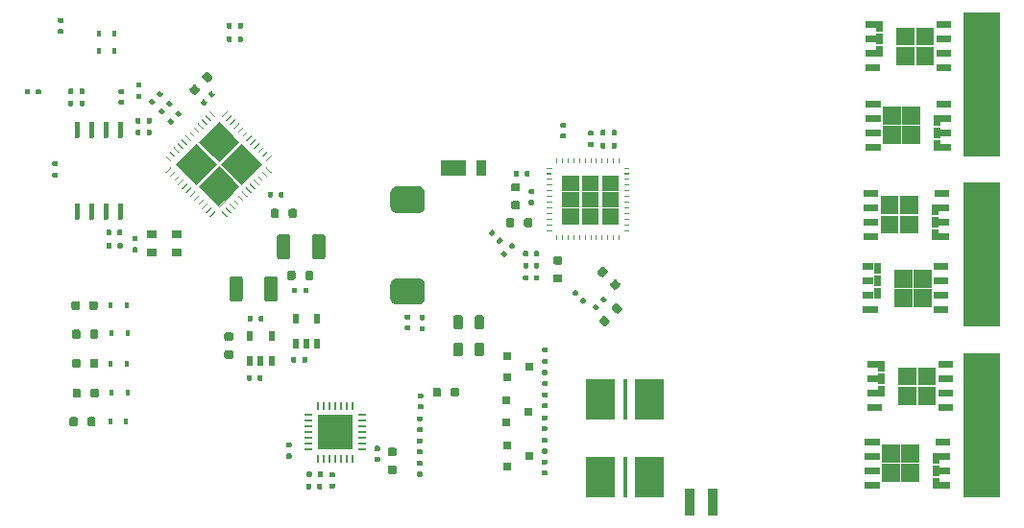
<source format=gtp>
%TF.GenerationSoftware,KiCad,Pcbnew,5.1.5-52549c5~84~ubuntu19.10.1*%
%TF.CreationDate,2019-12-19T07:38:22-05:00*%
%TF.ProjectId,bldc-controller,626c6463-2d63-46f6-9e74-726f6c6c6572,rev?*%
%TF.SameCoordinates,Original*%
%TF.FileFunction,Paste,Top*%
%TF.FilePolarity,Positive*%
%FSLAX46Y46*%
G04 Gerber Fmt 4.6, Leading zero omitted, Abs format (unit mm)*
G04 Created by KiCad (PCBNEW 5.1.5-52549c5~84~ubuntu19.10.1) date 2019-12-19 07:38:22*
%MOMM*%
%LPD*%
G04 APERTURE LIST*
%ADD10C,0.100000*%
%ADD11R,0.847600X0.747600*%
%ADD12R,0.497600X0.907600*%
%ADD13R,3.097600X3.097600*%
%ADD14R,0.797600X0.147600*%
%ADD15R,0.147600X0.797600*%
%ADD16R,2.637600X3.517600*%
%ADD17R,0.357600X3.517600*%
%ADD18R,3.287600X12.727600*%
%ADD19R,0.847600X2.347600*%
%ADD20R,0.447600X0.547600*%
%ADD21R,0.897600X1.347600*%
%ADD22R,2.247600X1.347600*%
%ADD23R,0.747600X0.647600*%
G04 APERTURE END LIST*
D10*
G36*
X70991000Y-119670000D02*
G01*
X72361000Y-119670000D01*
X72361000Y-118390000D01*
X70991000Y-118390000D01*
X70991000Y-119670000D01*
G37*
X70991000Y-119670000D02*
X72361000Y-119670000D01*
X72361000Y-118390000D01*
X70991000Y-118390000D01*
X70991000Y-119670000D01*
G36*
X69233000Y-119670000D02*
G01*
X70603000Y-119670000D01*
X70603000Y-118390000D01*
X69233000Y-118390000D01*
X69233000Y-119670000D01*
G37*
X69233000Y-119670000D02*
X70603000Y-119670000D01*
X70603000Y-118390000D01*
X69233000Y-118390000D01*
X69233000Y-119670000D01*
G36*
X67475000Y-119670000D02*
G01*
X68845000Y-119670000D01*
X68845000Y-118390000D01*
X67475000Y-118390000D01*
X67475000Y-119670000D01*
G37*
X67475000Y-119670000D02*
X68845000Y-119670000D01*
X68845000Y-118390000D01*
X67475000Y-118390000D01*
X67475000Y-119670000D01*
G36*
X70991000Y-121150000D02*
G01*
X72361000Y-121150000D01*
X72361000Y-119870000D01*
X70991000Y-119870000D01*
X70991000Y-121150000D01*
G37*
X70991000Y-121150000D02*
X72361000Y-121150000D01*
X72361000Y-119870000D01*
X70991000Y-119870000D01*
X70991000Y-121150000D01*
G36*
X69233000Y-121150000D02*
G01*
X70603000Y-121150000D01*
X70603000Y-119870000D01*
X69233000Y-119870000D01*
X69233000Y-121150000D01*
G37*
X69233000Y-121150000D02*
X70603000Y-121150000D01*
X70603000Y-119870000D01*
X69233000Y-119870000D01*
X69233000Y-121150000D01*
G36*
X67475000Y-121150000D02*
G01*
X68845000Y-121150000D01*
X68845000Y-119870000D01*
X67475000Y-119870000D01*
X67475000Y-121150000D01*
G37*
X67475000Y-121150000D02*
X68845000Y-121150000D01*
X68845000Y-119870000D01*
X67475000Y-119870000D01*
X67475000Y-121150000D01*
G36*
X70991000Y-122630000D02*
G01*
X72361000Y-122630000D01*
X72361000Y-121350000D01*
X70991000Y-121350000D01*
X70991000Y-122630000D01*
G37*
X70991000Y-122630000D02*
X72361000Y-122630000D01*
X72361000Y-121350000D01*
X70991000Y-121350000D01*
X70991000Y-122630000D01*
G36*
X69233000Y-122630000D02*
G01*
X70603000Y-122630000D01*
X70603000Y-121350000D01*
X69233000Y-121350000D01*
X69233000Y-122630000D01*
G37*
X69233000Y-122630000D02*
X70603000Y-122630000D01*
X70603000Y-121350000D01*
X69233000Y-121350000D01*
X69233000Y-122630000D01*
G36*
X67475000Y-122630000D02*
G01*
X68845000Y-122630000D01*
X68845000Y-121350000D01*
X67475000Y-121350000D01*
X67475000Y-122630000D01*
G37*
X67475000Y-122630000D02*
X68845000Y-122630000D01*
X68845000Y-121350000D01*
X67475000Y-121350000D01*
X67475000Y-122630000D01*
G36*
X95520000Y-121750000D02*
G01*
X97020000Y-121750000D01*
X97020000Y-120250000D01*
X95520000Y-120250000D01*
X95520000Y-121750000D01*
G37*
X95520000Y-121750000D02*
X97020000Y-121750000D01*
X97020000Y-120250000D01*
X95520000Y-120250000D01*
X95520000Y-121750000D01*
G36*
X95520000Y-123450000D02*
G01*
X97020000Y-123450000D01*
X97020000Y-121950000D01*
X95520000Y-121950000D01*
X95520000Y-123450000D01*
G37*
X95520000Y-123450000D02*
X97020000Y-123450000D01*
X97020000Y-121950000D01*
X95520000Y-121950000D01*
X95520000Y-123450000D01*
G36*
X97220000Y-123450000D02*
G01*
X98720000Y-123450000D01*
X98720000Y-121950000D01*
X97220000Y-121950000D01*
X97220000Y-123450000D01*
G37*
X97220000Y-123450000D02*
X98720000Y-123450000D01*
X98720000Y-121950000D01*
X97220000Y-121950000D01*
X97220000Y-123450000D01*
G36*
X97220000Y-121750000D02*
G01*
X98720000Y-121750000D01*
X98720000Y-120250000D01*
X97220000Y-120250000D01*
X97220000Y-121750000D01*
G37*
X97220000Y-121750000D02*
X98720000Y-121750000D01*
X98720000Y-120250000D01*
X97220000Y-120250000D01*
X97220000Y-121750000D01*
G36*
X100630000Y-124005000D02*
G01*
X101480000Y-124005000D01*
X101480000Y-123505000D01*
X100630000Y-123505000D01*
X100630000Y-124005000D01*
G37*
X100630000Y-124005000D02*
X101480000Y-124005000D01*
X101480000Y-123505000D01*
X100630000Y-123505000D01*
X100630000Y-124005000D01*
G36*
X100630000Y-122735000D02*
G01*
X101480000Y-122735000D01*
X101480000Y-122235000D01*
X100630000Y-122235000D01*
X100630000Y-122735000D01*
G37*
X100630000Y-122735000D02*
X101480000Y-122735000D01*
X101480000Y-122235000D01*
X100630000Y-122235000D01*
X100630000Y-122735000D01*
G36*
X100630000Y-121465000D02*
G01*
X101480000Y-121465000D01*
X101480000Y-120965000D01*
X100630000Y-120965000D01*
X100630000Y-121465000D01*
G37*
X100630000Y-121465000D02*
X101480000Y-121465000D01*
X101480000Y-120965000D01*
X100630000Y-120965000D01*
X100630000Y-121465000D01*
G36*
X100010000Y-124015000D02*
G01*
X100510000Y-124015000D01*
X100510000Y-123165000D01*
X100010000Y-123165000D01*
X100010000Y-124015000D01*
G37*
X100010000Y-124015000D02*
X100510000Y-124015000D01*
X100510000Y-123165000D01*
X100010000Y-123165000D01*
X100010000Y-124015000D01*
G36*
X100010000Y-121815000D02*
G01*
X100510000Y-121815000D01*
X100510000Y-120965000D01*
X100010000Y-120965000D01*
X100010000Y-121815000D01*
G37*
X100010000Y-121815000D02*
X100510000Y-121815000D01*
X100510000Y-120965000D01*
X100010000Y-120965000D01*
X100010000Y-121815000D01*
G36*
X100010000Y-122915000D02*
G01*
X100510000Y-122915000D01*
X100510000Y-122065000D01*
X100010000Y-122065000D01*
X100010000Y-122915000D01*
G37*
X100010000Y-122915000D02*
X100510000Y-122915000D01*
X100510000Y-122065000D01*
X100010000Y-122065000D01*
X100010000Y-122915000D01*
G36*
X100280000Y-120195000D02*
G01*
X101480000Y-120195000D01*
X101480000Y-119695000D01*
X100280000Y-119695000D01*
X100280000Y-120195000D01*
G37*
X100280000Y-120195000D02*
X101480000Y-120195000D01*
X101480000Y-119695000D01*
X100280000Y-119695000D01*
X100280000Y-120195000D01*
G36*
X94040000Y-120195000D02*
G01*
X95240000Y-120195000D01*
X95240000Y-119695000D01*
X94040000Y-119695000D01*
X94040000Y-120195000D01*
G37*
X94040000Y-120195000D02*
X95240000Y-120195000D01*
X95240000Y-119695000D01*
X94040000Y-119695000D01*
X94040000Y-120195000D01*
G36*
X94040000Y-121465000D02*
G01*
X95240000Y-121465000D01*
X95240000Y-120965000D01*
X94040000Y-120965000D01*
X94040000Y-121465000D01*
G37*
X94040000Y-121465000D02*
X95240000Y-121465000D01*
X95240000Y-120965000D01*
X94040000Y-120965000D01*
X94040000Y-121465000D01*
G36*
X94040000Y-122735000D02*
G01*
X95240000Y-122735000D01*
X95240000Y-122235000D01*
X94040000Y-122235000D01*
X94040000Y-122735000D01*
G37*
X94040000Y-122735000D02*
X95240000Y-122735000D01*
X95240000Y-122235000D01*
X94040000Y-122235000D01*
X94040000Y-122735000D01*
G36*
X94040000Y-124005000D02*
G01*
X95240000Y-124005000D01*
X95240000Y-123505000D01*
X94040000Y-123505000D01*
X94040000Y-124005000D01*
G37*
X94040000Y-124005000D02*
X95240000Y-124005000D01*
X95240000Y-123505000D01*
X94040000Y-123505000D01*
X94040000Y-124005000D01*
G36*
X100140000Y-107070000D02*
G01*
X98640000Y-107070000D01*
X98640000Y-108570000D01*
X100140000Y-108570000D01*
X100140000Y-107070000D01*
G37*
X100140000Y-107070000D02*
X98640000Y-107070000D01*
X98640000Y-108570000D01*
X100140000Y-108570000D01*
X100140000Y-107070000D01*
G36*
X100140000Y-105370000D02*
G01*
X98640000Y-105370000D01*
X98640000Y-106870000D01*
X100140000Y-106870000D01*
X100140000Y-105370000D01*
G37*
X100140000Y-105370000D02*
X98640000Y-105370000D01*
X98640000Y-106870000D01*
X100140000Y-106870000D01*
X100140000Y-105370000D01*
G36*
X98440000Y-105370000D02*
G01*
X96940000Y-105370000D01*
X96940000Y-106870000D01*
X98440000Y-106870000D01*
X98440000Y-105370000D01*
G37*
X98440000Y-105370000D02*
X96940000Y-105370000D01*
X96940000Y-106870000D01*
X98440000Y-106870000D01*
X98440000Y-105370000D01*
G36*
X98440000Y-107070000D02*
G01*
X96940000Y-107070000D01*
X96940000Y-108570000D01*
X98440000Y-108570000D01*
X98440000Y-107070000D01*
G37*
X98440000Y-107070000D02*
X96940000Y-107070000D01*
X96940000Y-108570000D01*
X98440000Y-108570000D01*
X98440000Y-107070000D01*
G36*
X95030000Y-104815000D02*
G01*
X94180000Y-104815000D01*
X94180000Y-105315000D01*
X95030000Y-105315000D01*
X95030000Y-104815000D01*
G37*
X95030000Y-104815000D02*
X94180000Y-104815000D01*
X94180000Y-105315000D01*
X95030000Y-105315000D01*
X95030000Y-104815000D01*
G36*
X95030000Y-106085000D02*
G01*
X94180000Y-106085000D01*
X94180000Y-106585000D01*
X95030000Y-106585000D01*
X95030000Y-106085000D01*
G37*
X95030000Y-106085000D02*
X94180000Y-106085000D01*
X94180000Y-106585000D01*
X95030000Y-106585000D01*
X95030000Y-106085000D01*
G36*
X95030000Y-107355000D02*
G01*
X94180000Y-107355000D01*
X94180000Y-107855000D01*
X95030000Y-107855000D01*
X95030000Y-107355000D01*
G37*
X95030000Y-107355000D02*
X94180000Y-107355000D01*
X94180000Y-107855000D01*
X95030000Y-107855000D01*
X95030000Y-107355000D01*
G36*
X95650000Y-104805000D02*
G01*
X95150000Y-104805000D01*
X95150000Y-105655000D01*
X95650000Y-105655000D01*
X95650000Y-104805000D01*
G37*
X95650000Y-104805000D02*
X95150000Y-104805000D01*
X95150000Y-105655000D01*
X95650000Y-105655000D01*
X95650000Y-104805000D01*
G36*
X95650000Y-107005000D02*
G01*
X95150000Y-107005000D01*
X95150000Y-107855000D01*
X95650000Y-107855000D01*
X95650000Y-107005000D01*
G37*
X95650000Y-107005000D02*
X95150000Y-107005000D01*
X95150000Y-107855000D01*
X95650000Y-107855000D01*
X95650000Y-107005000D01*
G36*
X95650000Y-105905000D02*
G01*
X95150000Y-105905000D01*
X95150000Y-106755000D01*
X95650000Y-106755000D01*
X95650000Y-105905000D01*
G37*
X95650000Y-105905000D02*
X95150000Y-105905000D01*
X95150000Y-106755000D01*
X95650000Y-106755000D01*
X95650000Y-105905000D01*
G36*
X95380000Y-108625000D02*
G01*
X94180000Y-108625000D01*
X94180000Y-109125000D01*
X95380000Y-109125000D01*
X95380000Y-108625000D01*
G37*
X95380000Y-108625000D02*
X94180000Y-108625000D01*
X94180000Y-109125000D01*
X95380000Y-109125000D01*
X95380000Y-108625000D01*
G36*
X101620000Y-108625000D02*
G01*
X100420000Y-108625000D01*
X100420000Y-109125000D01*
X101620000Y-109125000D01*
X101620000Y-108625000D01*
G37*
X101620000Y-108625000D02*
X100420000Y-108625000D01*
X100420000Y-109125000D01*
X101620000Y-109125000D01*
X101620000Y-108625000D01*
G36*
X101620000Y-107355000D02*
G01*
X100420000Y-107355000D01*
X100420000Y-107855000D01*
X101620000Y-107855000D01*
X101620000Y-107355000D01*
G37*
X101620000Y-107355000D02*
X100420000Y-107355000D01*
X100420000Y-107855000D01*
X101620000Y-107855000D01*
X101620000Y-107355000D01*
G36*
X101620000Y-106085000D02*
G01*
X100420000Y-106085000D01*
X100420000Y-106585000D01*
X101620000Y-106585000D01*
X101620000Y-106085000D01*
G37*
X101620000Y-106085000D02*
X100420000Y-106085000D01*
X100420000Y-106585000D01*
X101620000Y-106585000D01*
X101620000Y-106085000D01*
G36*
X101620000Y-104815000D02*
G01*
X100420000Y-104815000D01*
X100420000Y-105315000D01*
X101620000Y-105315000D01*
X101620000Y-104815000D01*
G37*
X101620000Y-104815000D02*
X100420000Y-104815000D01*
X100420000Y-105315000D01*
X101620000Y-105315000D01*
X101620000Y-104815000D01*
G36*
X95700000Y-113870000D02*
G01*
X97200000Y-113870000D01*
X97200000Y-112370000D01*
X95700000Y-112370000D01*
X95700000Y-113870000D01*
G37*
X95700000Y-113870000D02*
X97200000Y-113870000D01*
X97200000Y-112370000D01*
X95700000Y-112370000D01*
X95700000Y-113870000D01*
G36*
X95700000Y-115570000D02*
G01*
X97200000Y-115570000D01*
X97200000Y-114070000D01*
X95700000Y-114070000D01*
X95700000Y-115570000D01*
G37*
X95700000Y-115570000D02*
X97200000Y-115570000D01*
X97200000Y-114070000D01*
X95700000Y-114070000D01*
X95700000Y-115570000D01*
G36*
X97400000Y-115570000D02*
G01*
X98900000Y-115570000D01*
X98900000Y-114070000D01*
X97400000Y-114070000D01*
X97400000Y-115570000D01*
G37*
X97400000Y-115570000D02*
X98900000Y-115570000D01*
X98900000Y-114070000D01*
X97400000Y-114070000D01*
X97400000Y-115570000D01*
G36*
X97400000Y-113870000D02*
G01*
X98900000Y-113870000D01*
X98900000Y-112370000D01*
X97400000Y-112370000D01*
X97400000Y-113870000D01*
G37*
X97400000Y-113870000D02*
X98900000Y-113870000D01*
X98900000Y-112370000D01*
X97400000Y-112370000D01*
X97400000Y-113870000D01*
G36*
X100810000Y-116125000D02*
G01*
X101660000Y-116125000D01*
X101660000Y-115625000D01*
X100810000Y-115625000D01*
X100810000Y-116125000D01*
G37*
X100810000Y-116125000D02*
X101660000Y-116125000D01*
X101660000Y-115625000D01*
X100810000Y-115625000D01*
X100810000Y-116125000D01*
G36*
X100810000Y-114855000D02*
G01*
X101660000Y-114855000D01*
X101660000Y-114355000D01*
X100810000Y-114355000D01*
X100810000Y-114855000D01*
G37*
X100810000Y-114855000D02*
X101660000Y-114855000D01*
X101660000Y-114355000D01*
X100810000Y-114355000D01*
X100810000Y-114855000D01*
G36*
X100810000Y-113585000D02*
G01*
X101660000Y-113585000D01*
X101660000Y-113085000D01*
X100810000Y-113085000D01*
X100810000Y-113585000D01*
G37*
X100810000Y-113585000D02*
X101660000Y-113585000D01*
X101660000Y-113085000D01*
X100810000Y-113085000D01*
X100810000Y-113585000D01*
G36*
X100190000Y-116135000D02*
G01*
X100690000Y-116135000D01*
X100690000Y-115285000D01*
X100190000Y-115285000D01*
X100190000Y-116135000D01*
G37*
X100190000Y-116135000D02*
X100690000Y-116135000D01*
X100690000Y-115285000D01*
X100190000Y-115285000D01*
X100190000Y-116135000D01*
G36*
X100190000Y-113935000D02*
G01*
X100690000Y-113935000D01*
X100690000Y-113085000D01*
X100190000Y-113085000D01*
X100190000Y-113935000D01*
G37*
X100190000Y-113935000D02*
X100690000Y-113935000D01*
X100690000Y-113085000D01*
X100190000Y-113085000D01*
X100190000Y-113935000D01*
G36*
X100190000Y-115035000D02*
G01*
X100690000Y-115035000D01*
X100690000Y-114185000D01*
X100190000Y-114185000D01*
X100190000Y-115035000D01*
G37*
X100190000Y-115035000D02*
X100690000Y-115035000D01*
X100690000Y-114185000D01*
X100190000Y-114185000D01*
X100190000Y-115035000D01*
G36*
X100460000Y-112315000D02*
G01*
X101660000Y-112315000D01*
X101660000Y-111815000D01*
X100460000Y-111815000D01*
X100460000Y-112315000D01*
G37*
X100460000Y-112315000D02*
X101660000Y-112315000D01*
X101660000Y-111815000D01*
X100460000Y-111815000D01*
X100460000Y-112315000D01*
G36*
X94220000Y-112315000D02*
G01*
X95420000Y-112315000D01*
X95420000Y-111815000D01*
X94220000Y-111815000D01*
X94220000Y-112315000D01*
G37*
X94220000Y-112315000D02*
X95420000Y-112315000D01*
X95420000Y-111815000D01*
X94220000Y-111815000D01*
X94220000Y-112315000D01*
G36*
X94220000Y-113585000D02*
G01*
X95420000Y-113585000D01*
X95420000Y-113085000D01*
X94220000Y-113085000D01*
X94220000Y-113585000D01*
G37*
X94220000Y-113585000D02*
X95420000Y-113585000D01*
X95420000Y-113085000D01*
X94220000Y-113085000D01*
X94220000Y-113585000D01*
G36*
X94220000Y-114855000D02*
G01*
X95420000Y-114855000D01*
X95420000Y-114355000D01*
X94220000Y-114355000D01*
X94220000Y-114855000D01*
G37*
X94220000Y-114855000D02*
X95420000Y-114855000D01*
X95420000Y-114355000D01*
X94220000Y-114355000D01*
X94220000Y-114855000D01*
G36*
X94220000Y-116125000D02*
G01*
X95420000Y-116125000D01*
X95420000Y-115625000D01*
X94220000Y-115625000D01*
X94220000Y-116125000D01*
G37*
X94220000Y-116125000D02*
X95420000Y-116125000D01*
X95420000Y-115625000D01*
X94220000Y-115625000D01*
X94220000Y-116125000D01*
G36*
X99930000Y-128410000D02*
G01*
X98430000Y-128410000D01*
X98430000Y-129910000D01*
X99930000Y-129910000D01*
X99930000Y-128410000D01*
G37*
X99930000Y-128410000D02*
X98430000Y-128410000D01*
X98430000Y-129910000D01*
X99930000Y-129910000D01*
X99930000Y-128410000D01*
G36*
X99930000Y-126710000D02*
G01*
X98430000Y-126710000D01*
X98430000Y-128210000D01*
X99930000Y-128210000D01*
X99930000Y-126710000D01*
G37*
X99930000Y-126710000D02*
X98430000Y-126710000D01*
X98430000Y-128210000D01*
X99930000Y-128210000D01*
X99930000Y-126710000D01*
G36*
X98230000Y-126710000D02*
G01*
X96730000Y-126710000D01*
X96730000Y-128210000D01*
X98230000Y-128210000D01*
X98230000Y-126710000D01*
G37*
X98230000Y-126710000D02*
X96730000Y-126710000D01*
X96730000Y-128210000D01*
X98230000Y-128210000D01*
X98230000Y-126710000D01*
G36*
X98230000Y-128410000D02*
G01*
X96730000Y-128410000D01*
X96730000Y-129910000D01*
X98230000Y-129910000D01*
X98230000Y-128410000D01*
G37*
X98230000Y-128410000D02*
X96730000Y-128410000D01*
X96730000Y-129910000D01*
X98230000Y-129910000D01*
X98230000Y-128410000D01*
G36*
X94820000Y-126155000D02*
G01*
X93970000Y-126155000D01*
X93970000Y-126655000D01*
X94820000Y-126655000D01*
X94820000Y-126155000D01*
G37*
X94820000Y-126155000D02*
X93970000Y-126155000D01*
X93970000Y-126655000D01*
X94820000Y-126655000D01*
X94820000Y-126155000D01*
G36*
X94820000Y-127425000D02*
G01*
X93970000Y-127425000D01*
X93970000Y-127925000D01*
X94820000Y-127925000D01*
X94820000Y-127425000D01*
G37*
X94820000Y-127425000D02*
X93970000Y-127425000D01*
X93970000Y-127925000D01*
X94820000Y-127925000D01*
X94820000Y-127425000D01*
G36*
X94820000Y-128695000D02*
G01*
X93970000Y-128695000D01*
X93970000Y-129195000D01*
X94820000Y-129195000D01*
X94820000Y-128695000D01*
G37*
X94820000Y-128695000D02*
X93970000Y-128695000D01*
X93970000Y-129195000D01*
X94820000Y-129195000D01*
X94820000Y-128695000D01*
G36*
X95440000Y-126145000D02*
G01*
X94940000Y-126145000D01*
X94940000Y-126995000D01*
X95440000Y-126995000D01*
X95440000Y-126145000D01*
G37*
X95440000Y-126145000D02*
X94940000Y-126145000D01*
X94940000Y-126995000D01*
X95440000Y-126995000D01*
X95440000Y-126145000D01*
G36*
X95440000Y-128345000D02*
G01*
X94940000Y-128345000D01*
X94940000Y-129195000D01*
X95440000Y-129195000D01*
X95440000Y-128345000D01*
G37*
X95440000Y-128345000D02*
X94940000Y-128345000D01*
X94940000Y-129195000D01*
X95440000Y-129195000D01*
X95440000Y-128345000D01*
G36*
X95440000Y-127245000D02*
G01*
X94940000Y-127245000D01*
X94940000Y-128095000D01*
X95440000Y-128095000D01*
X95440000Y-127245000D01*
G37*
X95440000Y-127245000D02*
X94940000Y-127245000D01*
X94940000Y-128095000D01*
X95440000Y-128095000D01*
X95440000Y-127245000D01*
G36*
X95170000Y-129965000D02*
G01*
X93970000Y-129965000D01*
X93970000Y-130465000D01*
X95170000Y-130465000D01*
X95170000Y-129965000D01*
G37*
X95170000Y-129965000D02*
X93970000Y-129965000D01*
X93970000Y-130465000D01*
X95170000Y-130465000D01*
X95170000Y-129965000D01*
G36*
X101410000Y-129965000D02*
G01*
X100210000Y-129965000D01*
X100210000Y-130465000D01*
X101410000Y-130465000D01*
X101410000Y-129965000D01*
G37*
X101410000Y-129965000D02*
X100210000Y-129965000D01*
X100210000Y-130465000D01*
X101410000Y-130465000D01*
X101410000Y-129965000D01*
G36*
X101410000Y-128695000D02*
G01*
X100210000Y-128695000D01*
X100210000Y-129195000D01*
X101410000Y-129195000D01*
X101410000Y-128695000D01*
G37*
X101410000Y-128695000D02*
X100210000Y-128695000D01*
X100210000Y-129195000D01*
X101410000Y-129195000D01*
X101410000Y-128695000D01*
G36*
X101410000Y-127425000D02*
G01*
X100210000Y-127425000D01*
X100210000Y-127925000D01*
X101410000Y-127925000D01*
X101410000Y-127425000D01*
G37*
X101410000Y-127425000D02*
X100210000Y-127425000D01*
X100210000Y-127925000D01*
X101410000Y-127925000D01*
X101410000Y-127425000D01*
G36*
X101410000Y-126155000D02*
G01*
X100210000Y-126155000D01*
X100210000Y-126655000D01*
X101410000Y-126655000D01*
X101410000Y-126155000D01*
G37*
X101410000Y-126155000D02*
X100210000Y-126155000D01*
X100210000Y-126655000D01*
X101410000Y-126655000D01*
X101410000Y-126155000D01*
G36*
X100310000Y-137040000D02*
G01*
X98810000Y-137040000D01*
X98810000Y-138540000D01*
X100310000Y-138540000D01*
X100310000Y-137040000D01*
G37*
X100310000Y-137040000D02*
X98810000Y-137040000D01*
X98810000Y-138540000D01*
X100310000Y-138540000D01*
X100310000Y-137040000D01*
G36*
X100310000Y-135340000D02*
G01*
X98810000Y-135340000D01*
X98810000Y-136840000D01*
X100310000Y-136840000D01*
X100310000Y-135340000D01*
G37*
X100310000Y-135340000D02*
X98810000Y-135340000D01*
X98810000Y-136840000D01*
X100310000Y-136840000D01*
X100310000Y-135340000D01*
G36*
X98610000Y-135340000D02*
G01*
X97110000Y-135340000D01*
X97110000Y-136840000D01*
X98610000Y-136840000D01*
X98610000Y-135340000D01*
G37*
X98610000Y-135340000D02*
X97110000Y-135340000D01*
X97110000Y-136840000D01*
X98610000Y-136840000D01*
X98610000Y-135340000D01*
G36*
X98610000Y-137040000D02*
G01*
X97110000Y-137040000D01*
X97110000Y-138540000D01*
X98610000Y-138540000D01*
X98610000Y-137040000D01*
G37*
X98610000Y-137040000D02*
X97110000Y-137040000D01*
X97110000Y-138540000D01*
X98610000Y-138540000D01*
X98610000Y-137040000D01*
G36*
X95200000Y-134785000D02*
G01*
X94350000Y-134785000D01*
X94350000Y-135285000D01*
X95200000Y-135285000D01*
X95200000Y-134785000D01*
G37*
X95200000Y-134785000D02*
X94350000Y-134785000D01*
X94350000Y-135285000D01*
X95200000Y-135285000D01*
X95200000Y-134785000D01*
G36*
X95200000Y-136055000D02*
G01*
X94350000Y-136055000D01*
X94350000Y-136555000D01*
X95200000Y-136555000D01*
X95200000Y-136055000D01*
G37*
X95200000Y-136055000D02*
X94350000Y-136055000D01*
X94350000Y-136555000D01*
X95200000Y-136555000D01*
X95200000Y-136055000D01*
G36*
X95200000Y-137325000D02*
G01*
X94350000Y-137325000D01*
X94350000Y-137825000D01*
X95200000Y-137825000D01*
X95200000Y-137325000D01*
G37*
X95200000Y-137325000D02*
X94350000Y-137325000D01*
X94350000Y-137825000D01*
X95200000Y-137825000D01*
X95200000Y-137325000D01*
G36*
X95820000Y-134775000D02*
G01*
X95320000Y-134775000D01*
X95320000Y-135625000D01*
X95820000Y-135625000D01*
X95820000Y-134775000D01*
G37*
X95820000Y-134775000D02*
X95320000Y-134775000D01*
X95320000Y-135625000D01*
X95820000Y-135625000D01*
X95820000Y-134775000D01*
G36*
X95820000Y-136975000D02*
G01*
X95320000Y-136975000D01*
X95320000Y-137825000D01*
X95820000Y-137825000D01*
X95820000Y-136975000D01*
G37*
X95820000Y-136975000D02*
X95320000Y-136975000D01*
X95320000Y-137825000D01*
X95820000Y-137825000D01*
X95820000Y-136975000D01*
G36*
X95820000Y-135875000D02*
G01*
X95320000Y-135875000D01*
X95320000Y-136725000D01*
X95820000Y-136725000D01*
X95820000Y-135875000D01*
G37*
X95820000Y-135875000D02*
X95320000Y-135875000D01*
X95320000Y-136725000D01*
X95820000Y-136725000D01*
X95820000Y-135875000D01*
G36*
X95550000Y-138595000D02*
G01*
X94350000Y-138595000D01*
X94350000Y-139095000D01*
X95550000Y-139095000D01*
X95550000Y-138595000D01*
G37*
X95550000Y-138595000D02*
X94350000Y-138595000D01*
X94350000Y-139095000D01*
X95550000Y-139095000D01*
X95550000Y-138595000D01*
G36*
X101790000Y-138595000D02*
G01*
X100590000Y-138595000D01*
X100590000Y-139095000D01*
X101790000Y-139095000D01*
X101790000Y-138595000D01*
G37*
X101790000Y-138595000D02*
X100590000Y-138595000D01*
X100590000Y-139095000D01*
X101790000Y-139095000D01*
X101790000Y-138595000D01*
G36*
X101790000Y-137325000D02*
G01*
X100590000Y-137325000D01*
X100590000Y-137825000D01*
X101790000Y-137825000D01*
X101790000Y-137325000D01*
G37*
X101790000Y-137325000D02*
X100590000Y-137325000D01*
X100590000Y-137825000D01*
X101790000Y-137825000D01*
X101790000Y-137325000D01*
G36*
X101790000Y-136055000D02*
G01*
X100590000Y-136055000D01*
X100590000Y-136555000D01*
X101790000Y-136555000D01*
X101790000Y-136055000D01*
G37*
X101790000Y-136055000D02*
X100590000Y-136055000D01*
X100590000Y-136555000D01*
X101790000Y-136555000D01*
X101790000Y-136055000D01*
G36*
X101790000Y-134785000D02*
G01*
X100590000Y-134785000D01*
X100590000Y-135285000D01*
X101790000Y-135285000D01*
X101790000Y-134785000D01*
G37*
X101790000Y-134785000D02*
X100590000Y-134785000D01*
X100590000Y-135285000D01*
X101790000Y-135285000D01*
X101790000Y-134785000D01*
G36*
X95620000Y-143650000D02*
G01*
X97120000Y-143650000D01*
X97120000Y-142150000D01*
X95620000Y-142150000D01*
X95620000Y-143650000D01*
G37*
X95620000Y-143650000D02*
X97120000Y-143650000D01*
X97120000Y-142150000D01*
X95620000Y-142150000D01*
X95620000Y-143650000D01*
G36*
X95620000Y-145350000D02*
G01*
X97120000Y-145350000D01*
X97120000Y-143850000D01*
X95620000Y-143850000D01*
X95620000Y-145350000D01*
G37*
X95620000Y-145350000D02*
X97120000Y-145350000D01*
X97120000Y-143850000D01*
X95620000Y-143850000D01*
X95620000Y-145350000D01*
G36*
X97320000Y-145350000D02*
G01*
X98820000Y-145350000D01*
X98820000Y-143850000D01*
X97320000Y-143850000D01*
X97320000Y-145350000D01*
G37*
X97320000Y-145350000D02*
X98820000Y-145350000D01*
X98820000Y-143850000D01*
X97320000Y-143850000D01*
X97320000Y-145350000D01*
G36*
X97320000Y-143650000D02*
G01*
X98820000Y-143650000D01*
X98820000Y-142150000D01*
X97320000Y-142150000D01*
X97320000Y-143650000D01*
G37*
X97320000Y-143650000D02*
X98820000Y-143650000D01*
X98820000Y-142150000D01*
X97320000Y-142150000D01*
X97320000Y-143650000D01*
G36*
X100730000Y-145905000D02*
G01*
X101580000Y-145905000D01*
X101580000Y-145405000D01*
X100730000Y-145405000D01*
X100730000Y-145905000D01*
G37*
X100730000Y-145905000D02*
X101580000Y-145905000D01*
X101580000Y-145405000D01*
X100730000Y-145405000D01*
X100730000Y-145905000D01*
G36*
X100730000Y-144635000D02*
G01*
X101580000Y-144635000D01*
X101580000Y-144135000D01*
X100730000Y-144135000D01*
X100730000Y-144635000D01*
G37*
X100730000Y-144635000D02*
X101580000Y-144635000D01*
X101580000Y-144135000D01*
X100730000Y-144135000D01*
X100730000Y-144635000D01*
G36*
X100730000Y-143365000D02*
G01*
X101580000Y-143365000D01*
X101580000Y-142865000D01*
X100730000Y-142865000D01*
X100730000Y-143365000D01*
G37*
X100730000Y-143365000D02*
X101580000Y-143365000D01*
X101580000Y-142865000D01*
X100730000Y-142865000D01*
X100730000Y-143365000D01*
G36*
X100110000Y-145915000D02*
G01*
X100610000Y-145915000D01*
X100610000Y-145065000D01*
X100110000Y-145065000D01*
X100110000Y-145915000D01*
G37*
X100110000Y-145915000D02*
X100610000Y-145915000D01*
X100610000Y-145065000D01*
X100110000Y-145065000D01*
X100110000Y-145915000D01*
G36*
X100110000Y-143715000D02*
G01*
X100610000Y-143715000D01*
X100610000Y-142865000D01*
X100110000Y-142865000D01*
X100110000Y-143715000D01*
G37*
X100110000Y-143715000D02*
X100610000Y-143715000D01*
X100610000Y-142865000D01*
X100110000Y-142865000D01*
X100110000Y-143715000D01*
G36*
X100110000Y-144815000D02*
G01*
X100610000Y-144815000D01*
X100610000Y-143965000D01*
X100110000Y-143965000D01*
X100110000Y-144815000D01*
G37*
X100110000Y-144815000D02*
X100610000Y-144815000D01*
X100610000Y-143965000D01*
X100110000Y-143965000D01*
X100110000Y-144815000D01*
G36*
X100380000Y-142095000D02*
G01*
X101580000Y-142095000D01*
X101580000Y-141595000D01*
X100380000Y-141595000D01*
X100380000Y-142095000D01*
G37*
X100380000Y-142095000D02*
X101580000Y-142095000D01*
X101580000Y-141595000D01*
X100380000Y-141595000D01*
X100380000Y-142095000D01*
G36*
X94140000Y-142095000D02*
G01*
X95340000Y-142095000D01*
X95340000Y-141595000D01*
X94140000Y-141595000D01*
X94140000Y-142095000D01*
G37*
X94140000Y-142095000D02*
X95340000Y-142095000D01*
X95340000Y-141595000D01*
X94140000Y-141595000D01*
X94140000Y-142095000D01*
G36*
X94140000Y-143365000D02*
G01*
X95340000Y-143365000D01*
X95340000Y-142865000D01*
X94140000Y-142865000D01*
X94140000Y-143365000D01*
G37*
X94140000Y-143365000D02*
X95340000Y-143365000D01*
X95340000Y-142865000D01*
X94140000Y-142865000D01*
X94140000Y-143365000D01*
G36*
X94140000Y-144635000D02*
G01*
X95340000Y-144635000D01*
X95340000Y-144135000D01*
X94140000Y-144135000D01*
X94140000Y-144635000D01*
G37*
X94140000Y-144635000D02*
X95340000Y-144635000D01*
X95340000Y-144135000D01*
X94140000Y-144135000D01*
X94140000Y-144635000D01*
G36*
X94140000Y-145905000D02*
G01*
X95340000Y-145905000D01*
X95340000Y-145405000D01*
X94140000Y-145405000D01*
X94140000Y-145905000D01*
G37*
X94140000Y-145905000D02*
X95340000Y-145905000D01*
X95340000Y-145405000D01*
X94140000Y-145405000D01*
X94140000Y-145905000D01*
G36*
X37170000Y-117622132D02*
G01*
X35402233Y-119389899D01*
X37170000Y-121157666D01*
X38937767Y-119389899D01*
X37170000Y-117622132D01*
G37*
X37170000Y-117622132D02*
X35402233Y-119389899D01*
X37170000Y-121157666D01*
X38937767Y-119389899D01*
X37170000Y-117622132D01*
G36*
X35190101Y-115642233D02*
G01*
X33422334Y-117410000D01*
X35190101Y-119177767D01*
X36957868Y-117410000D01*
X35190101Y-115642233D01*
G37*
X35190101Y-115642233D02*
X33422334Y-117410000D01*
X35190101Y-119177767D01*
X36957868Y-117410000D01*
X35190101Y-115642233D01*
G36*
X37170000Y-113662334D02*
G01*
X35402233Y-115430101D01*
X37170000Y-117197868D01*
X38937767Y-115430101D01*
X37170000Y-113662334D01*
G37*
X37170000Y-113662334D02*
X35402233Y-115430101D01*
X37170000Y-117197868D01*
X38937767Y-115430101D01*
X37170000Y-113662334D01*
G36*
X39149899Y-115642233D02*
G01*
X37382132Y-117410000D01*
X39149899Y-119177767D01*
X40917666Y-117410000D01*
X39149899Y-115642233D01*
G37*
X39149899Y-115642233D02*
X37382132Y-117410000D01*
X39149899Y-119177767D01*
X40917666Y-117410000D01*
X39149899Y-115642233D01*
G36*
X66537340Y-123216288D02*
G01*
X66539111Y-123216551D01*
X66540848Y-123216986D01*
X66542535Y-123217589D01*
X66544154Y-123218355D01*
X66545690Y-123219276D01*
X66547128Y-123220342D01*
X66548455Y-123221545D01*
X66549658Y-123222872D01*
X66550724Y-123224310D01*
X66551645Y-123225846D01*
X66552411Y-123227465D01*
X66553014Y-123229152D01*
X66553449Y-123230889D01*
X66553712Y-123232660D01*
X66553800Y-123234449D01*
X66553800Y-123285551D01*
X66553712Y-123287340D01*
X66553449Y-123289111D01*
X66553014Y-123290848D01*
X66552411Y-123292535D01*
X66551645Y-123294154D01*
X66550724Y-123295690D01*
X66549658Y-123297128D01*
X66548455Y-123298455D01*
X66547128Y-123299658D01*
X66545690Y-123300724D01*
X66544154Y-123301645D01*
X66542535Y-123302411D01*
X66540848Y-123303014D01*
X66539111Y-123303449D01*
X66537340Y-123303712D01*
X66535551Y-123303800D01*
X66124449Y-123303800D01*
X66122660Y-123303712D01*
X66120889Y-123303449D01*
X66119152Y-123303014D01*
X66117465Y-123302411D01*
X66115846Y-123301645D01*
X66114310Y-123300724D01*
X66112872Y-123299658D01*
X66111545Y-123298455D01*
X66110342Y-123297128D01*
X66109276Y-123295690D01*
X66108355Y-123294154D01*
X66107589Y-123292535D01*
X66106986Y-123290848D01*
X66106551Y-123289111D01*
X66106288Y-123287340D01*
X66106200Y-123285551D01*
X66106200Y-123234449D01*
X66106288Y-123232660D01*
X66106551Y-123230889D01*
X66106986Y-123229152D01*
X66107589Y-123227465D01*
X66108355Y-123225846D01*
X66109276Y-123224310D01*
X66110342Y-123222872D01*
X66111545Y-123221545D01*
X66112872Y-123220342D01*
X66114310Y-123219276D01*
X66115846Y-123218355D01*
X66117465Y-123217589D01*
X66119152Y-123216986D01*
X66120889Y-123216551D01*
X66122660Y-123216288D01*
X66124449Y-123216200D01*
X66535551Y-123216200D01*
X66537340Y-123216288D01*
G37*
G36*
X66537340Y-122716288D02*
G01*
X66539111Y-122716551D01*
X66540848Y-122716986D01*
X66542535Y-122717589D01*
X66544154Y-122718355D01*
X66545690Y-122719276D01*
X66547128Y-122720342D01*
X66548455Y-122721545D01*
X66549658Y-122722872D01*
X66550724Y-122724310D01*
X66551645Y-122725846D01*
X66552411Y-122727465D01*
X66553014Y-122729152D01*
X66553449Y-122730889D01*
X66553712Y-122732660D01*
X66553800Y-122734449D01*
X66553800Y-122785551D01*
X66553712Y-122787340D01*
X66553449Y-122789111D01*
X66553014Y-122790848D01*
X66552411Y-122792535D01*
X66551645Y-122794154D01*
X66550724Y-122795690D01*
X66549658Y-122797128D01*
X66548455Y-122798455D01*
X66547128Y-122799658D01*
X66545690Y-122800724D01*
X66544154Y-122801645D01*
X66542535Y-122802411D01*
X66540848Y-122803014D01*
X66539111Y-122803449D01*
X66537340Y-122803712D01*
X66535551Y-122803800D01*
X66124449Y-122803800D01*
X66122660Y-122803712D01*
X66120889Y-122803449D01*
X66119152Y-122803014D01*
X66117465Y-122802411D01*
X66115846Y-122801645D01*
X66114310Y-122800724D01*
X66112872Y-122799658D01*
X66111545Y-122798455D01*
X66110342Y-122797128D01*
X66109276Y-122795690D01*
X66108355Y-122794154D01*
X66107589Y-122792535D01*
X66106986Y-122790848D01*
X66106551Y-122789111D01*
X66106288Y-122787340D01*
X66106200Y-122785551D01*
X66106200Y-122734449D01*
X66106288Y-122732660D01*
X66106551Y-122730889D01*
X66106986Y-122729152D01*
X66107589Y-122727465D01*
X66108355Y-122725846D01*
X66109276Y-122724310D01*
X66110342Y-122722872D01*
X66111545Y-122721545D01*
X66112872Y-122720342D01*
X66114310Y-122719276D01*
X66115846Y-122718355D01*
X66117465Y-122717589D01*
X66119152Y-122716986D01*
X66120889Y-122716551D01*
X66122660Y-122716288D01*
X66124449Y-122716200D01*
X66535551Y-122716200D01*
X66537340Y-122716288D01*
G37*
G36*
X66537340Y-122216288D02*
G01*
X66539111Y-122216551D01*
X66540848Y-122216986D01*
X66542535Y-122217589D01*
X66544154Y-122218355D01*
X66545690Y-122219276D01*
X66547128Y-122220342D01*
X66548455Y-122221545D01*
X66549658Y-122222872D01*
X66550724Y-122224310D01*
X66551645Y-122225846D01*
X66552411Y-122227465D01*
X66553014Y-122229152D01*
X66553449Y-122230889D01*
X66553712Y-122232660D01*
X66553800Y-122234449D01*
X66553800Y-122285551D01*
X66553712Y-122287340D01*
X66553449Y-122289111D01*
X66553014Y-122290848D01*
X66552411Y-122292535D01*
X66551645Y-122294154D01*
X66550724Y-122295690D01*
X66549658Y-122297128D01*
X66548455Y-122298455D01*
X66547128Y-122299658D01*
X66545690Y-122300724D01*
X66544154Y-122301645D01*
X66542535Y-122302411D01*
X66540848Y-122303014D01*
X66539111Y-122303449D01*
X66537340Y-122303712D01*
X66535551Y-122303800D01*
X66124449Y-122303800D01*
X66122660Y-122303712D01*
X66120889Y-122303449D01*
X66119152Y-122303014D01*
X66117465Y-122302411D01*
X66115846Y-122301645D01*
X66114310Y-122300724D01*
X66112872Y-122299658D01*
X66111545Y-122298455D01*
X66110342Y-122297128D01*
X66109276Y-122295690D01*
X66108355Y-122294154D01*
X66107589Y-122292535D01*
X66106986Y-122290848D01*
X66106551Y-122289111D01*
X66106288Y-122287340D01*
X66106200Y-122285551D01*
X66106200Y-122234449D01*
X66106288Y-122232660D01*
X66106551Y-122230889D01*
X66106986Y-122229152D01*
X66107589Y-122227465D01*
X66108355Y-122225846D01*
X66109276Y-122224310D01*
X66110342Y-122222872D01*
X66111545Y-122221545D01*
X66112872Y-122220342D01*
X66114310Y-122219276D01*
X66115846Y-122218355D01*
X66117465Y-122217589D01*
X66119152Y-122216986D01*
X66120889Y-122216551D01*
X66122660Y-122216288D01*
X66124449Y-122216200D01*
X66535551Y-122216200D01*
X66537340Y-122216288D01*
G37*
G36*
X66537340Y-121716288D02*
G01*
X66539111Y-121716551D01*
X66540848Y-121716986D01*
X66542535Y-121717589D01*
X66544154Y-121718355D01*
X66545690Y-121719276D01*
X66547128Y-121720342D01*
X66548455Y-121721545D01*
X66549658Y-121722872D01*
X66550724Y-121724310D01*
X66551645Y-121725846D01*
X66552411Y-121727465D01*
X66553014Y-121729152D01*
X66553449Y-121730889D01*
X66553712Y-121732660D01*
X66553800Y-121734449D01*
X66553800Y-121785551D01*
X66553712Y-121787340D01*
X66553449Y-121789111D01*
X66553014Y-121790848D01*
X66552411Y-121792535D01*
X66551645Y-121794154D01*
X66550724Y-121795690D01*
X66549658Y-121797128D01*
X66548455Y-121798455D01*
X66547128Y-121799658D01*
X66545690Y-121800724D01*
X66544154Y-121801645D01*
X66542535Y-121802411D01*
X66540848Y-121803014D01*
X66539111Y-121803449D01*
X66537340Y-121803712D01*
X66535551Y-121803800D01*
X66124449Y-121803800D01*
X66122660Y-121803712D01*
X66120889Y-121803449D01*
X66119152Y-121803014D01*
X66117465Y-121802411D01*
X66115846Y-121801645D01*
X66114310Y-121800724D01*
X66112872Y-121799658D01*
X66111545Y-121798455D01*
X66110342Y-121797128D01*
X66109276Y-121795690D01*
X66108355Y-121794154D01*
X66107589Y-121792535D01*
X66106986Y-121790848D01*
X66106551Y-121789111D01*
X66106288Y-121787340D01*
X66106200Y-121785551D01*
X66106200Y-121734449D01*
X66106288Y-121732660D01*
X66106551Y-121730889D01*
X66106986Y-121729152D01*
X66107589Y-121727465D01*
X66108355Y-121725846D01*
X66109276Y-121724310D01*
X66110342Y-121722872D01*
X66111545Y-121721545D01*
X66112872Y-121720342D01*
X66114310Y-121719276D01*
X66115846Y-121718355D01*
X66117465Y-121717589D01*
X66119152Y-121716986D01*
X66120889Y-121716551D01*
X66122660Y-121716288D01*
X66124449Y-121716200D01*
X66535551Y-121716200D01*
X66537340Y-121716288D01*
G37*
G36*
X66537340Y-121216288D02*
G01*
X66539111Y-121216551D01*
X66540848Y-121216986D01*
X66542535Y-121217589D01*
X66544154Y-121218355D01*
X66545690Y-121219276D01*
X66547128Y-121220342D01*
X66548455Y-121221545D01*
X66549658Y-121222872D01*
X66550724Y-121224310D01*
X66551645Y-121225846D01*
X66552411Y-121227465D01*
X66553014Y-121229152D01*
X66553449Y-121230889D01*
X66553712Y-121232660D01*
X66553800Y-121234449D01*
X66553800Y-121285551D01*
X66553712Y-121287340D01*
X66553449Y-121289111D01*
X66553014Y-121290848D01*
X66552411Y-121292535D01*
X66551645Y-121294154D01*
X66550724Y-121295690D01*
X66549658Y-121297128D01*
X66548455Y-121298455D01*
X66547128Y-121299658D01*
X66545690Y-121300724D01*
X66544154Y-121301645D01*
X66542535Y-121302411D01*
X66540848Y-121303014D01*
X66539111Y-121303449D01*
X66537340Y-121303712D01*
X66535551Y-121303800D01*
X66124449Y-121303800D01*
X66122660Y-121303712D01*
X66120889Y-121303449D01*
X66119152Y-121303014D01*
X66117465Y-121302411D01*
X66115846Y-121301645D01*
X66114310Y-121300724D01*
X66112872Y-121299658D01*
X66111545Y-121298455D01*
X66110342Y-121297128D01*
X66109276Y-121295690D01*
X66108355Y-121294154D01*
X66107589Y-121292535D01*
X66106986Y-121290848D01*
X66106551Y-121289111D01*
X66106288Y-121287340D01*
X66106200Y-121285551D01*
X66106200Y-121234449D01*
X66106288Y-121232660D01*
X66106551Y-121230889D01*
X66106986Y-121229152D01*
X66107589Y-121227465D01*
X66108355Y-121225846D01*
X66109276Y-121224310D01*
X66110342Y-121222872D01*
X66111545Y-121221545D01*
X66112872Y-121220342D01*
X66114310Y-121219276D01*
X66115846Y-121218355D01*
X66117465Y-121217589D01*
X66119152Y-121216986D01*
X66120889Y-121216551D01*
X66122660Y-121216288D01*
X66124449Y-121216200D01*
X66535551Y-121216200D01*
X66537340Y-121216288D01*
G37*
G36*
X66537340Y-120716288D02*
G01*
X66539111Y-120716551D01*
X66540848Y-120716986D01*
X66542535Y-120717589D01*
X66544154Y-120718355D01*
X66545690Y-120719276D01*
X66547128Y-120720342D01*
X66548455Y-120721545D01*
X66549658Y-120722872D01*
X66550724Y-120724310D01*
X66551645Y-120725846D01*
X66552411Y-120727465D01*
X66553014Y-120729152D01*
X66553449Y-120730889D01*
X66553712Y-120732660D01*
X66553800Y-120734449D01*
X66553800Y-120785551D01*
X66553712Y-120787340D01*
X66553449Y-120789111D01*
X66553014Y-120790848D01*
X66552411Y-120792535D01*
X66551645Y-120794154D01*
X66550724Y-120795690D01*
X66549658Y-120797128D01*
X66548455Y-120798455D01*
X66547128Y-120799658D01*
X66545690Y-120800724D01*
X66544154Y-120801645D01*
X66542535Y-120802411D01*
X66540848Y-120803014D01*
X66539111Y-120803449D01*
X66537340Y-120803712D01*
X66535551Y-120803800D01*
X66124449Y-120803800D01*
X66122660Y-120803712D01*
X66120889Y-120803449D01*
X66119152Y-120803014D01*
X66117465Y-120802411D01*
X66115846Y-120801645D01*
X66114310Y-120800724D01*
X66112872Y-120799658D01*
X66111545Y-120798455D01*
X66110342Y-120797128D01*
X66109276Y-120795690D01*
X66108355Y-120794154D01*
X66107589Y-120792535D01*
X66106986Y-120790848D01*
X66106551Y-120789111D01*
X66106288Y-120787340D01*
X66106200Y-120785551D01*
X66106200Y-120734449D01*
X66106288Y-120732660D01*
X66106551Y-120730889D01*
X66106986Y-120729152D01*
X66107589Y-120727465D01*
X66108355Y-120725846D01*
X66109276Y-120724310D01*
X66110342Y-120722872D01*
X66111545Y-120721545D01*
X66112872Y-120720342D01*
X66114310Y-120719276D01*
X66115846Y-120718355D01*
X66117465Y-120717589D01*
X66119152Y-120716986D01*
X66120889Y-120716551D01*
X66122660Y-120716288D01*
X66124449Y-120716200D01*
X66535551Y-120716200D01*
X66537340Y-120716288D01*
G37*
G36*
X66537340Y-120216288D02*
G01*
X66539111Y-120216551D01*
X66540848Y-120216986D01*
X66542535Y-120217589D01*
X66544154Y-120218355D01*
X66545690Y-120219276D01*
X66547128Y-120220342D01*
X66548455Y-120221545D01*
X66549658Y-120222872D01*
X66550724Y-120224310D01*
X66551645Y-120225846D01*
X66552411Y-120227465D01*
X66553014Y-120229152D01*
X66553449Y-120230889D01*
X66553712Y-120232660D01*
X66553800Y-120234449D01*
X66553800Y-120285551D01*
X66553712Y-120287340D01*
X66553449Y-120289111D01*
X66553014Y-120290848D01*
X66552411Y-120292535D01*
X66551645Y-120294154D01*
X66550724Y-120295690D01*
X66549658Y-120297128D01*
X66548455Y-120298455D01*
X66547128Y-120299658D01*
X66545690Y-120300724D01*
X66544154Y-120301645D01*
X66542535Y-120302411D01*
X66540848Y-120303014D01*
X66539111Y-120303449D01*
X66537340Y-120303712D01*
X66535551Y-120303800D01*
X66124449Y-120303800D01*
X66122660Y-120303712D01*
X66120889Y-120303449D01*
X66119152Y-120303014D01*
X66117465Y-120302411D01*
X66115846Y-120301645D01*
X66114310Y-120300724D01*
X66112872Y-120299658D01*
X66111545Y-120298455D01*
X66110342Y-120297128D01*
X66109276Y-120295690D01*
X66108355Y-120294154D01*
X66107589Y-120292535D01*
X66106986Y-120290848D01*
X66106551Y-120289111D01*
X66106288Y-120287340D01*
X66106200Y-120285551D01*
X66106200Y-120234449D01*
X66106288Y-120232660D01*
X66106551Y-120230889D01*
X66106986Y-120229152D01*
X66107589Y-120227465D01*
X66108355Y-120225846D01*
X66109276Y-120224310D01*
X66110342Y-120222872D01*
X66111545Y-120221545D01*
X66112872Y-120220342D01*
X66114310Y-120219276D01*
X66115846Y-120218355D01*
X66117465Y-120217589D01*
X66119152Y-120216986D01*
X66120889Y-120216551D01*
X66122660Y-120216288D01*
X66124449Y-120216200D01*
X66535551Y-120216200D01*
X66537340Y-120216288D01*
G37*
G36*
X66537340Y-119716288D02*
G01*
X66539111Y-119716551D01*
X66540848Y-119716986D01*
X66542535Y-119717589D01*
X66544154Y-119718355D01*
X66545690Y-119719276D01*
X66547128Y-119720342D01*
X66548455Y-119721545D01*
X66549658Y-119722872D01*
X66550724Y-119724310D01*
X66551645Y-119725846D01*
X66552411Y-119727465D01*
X66553014Y-119729152D01*
X66553449Y-119730889D01*
X66553712Y-119732660D01*
X66553800Y-119734449D01*
X66553800Y-119785551D01*
X66553712Y-119787340D01*
X66553449Y-119789111D01*
X66553014Y-119790848D01*
X66552411Y-119792535D01*
X66551645Y-119794154D01*
X66550724Y-119795690D01*
X66549658Y-119797128D01*
X66548455Y-119798455D01*
X66547128Y-119799658D01*
X66545690Y-119800724D01*
X66544154Y-119801645D01*
X66542535Y-119802411D01*
X66540848Y-119803014D01*
X66539111Y-119803449D01*
X66537340Y-119803712D01*
X66535551Y-119803800D01*
X66124449Y-119803800D01*
X66122660Y-119803712D01*
X66120889Y-119803449D01*
X66119152Y-119803014D01*
X66117465Y-119802411D01*
X66115846Y-119801645D01*
X66114310Y-119800724D01*
X66112872Y-119799658D01*
X66111545Y-119798455D01*
X66110342Y-119797128D01*
X66109276Y-119795690D01*
X66108355Y-119794154D01*
X66107589Y-119792535D01*
X66106986Y-119790848D01*
X66106551Y-119789111D01*
X66106288Y-119787340D01*
X66106200Y-119785551D01*
X66106200Y-119734449D01*
X66106288Y-119732660D01*
X66106551Y-119730889D01*
X66106986Y-119729152D01*
X66107589Y-119727465D01*
X66108355Y-119725846D01*
X66109276Y-119724310D01*
X66110342Y-119722872D01*
X66111545Y-119721545D01*
X66112872Y-119720342D01*
X66114310Y-119719276D01*
X66115846Y-119718355D01*
X66117465Y-119717589D01*
X66119152Y-119716986D01*
X66120889Y-119716551D01*
X66122660Y-119716288D01*
X66124449Y-119716200D01*
X66535551Y-119716200D01*
X66537340Y-119716288D01*
G37*
G36*
X66537340Y-119216288D02*
G01*
X66539111Y-119216551D01*
X66540848Y-119216986D01*
X66542535Y-119217589D01*
X66544154Y-119218355D01*
X66545690Y-119219276D01*
X66547128Y-119220342D01*
X66548455Y-119221545D01*
X66549658Y-119222872D01*
X66550724Y-119224310D01*
X66551645Y-119225846D01*
X66552411Y-119227465D01*
X66553014Y-119229152D01*
X66553449Y-119230889D01*
X66553712Y-119232660D01*
X66553800Y-119234449D01*
X66553800Y-119285551D01*
X66553712Y-119287340D01*
X66553449Y-119289111D01*
X66553014Y-119290848D01*
X66552411Y-119292535D01*
X66551645Y-119294154D01*
X66550724Y-119295690D01*
X66549658Y-119297128D01*
X66548455Y-119298455D01*
X66547128Y-119299658D01*
X66545690Y-119300724D01*
X66544154Y-119301645D01*
X66542535Y-119302411D01*
X66540848Y-119303014D01*
X66539111Y-119303449D01*
X66537340Y-119303712D01*
X66535551Y-119303800D01*
X66124449Y-119303800D01*
X66122660Y-119303712D01*
X66120889Y-119303449D01*
X66119152Y-119303014D01*
X66117465Y-119302411D01*
X66115846Y-119301645D01*
X66114310Y-119300724D01*
X66112872Y-119299658D01*
X66111545Y-119298455D01*
X66110342Y-119297128D01*
X66109276Y-119295690D01*
X66108355Y-119294154D01*
X66107589Y-119292535D01*
X66106986Y-119290848D01*
X66106551Y-119289111D01*
X66106288Y-119287340D01*
X66106200Y-119285551D01*
X66106200Y-119234449D01*
X66106288Y-119232660D01*
X66106551Y-119230889D01*
X66106986Y-119229152D01*
X66107589Y-119227465D01*
X66108355Y-119225846D01*
X66109276Y-119224310D01*
X66110342Y-119222872D01*
X66111545Y-119221545D01*
X66112872Y-119220342D01*
X66114310Y-119219276D01*
X66115846Y-119218355D01*
X66117465Y-119217589D01*
X66119152Y-119216986D01*
X66120889Y-119216551D01*
X66122660Y-119216288D01*
X66124449Y-119216200D01*
X66535551Y-119216200D01*
X66537340Y-119216288D01*
G37*
G36*
X66537340Y-118716288D02*
G01*
X66539111Y-118716551D01*
X66540848Y-118716986D01*
X66542535Y-118717589D01*
X66544154Y-118718355D01*
X66545690Y-118719276D01*
X66547128Y-118720342D01*
X66548455Y-118721545D01*
X66549658Y-118722872D01*
X66550724Y-118724310D01*
X66551645Y-118725846D01*
X66552411Y-118727465D01*
X66553014Y-118729152D01*
X66553449Y-118730889D01*
X66553712Y-118732660D01*
X66553800Y-118734449D01*
X66553800Y-118785551D01*
X66553712Y-118787340D01*
X66553449Y-118789111D01*
X66553014Y-118790848D01*
X66552411Y-118792535D01*
X66551645Y-118794154D01*
X66550724Y-118795690D01*
X66549658Y-118797128D01*
X66548455Y-118798455D01*
X66547128Y-118799658D01*
X66545690Y-118800724D01*
X66544154Y-118801645D01*
X66542535Y-118802411D01*
X66540848Y-118803014D01*
X66539111Y-118803449D01*
X66537340Y-118803712D01*
X66535551Y-118803800D01*
X66124449Y-118803800D01*
X66122660Y-118803712D01*
X66120889Y-118803449D01*
X66119152Y-118803014D01*
X66117465Y-118802411D01*
X66115846Y-118801645D01*
X66114310Y-118800724D01*
X66112872Y-118799658D01*
X66111545Y-118798455D01*
X66110342Y-118797128D01*
X66109276Y-118795690D01*
X66108355Y-118794154D01*
X66107589Y-118792535D01*
X66106986Y-118790848D01*
X66106551Y-118789111D01*
X66106288Y-118787340D01*
X66106200Y-118785551D01*
X66106200Y-118734449D01*
X66106288Y-118732660D01*
X66106551Y-118730889D01*
X66106986Y-118729152D01*
X66107589Y-118727465D01*
X66108355Y-118725846D01*
X66109276Y-118724310D01*
X66110342Y-118722872D01*
X66111545Y-118721545D01*
X66112872Y-118720342D01*
X66114310Y-118719276D01*
X66115846Y-118718355D01*
X66117465Y-118717589D01*
X66119152Y-118716986D01*
X66120889Y-118716551D01*
X66122660Y-118716288D01*
X66124449Y-118716200D01*
X66535551Y-118716200D01*
X66537340Y-118716288D01*
G37*
G36*
X66537340Y-118216288D02*
G01*
X66539111Y-118216551D01*
X66540848Y-118216986D01*
X66542535Y-118217589D01*
X66544154Y-118218355D01*
X66545690Y-118219276D01*
X66547128Y-118220342D01*
X66548455Y-118221545D01*
X66549658Y-118222872D01*
X66550724Y-118224310D01*
X66551645Y-118225846D01*
X66552411Y-118227465D01*
X66553014Y-118229152D01*
X66553449Y-118230889D01*
X66553712Y-118232660D01*
X66553800Y-118234449D01*
X66553800Y-118285551D01*
X66553712Y-118287340D01*
X66553449Y-118289111D01*
X66553014Y-118290848D01*
X66552411Y-118292535D01*
X66551645Y-118294154D01*
X66550724Y-118295690D01*
X66549658Y-118297128D01*
X66548455Y-118298455D01*
X66547128Y-118299658D01*
X66545690Y-118300724D01*
X66544154Y-118301645D01*
X66542535Y-118302411D01*
X66540848Y-118303014D01*
X66539111Y-118303449D01*
X66537340Y-118303712D01*
X66535551Y-118303800D01*
X66124449Y-118303800D01*
X66122660Y-118303712D01*
X66120889Y-118303449D01*
X66119152Y-118303014D01*
X66117465Y-118302411D01*
X66115846Y-118301645D01*
X66114310Y-118300724D01*
X66112872Y-118299658D01*
X66111545Y-118298455D01*
X66110342Y-118297128D01*
X66109276Y-118295690D01*
X66108355Y-118294154D01*
X66107589Y-118292535D01*
X66106986Y-118290848D01*
X66106551Y-118289111D01*
X66106288Y-118287340D01*
X66106200Y-118285551D01*
X66106200Y-118234449D01*
X66106288Y-118232660D01*
X66106551Y-118230889D01*
X66106986Y-118229152D01*
X66107589Y-118227465D01*
X66108355Y-118225846D01*
X66109276Y-118224310D01*
X66110342Y-118222872D01*
X66111545Y-118221545D01*
X66112872Y-118220342D01*
X66114310Y-118219276D01*
X66115846Y-118218355D01*
X66117465Y-118217589D01*
X66119152Y-118216986D01*
X66120889Y-118216551D01*
X66122660Y-118216288D01*
X66124449Y-118216200D01*
X66535551Y-118216200D01*
X66537340Y-118216288D01*
G37*
G36*
X66537340Y-117716288D02*
G01*
X66539111Y-117716551D01*
X66540848Y-117716986D01*
X66542535Y-117717589D01*
X66544154Y-117718355D01*
X66545690Y-117719276D01*
X66547128Y-117720342D01*
X66548455Y-117721545D01*
X66549658Y-117722872D01*
X66550724Y-117724310D01*
X66551645Y-117725846D01*
X66552411Y-117727465D01*
X66553014Y-117729152D01*
X66553449Y-117730889D01*
X66553712Y-117732660D01*
X66553800Y-117734449D01*
X66553800Y-117785551D01*
X66553712Y-117787340D01*
X66553449Y-117789111D01*
X66553014Y-117790848D01*
X66552411Y-117792535D01*
X66551645Y-117794154D01*
X66550724Y-117795690D01*
X66549658Y-117797128D01*
X66548455Y-117798455D01*
X66547128Y-117799658D01*
X66545690Y-117800724D01*
X66544154Y-117801645D01*
X66542535Y-117802411D01*
X66540848Y-117803014D01*
X66539111Y-117803449D01*
X66537340Y-117803712D01*
X66535551Y-117803800D01*
X66124449Y-117803800D01*
X66122660Y-117803712D01*
X66120889Y-117803449D01*
X66119152Y-117803014D01*
X66117465Y-117802411D01*
X66115846Y-117801645D01*
X66114310Y-117800724D01*
X66112872Y-117799658D01*
X66111545Y-117798455D01*
X66110342Y-117797128D01*
X66109276Y-117795690D01*
X66108355Y-117794154D01*
X66107589Y-117792535D01*
X66106986Y-117790848D01*
X66106551Y-117789111D01*
X66106288Y-117787340D01*
X66106200Y-117785551D01*
X66106200Y-117734449D01*
X66106288Y-117732660D01*
X66106551Y-117730889D01*
X66106986Y-117729152D01*
X66107589Y-117727465D01*
X66108355Y-117725846D01*
X66109276Y-117724310D01*
X66110342Y-117722872D01*
X66111545Y-117721545D01*
X66112872Y-117720342D01*
X66114310Y-117719276D01*
X66115846Y-117718355D01*
X66117465Y-117717589D01*
X66119152Y-117716986D01*
X66120889Y-117716551D01*
X66122660Y-117716288D01*
X66124449Y-117716200D01*
X66535551Y-117716200D01*
X66537340Y-117716288D01*
G37*
G36*
X67007340Y-116886288D02*
G01*
X67009111Y-116886551D01*
X67010848Y-116886986D01*
X67012535Y-116887589D01*
X67014154Y-116888355D01*
X67015690Y-116889276D01*
X67017128Y-116890342D01*
X67018455Y-116891545D01*
X67019658Y-116892872D01*
X67020724Y-116894310D01*
X67021645Y-116895846D01*
X67022411Y-116897465D01*
X67023014Y-116899152D01*
X67023449Y-116900889D01*
X67023712Y-116902660D01*
X67023800Y-116904449D01*
X67023800Y-117315551D01*
X67023712Y-117317340D01*
X67023449Y-117319111D01*
X67023014Y-117320848D01*
X67022411Y-117322535D01*
X67021645Y-117324154D01*
X67020724Y-117325690D01*
X67019658Y-117327128D01*
X67018455Y-117328455D01*
X67017128Y-117329658D01*
X67015690Y-117330724D01*
X67014154Y-117331645D01*
X67012535Y-117332411D01*
X67010848Y-117333014D01*
X67009111Y-117333449D01*
X67007340Y-117333712D01*
X67005551Y-117333800D01*
X66954449Y-117333800D01*
X66952660Y-117333712D01*
X66950889Y-117333449D01*
X66949152Y-117333014D01*
X66947465Y-117332411D01*
X66945846Y-117331645D01*
X66944310Y-117330724D01*
X66942872Y-117329658D01*
X66941545Y-117328455D01*
X66940342Y-117327128D01*
X66939276Y-117325690D01*
X66938355Y-117324154D01*
X66937589Y-117322535D01*
X66936986Y-117320848D01*
X66936551Y-117319111D01*
X66936288Y-117317340D01*
X66936200Y-117315551D01*
X66936200Y-116904449D01*
X66936288Y-116902660D01*
X66936551Y-116900889D01*
X66936986Y-116899152D01*
X66937589Y-116897465D01*
X66938355Y-116895846D01*
X66939276Y-116894310D01*
X66940342Y-116892872D01*
X66941545Y-116891545D01*
X66942872Y-116890342D01*
X66944310Y-116889276D01*
X66945846Y-116888355D01*
X66947465Y-116887589D01*
X66949152Y-116886986D01*
X66950889Y-116886551D01*
X66952660Y-116886288D01*
X66954449Y-116886200D01*
X67005551Y-116886200D01*
X67007340Y-116886288D01*
G37*
G36*
X67507340Y-116886288D02*
G01*
X67509111Y-116886551D01*
X67510848Y-116886986D01*
X67512535Y-116887589D01*
X67514154Y-116888355D01*
X67515690Y-116889276D01*
X67517128Y-116890342D01*
X67518455Y-116891545D01*
X67519658Y-116892872D01*
X67520724Y-116894310D01*
X67521645Y-116895846D01*
X67522411Y-116897465D01*
X67523014Y-116899152D01*
X67523449Y-116900889D01*
X67523712Y-116902660D01*
X67523800Y-116904449D01*
X67523800Y-117315551D01*
X67523712Y-117317340D01*
X67523449Y-117319111D01*
X67523014Y-117320848D01*
X67522411Y-117322535D01*
X67521645Y-117324154D01*
X67520724Y-117325690D01*
X67519658Y-117327128D01*
X67518455Y-117328455D01*
X67517128Y-117329658D01*
X67515690Y-117330724D01*
X67514154Y-117331645D01*
X67512535Y-117332411D01*
X67510848Y-117333014D01*
X67509111Y-117333449D01*
X67507340Y-117333712D01*
X67505551Y-117333800D01*
X67454449Y-117333800D01*
X67452660Y-117333712D01*
X67450889Y-117333449D01*
X67449152Y-117333014D01*
X67447465Y-117332411D01*
X67445846Y-117331645D01*
X67444310Y-117330724D01*
X67442872Y-117329658D01*
X67441545Y-117328455D01*
X67440342Y-117327128D01*
X67439276Y-117325690D01*
X67438355Y-117324154D01*
X67437589Y-117322535D01*
X67436986Y-117320848D01*
X67436551Y-117319111D01*
X67436288Y-117317340D01*
X67436200Y-117315551D01*
X67436200Y-116904449D01*
X67436288Y-116902660D01*
X67436551Y-116900889D01*
X67436986Y-116899152D01*
X67437589Y-116897465D01*
X67438355Y-116895846D01*
X67439276Y-116894310D01*
X67440342Y-116892872D01*
X67441545Y-116891545D01*
X67442872Y-116890342D01*
X67444310Y-116889276D01*
X67445846Y-116888355D01*
X67447465Y-116887589D01*
X67449152Y-116886986D01*
X67450889Y-116886551D01*
X67452660Y-116886288D01*
X67454449Y-116886200D01*
X67505551Y-116886200D01*
X67507340Y-116886288D01*
G37*
G36*
X68007340Y-116886288D02*
G01*
X68009111Y-116886551D01*
X68010848Y-116886986D01*
X68012535Y-116887589D01*
X68014154Y-116888355D01*
X68015690Y-116889276D01*
X68017128Y-116890342D01*
X68018455Y-116891545D01*
X68019658Y-116892872D01*
X68020724Y-116894310D01*
X68021645Y-116895846D01*
X68022411Y-116897465D01*
X68023014Y-116899152D01*
X68023449Y-116900889D01*
X68023712Y-116902660D01*
X68023800Y-116904449D01*
X68023800Y-117315551D01*
X68023712Y-117317340D01*
X68023449Y-117319111D01*
X68023014Y-117320848D01*
X68022411Y-117322535D01*
X68021645Y-117324154D01*
X68020724Y-117325690D01*
X68019658Y-117327128D01*
X68018455Y-117328455D01*
X68017128Y-117329658D01*
X68015690Y-117330724D01*
X68014154Y-117331645D01*
X68012535Y-117332411D01*
X68010848Y-117333014D01*
X68009111Y-117333449D01*
X68007340Y-117333712D01*
X68005551Y-117333800D01*
X67954449Y-117333800D01*
X67952660Y-117333712D01*
X67950889Y-117333449D01*
X67949152Y-117333014D01*
X67947465Y-117332411D01*
X67945846Y-117331645D01*
X67944310Y-117330724D01*
X67942872Y-117329658D01*
X67941545Y-117328455D01*
X67940342Y-117327128D01*
X67939276Y-117325690D01*
X67938355Y-117324154D01*
X67937589Y-117322535D01*
X67936986Y-117320848D01*
X67936551Y-117319111D01*
X67936288Y-117317340D01*
X67936200Y-117315551D01*
X67936200Y-116904449D01*
X67936288Y-116902660D01*
X67936551Y-116900889D01*
X67936986Y-116899152D01*
X67937589Y-116897465D01*
X67938355Y-116895846D01*
X67939276Y-116894310D01*
X67940342Y-116892872D01*
X67941545Y-116891545D01*
X67942872Y-116890342D01*
X67944310Y-116889276D01*
X67945846Y-116888355D01*
X67947465Y-116887589D01*
X67949152Y-116886986D01*
X67950889Y-116886551D01*
X67952660Y-116886288D01*
X67954449Y-116886200D01*
X68005551Y-116886200D01*
X68007340Y-116886288D01*
G37*
G36*
X68507340Y-116886288D02*
G01*
X68509111Y-116886551D01*
X68510848Y-116886986D01*
X68512535Y-116887589D01*
X68514154Y-116888355D01*
X68515690Y-116889276D01*
X68517128Y-116890342D01*
X68518455Y-116891545D01*
X68519658Y-116892872D01*
X68520724Y-116894310D01*
X68521645Y-116895846D01*
X68522411Y-116897465D01*
X68523014Y-116899152D01*
X68523449Y-116900889D01*
X68523712Y-116902660D01*
X68523800Y-116904449D01*
X68523800Y-117315551D01*
X68523712Y-117317340D01*
X68523449Y-117319111D01*
X68523014Y-117320848D01*
X68522411Y-117322535D01*
X68521645Y-117324154D01*
X68520724Y-117325690D01*
X68519658Y-117327128D01*
X68518455Y-117328455D01*
X68517128Y-117329658D01*
X68515690Y-117330724D01*
X68514154Y-117331645D01*
X68512535Y-117332411D01*
X68510848Y-117333014D01*
X68509111Y-117333449D01*
X68507340Y-117333712D01*
X68505551Y-117333800D01*
X68454449Y-117333800D01*
X68452660Y-117333712D01*
X68450889Y-117333449D01*
X68449152Y-117333014D01*
X68447465Y-117332411D01*
X68445846Y-117331645D01*
X68444310Y-117330724D01*
X68442872Y-117329658D01*
X68441545Y-117328455D01*
X68440342Y-117327128D01*
X68439276Y-117325690D01*
X68438355Y-117324154D01*
X68437589Y-117322535D01*
X68436986Y-117320848D01*
X68436551Y-117319111D01*
X68436288Y-117317340D01*
X68436200Y-117315551D01*
X68436200Y-116904449D01*
X68436288Y-116902660D01*
X68436551Y-116900889D01*
X68436986Y-116899152D01*
X68437589Y-116897465D01*
X68438355Y-116895846D01*
X68439276Y-116894310D01*
X68440342Y-116892872D01*
X68441545Y-116891545D01*
X68442872Y-116890342D01*
X68444310Y-116889276D01*
X68445846Y-116888355D01*
X68447465Y-116887589D01*
X68449152Y-116886986D01*
X68450889Y-116886551D01*
X68452660Y-116886288D01*
X68454449Y-116886200D01*
X68505551Y-116886200D01*
X68507340Y-116886288D01*
G37*
G36*
X69007340Y-116886288D02*
G01*
X69009111Y-116886551D01*
X69010848Y-116886986D01*
X69012535Y-116887589D01*
X69014154Y-116888355D01*
X69015690Y-116889276D01*
X69017128Y-116890342D01*
X69018455Y-116891545D01*
X69019658Y-116892872D01*
X69020724Y-116894310D01*
X69021645Y-116895846D01*
X69022411Y-116897465D01*
X69023014Y-116899152D01*
X69023449Y-116900889D01*
X69023712Y-116902660D01*
X69023800Y-116904449D01*
X69023800Y-117315551D01*
X69023712Y-117317340D01*
X69023449Y-117319111D01*
X69023014Y-117320848D01*
X69022411Y-117322535D01*
X69021645Y-117324154D01*
X69020724Y-117325690D01*
X69019658Y-117327128D01*
X69018455Y-117328455D01*
X69017128Y-117329658D01*
X69015690Y-117330724D01*
X69014154Y-117331645D01*
X69012535Y-117332411D01*
X69010848Y-117333014D01*
X69009111Y-117333449D01*
X69007340Y-117333712D01*
X69005551Y-117333800D01*
X68954449Y-117333800D01*
X68952660Y-117333712D01*
X68950889Y-117333449D01*
X68949152Y-117333014D01*
X68947465Y-117332411D01*
X68945846Y-117331645D01*
X68944310Y-117330724D01*
X68942872Y-117329658D01*
X68941545Y-117328455D01*
X68940342Y-117327128D01*
X68939276Y-117325690D01*
X68938355Y-117324154D01*
X68937589Y-117322535D01*
X68936986Y-117320848D01*
X68936551Y-117319111D01*
X68936288Y-117317340D01*
X68936200Y-117315551D01*
X68936200Y-116904449D01*
X68936288Y-116902660D01*
X68936551Y-116900889D01*
X68936986Y-116899152D01*
X68937589Y-116897465D01*
X68938355Y-116895846D01*
X68939276Y-116894310D01*
X68940342Y-116892872D01*
X68941545Y-116891545D01*
X68942872Y-116890342D01*
X68944310Y-116889276D01*
X68945846Y-116888355D01*
X68947465Y-116887589D01*
X68949152Y-116886986D01*
X68950889Y-116886551D01*
X68952660Y-116886288D01*
X68954449Y-116886200D01*
X69005551Y-116886200D01*
X69007340Y-116886288D01*
G37*
G36*
X69507340Y-116886288D02*
G01*
X69509111Y-116886551D01*
X69510848Y-116886986D01*
X69512535Y-116887589D01*
X69514154Y-116888355D01*
X69515690Y-116889276D01*
X69517128Y-116890342D01*
X69518455Y-116891545D01*
X69519658Y-116892872D01*
X69520724Y-116894310D01*
X69521645Y-116895846D01*
X69522411Y-116897465D01*
X69523014Y-116899152D01*
X69523449Y-116900889D01*
X69523712Y-116902660D01*
X69523800Y-116904449D01*
X69523800Y-117315551D01*
X69523712Y-117317340D01*
X69523449Y-117319111D01*
X69523014Y-117320848D01*
X69522411Y-117322535D01*
X69521645Y-117324154D01*
X69520724Y-117325690D01*
X69519658Y-117327128D01*
X69518455Y-117328455D01*
X69517128Y-117329658D01*
X69515690Y-117330724D01*
X69514154Y-117331645D01*
X69512535Y-117332411D01*
X69510848Y-117333014D01*
X69509111Y-117333449D01*
X69507340Y-117333712D01*
X69505551Y-117333800D01*
X69454449Y-117333800D01*
X69452660Y-117333712D01*
X69450889Y-117333449D01*
X69449152Y-117333014D01*
X69447465Y-117332411D01*
X69445846Y-117331645D01*
X69444310Y-117330724D01*
X69442872Y-117329658D01*
X69441545Y-117328455D01*
X69440342Y-117327128D01*
X69439276Y-117325690D01*
X69438355Y-117324154D01*
X69437589Y-117322535D01*
X69436986Y-117320848D01*
X69436551Y-117319111D01*
X69436288Y-117317340D01*
X69436200Y-117315551D01*
X69436200Y-116904449D01*
X69436288Y-116902660D01*
X69436551Y-116900889D01*
X69436986Y-116899152D01*
X69437589Y-116897465D01*
X69438355Y-116895846D01*
X69439276Y-116894310D01*
X69440342Y-116892872D01*
X69441545Y-116891545D01*
X69442872Y-116890342D01*
X69444310Y-116889276D01*
X69445846Y-116888355D01*
X69447465Y-116887589D01*
X69449152Y-116886986D01*
X69450889Y-116886551D01*
X69452660Y-116886288D01*
X69454449Y-116886200D01*
X69505551Y-116886200D01*
X69507340Y-116886288D01*
G37*
G36*
X70007340Y-116886288D02*
G01*
X70009111Y-116886551D01*
X70010848Y-116886986D01*
X70012535Y-116887589D01*
X70014154Y-116888355D01*
X70015690Y-116889276D01*
X70017128Y-116890342D01*
X70018455Y-116891545D01*
X70019658Y-116892872D01*
X70020724Y-116894310D01*
X70021645Y-116895846D01*
X70022411Y-116897465D01*
X70023014Y-116899152D01*
X70023449Y-116900889D01*
X70023712Y-116902660D01*
X70023800Y-116904449D01*
X70023800Y-117315551D01*
X70023712Y-117317340D01*
X70023449Y-117319111D01*
X70023014Y-117320848D01*
X70022411Y-117322535D01*
X70021645Y-117324154D01*
X70020724Y-117325690D01*
X70019658Y-117327128D01*
X70018455Y-117328455D01*
X70017128Y-117329658D01*
X70015690Y-117330724D01*
X70014154Y-117331645D01*
X70012535Y-117332411D01*
X70010848Y-117333014D01*
X70009111Y-117333449D01*
X70007340Y-117333712D01*
X70005551Y-117333800D01*
X69954449Y-117333800D01*
X69952660Y-117333712D01*
X69950889Y-117333449D01*
X69949152Y-117333014D01*
X69947465Y-117332411D01*
X69945846Y-117331645D01*
X69944310Y-117330724D01*
X69942872Y-117329658D01*
X69941545Y-117328455D01*
X69940342Y-117327128D01*
X69939276Y-117325690D01*
X69938355Y-117324154D01*
X69937589Y-117322535D01*
X69936986Y-117320848D01*
X69936551Y-117319111D01*
X69936288Y-117317340D01*
X69936200Y-117315551D01*
X69936200Y-116904449D01*
X69936288Y-116902660D01*
X69936551Y-116900889D01*
X69936986Y-116899152D01*
X69937589Y-116897465D01*
X69938355Y-116895846D01*
X69939276Y-116894310D01*
X69940342Y-116892872D01*
X69941545Y-116891545D01*
X69942872Y-116890342D01*
X69944310Y-116889276D01*
X69945846Y-116888355D01*
X69947465Y-116887589D01*
X69949152Y-116886986D01*
X69950889Y-116886551D01*
X69952660Y-116886288D01*
X69954449Y-116886200D01*
X70005551Y-116886200D01*
X70007340Y-116886288D01*
G37*
G36*
X70507340Y-116886288D02*
G01*
X70509111Y-116886551D01*
X70510848Y-116886986D01*
X70512535Y-116887589D01*
X70514154Y-116888355D01*
X70515690Y-116889276D01*
X70517128Y-116890342D01*
X70518455Y-116891545D01*
X70519658Y-116892872D01*
X70520724Y-116894310D01*
X70521645Y-116895846D01*
X70522411Y-116897465D01*
X70523014Y-116899152D01*
X70523449Y-116900889D01*
X70523712Y-116902660D01*
X70523800Y-116904449D01*
X70523800Y-117315551D01*
X70523712Y-117317340D01*
X70523449Y-117319111D01*
X70523014Y-117320848D01*
X70522411Y-117322535D01*
X70521645Y-117324154D01*
X70520724Y-117325690D01*
X70519658Y-117327128D01*
X70518455Y-117328455D01*
X70517128Y-117329658D01*
X70515690Y-117330724D01*
X70514154Y-117331645D01*
X70512535Y-117332411D01*
X70510848Y-117333014D01*
X70509111Y-117333449D01*
X70507340Y-117333712D01*
X70505551Y-117333800D01*
X70454449Y-117333800D01*
X70452660Y-117333712D01*
X70450889Y-117333449D01*
X70449152Y-117333014D01*
X70447465Y-117332411D01*
X70445846Y-117331645D01*
X70444310Y-117330724D01*
X70442872Y-117329658D01*
X70441545Y-117328455D01*
X70440342Y-117327128D01*
X70439276Y-117325690D01*
X70438355Y-117324154D01*
X70437589Y-117322535D01*
X70436986Y-117320848D01*
X70436551Y-117319111D01*
X70436288Y-117317340D01*
X70436200Y-117315551D01*
X70436200Y-116904449D01*
X70436288Y-116902660D01*
X70436551Y-116900889D01*
X70436986Y-116899152D01*
X70437589Y-116897465D01*
X70438355Y-116895846D01*
X70439276Y-116894310D01*
X70440342Y-116892872D01*
X70441545Y-116891545D01*
X70442872Y-116890342D01*
X70444310Y-116889276D01*
X70445846Y-116888355D01*
X70447465Y-116887589D01*
X70449152Y-116886986D01*
X70450889Y-116886551D01*
X70452660Y-116886288D01*
X70454449Y-116886200D01*
X70505551Y-116886200D01*
X70507340Y-116886288D01*
G37*
G36*
X71007340Y-116886288D02*
G01*
X71009111Y-116886551D01*
X71010848Y-116886986D01*
X71012535Y-116887589D01*
X71014154Y-116888355D01*
X71015690Y-116889276D01*
X71017128Y-116890342D01*
X71018455Y-116891545D01*
X71019658Y-116892872D01*
X71020724Y-116894310D01*
X71021645Y-116895846D01*
X71022411Y-116897465D01*
X71023014Y-116899152D01*
X71023449Y-116900889D01*
X71023712Y-116902660D01*
X71023800Y-116904449D01*
X71023800Y-117315551D01*
X71023712Y-117317340D01*
X71023449Y-117319111D01*
X71023014Y-117320848D01*
X71022411Y-117322535D01*
X71021645Y-117324154D01*
X71020724Y-117325690D01*
X71019658Y-117327128D01*
X71018455Y-117328455D01*
X71017128Y-117329658D01*
X71015690Y-117330724D01*
X71014154Y-117331645D01*
X71012535Y-117332411D01*
X71010848Y-117333014D01*
X71009111Y-117333449D01*
X71007340Y-117333712D01*
X71005551Y-117333800D01*
X70954449Y-117333800D01*
X70952660Y-117333712D01*
X70950889Y-117333449D01*
X70949152Y-117333014D01*
X70947465Y-117332411D01*
X70945846Y-117331645D01*
X70944310Y-117330724D01*
X70942872Y-117329658D01*
X70941545Y-117328455D01*
X70940342Y-117327128D01*
X70939276Y-117325690D01*
X70938355Y-117324154D01*
X70937589Y-117322535D01*
X70936986Y-117320848D01*
X70936551Y-117319111D01*
X70936288Y-117317340D01*
X70936200Y-117315551D01*
X70936200Y-116904449D01*
X70936288Y-116902660D01*
X70936551Y-116900889D01*
X70936986Y-116899152D01*
X70937589Y-116897465D01*
X70938355Y-116895846D01*
X70939276Y-116894310D01*
X70940342Y-116892872D01*
X70941545Y-116891545D01*
X70942872Y-116890342D01*
X70944310Y-116889276D01*
X70945846Y-116888355D01*
X70947465Y-116887589D01*
X70949152Y-116886986D01*
X70950889Y-116886551D01*
X70952660Y-116886288D01*
X70954449Y-116886200D01*
X71005551Y-116886200D01*
X71007340Y-116886288D01*
G37*
G36*
X71507340Y-116886288D02*
G01*
X71509111Y-116886551D01*
X71510848Y-116886986D01*
X71512535Y-116887589D01*
X71514154Y-116888355D01*
X71515690Y-116889276D01*
X71517128Y-116890342D01*
X71518455Y-116891545D01*
X71519658Y-116892872D01*
X71520724Y-116894310D01*
X71521645Y-116895846D01*
X71522411Y-116897465D01*
X71523014Y-116899152D01*
X71523449Y-116900889D01*
X71523712Y-116902660D01*
X71523800Y-116904449D01*
X71523800Y-117315551D01*
X71523712Y-117317340D01*
X71523449Y-117319111D01*
X71523014Y-117320848D01*
X71522411Y-117322535D01*
X71521645Y-117324154D01*
X71520724Y-117325690D01*
X71519658Y-117327128D01*
X71518455Y-117328455D01*
X71517128Y-117329658D01*
X71515690Y-117330724D01*
X71514154Y-117331645D01*
X71512535Y-117332411D01*
X71510848Y-117333014D01*
X71509111Y-117333449D01*
X71507340Y-117333712D01*
X71505551Y-117333800D01*
X71454449Y-117333800D01*
X71452660Y-117333712D01*
X71450889Y-117333449D01*
X71449152Y-117333014D01*
X71447465Y-117332411D01*
X71445846Y-117331645D01*
X71444310Y-117330724D01*
X71442872Y-117329658D01*
X71441545Y-117328455D01*
X71440342Y-117327128D01*
X71439276Y-117325690D01*
X71438355Y-117324154D01*
X71437589Y-117322535D01*
X71436986Y-117320848D01*
X71436551Y-117319111D01*
X71436288Y-117317340D01*
X71436200Y-117315551D01*
X71436200Y-116904449D01*
X71436288Y-116902660D01*
X71436551Y-116900889D01*
X71436986Y-116899152D01*
X71437589Y-116897465D01*
X71438355Y-116895846D01*
X71439276Y-116894310D01*
X71440342Y-116892872D01*
X71441545Y-116891545D01*
X71442872Y-116890342D01*
X71444310Y-116889276D01*
X71445846Y-116888355D01*
X71447465Y-116887589D01*
X71449152Y-116886986D01*
X71450889Y-116886551D01*
X71452660Y-116886288D01*
X71454449Y-116886200D01*
X71505551Y-116886200D01*
X71507340Y-116886288D01*
G37*
G36*
X72007340Y-116886288D02*
G01*
X72009111Y-116886551D01*
X72010848Y-116886986D01*
X72012535Y-116887589D01*
X72014154Y-116888355D01*
X72015690Y-116889276D01*
X72017128Y-116890342D01*
X72018455Y-116891545D01*
X72019658Y-116892872D01*
X72020724Y-116894310D01*
X72021645Y-116895846D01*
X72022411Y-116897465D01*
X72023014Y-116899152D01*
X72023449Y-116900889D01*
X72023712Y-116902660D01*
X72023800Y-116904449D01*
X72023800Y-117315551D01*
X72023712Y-117317340D01*
X72023449Y-117319111D01*
X72023014Y-117320848D01*
X72022411Y-117322535D01*
X72021645Y-117324154D01*
X72020724Y-117325690D01*
X72019658Y-117327128D01*
X72018455Y-117328455D01*
X72017128Y-117329658D01*
X72015690Y-117330724D01*
X72014154Y-117331645D01*
X72012535Y-117332411D01*
X72010848Y-117333014D01*
X72009111Y-117333449D01*
X72007340Y-117333712D01*
X72005551Y-117333800D01*
X71954449Y-117333800D01*
X71952660Y-117333712D01*
X71950889Y-117333449D01*
X71949152Y-117333014D01*
X71947465Y-117332411D01*
X71945846Y-117331645D01*
X71944310Y-117330724D01*
X71942872Y-117329658D01*
X71941545Y-117328455D01*
X71940342Y-117327128D01*
X71939276Y-117325690D01*
X71938355Y-117324154D01*
X71937589Y-117322535D01*
X71936986Y-117320848D01*
X71936551Y-117319111D01*
X71936288Y-117317340D01*
X71936200Y-117315551D01*
X71936200Y-116904449D01*
X71936288Y-116902660D01*
X71936551Y-116900889D01*
X71936986Y-116899152D01*
X71937589Y-116897465D01*
X71938355Y-116895846D01*
X71939276Y-116894310D01*
X71940342Y-116892872D01*
X71941545Y-116891545D01*
X71942872Y-116890342D01*
X71944310Y-116889276D01*
X71945846Y-116888355D01*
X71947465Y-116887589D01*
X71949152Y-116886986D01*
X71950889Y-116886551D01*
X71952660Y-116886288D01*
X71954449Y-116886200D01*
X72005551Y-116886200D01*
X72007340Y-116886288D01*
G37*
G36*
X72507340Y-116886288D02*
G01*
X72509111Y-116886551D01*
X72510848Y-116886986D01*
X72512535Y-116887589D01*
X72514154Y-116888355D01*
X72515690Y-116889276D01*
X72517128Y-116890342D01*
X72518455Y-116891545D01*
X72519658Y-116892872D01*
X72520724Y-116894310D01*
X72521645Y-116895846D01*
X72522411Y-116897465D01*
X72523014Y-116899152D01*
X72523449Y-116900889D01*
X72523712Y-116902660D01*
X72523800Y-116904449D01*
X72523800Y-117315551D01*
X72523712Y-117317340D01*
X72523449Y-117319111D01*
X72523014Y-117320848D01*
X72522411Y-117322535D01*
X72521645Y-117324154D01*
X72520724Y-117325690D01*
X72519658Y-117327128D01*
X72518455Y-117328455D01*
X72517128Y-117329658D01*
X72515690Y-117330724D01*
X72514154Y-117331645D01*
X72512535Y-117332411D01*
X72510848Y-117333014D01*
X72509111Y-117333449D01*
X72507340Y-117333712D01*
X72505551Y-117333800D01*
X72454449Y-117333800D01*
X72452660Y-117333712D01*
X72450889Y-117333449D01*
X72449152Y-117333014D01*
X72447465Y-117332411D01*
X72445846Y-117331645D01*
X72444310Y-117330724D01*
X72442872Y-117329658D01*
X72441545Y-117328455D01*
X72440342Y-117327128D01*
X72439276Y-117325690D01*
X72438355Y-117324154D01*
X72437589Y-117322535D01*
X72436986Y-117320848D01*
X72436551Y-117319111D01*
X72436288Y-117317340D01*
X72436200Y-117315551D01*
X72436200Y-116904449D01*
X72436288Y-116902660D01*
X72436551Y-116900889D01*
X72436986Y-116899152D01*
X72437589Y-116897465D01*
X72438355Y-116895846D01*
X72439276Y-116894310D01*
X72440342Y-116892872D01*
X72441545Y-116891545D01*
X72442872Y-116890342D01*
X72444310Y-116889276D01*
X72445846Y-116888355D01*
X72447465Y-116887589D01*
X72449152Y-116886986D01*
X72450889Y-116886551D01*
X72452660Y-116886288D01*
X72454449Y-116886200D01*
X72505551Y-116886200D01*
X72507340Y-116886288D01*
G37*
G36*
X73337340Y-117716288D02*
G01*
X73339111Y-117716551D01*
X73340848Y-117716986D01*
X73342535Y-117717589D01*
X73344154Y-117718355D01*
X73345690Y-117719276D01*
X73347128Y-117720342D01*
X73348455Y-117721545D01*
X73349658Y-117722872D01*
X73350724Y-117724310D01*
X73351645Y-117725846D01*
X73352411Y-117727465D01*
X73353014Y-117729152D01*
X73353449Y-117730889D01*
X73353712Y-117732660D01*
X73353800Y-117734449D01*
X73353800Y-117785551D01*
X73353712Y-117787340D01*
X73353449Y-117789111D01*
X73353014Y-117790848D01*
X73352411Y-117792535D01*
X73351645Y-117794154D01*
X73350724Y-117795690D01*
X73349658Y-117797128D01*
X73348455Y-117798455D01*
X73347128Y-117799658D01*
X73345690Y-117800724D01*
X73344154Y-117801645D01*
X73342535Y-117802411D01*
X73340848Y-117803014D01*
X73339111Y-117803449D01*
X73337340Y-117803712D01*
X73335551Y-117803800D01*
X72924449Y-117803800D01*
X72922660Y-117803712D01*
X72920889Y-117803449D01*
X72919152Y-117803014D01*
X72917465Y-117802411D01*
X72915846Y-117801645D01*
X72914310Y-117800724D01*
X72912872Y-117799658D01*
X72911545Y-117798455D01*
X72910342Y-117797128D01*
X72909276Y-117795690D01*
X72908355Y-117794154D01*
X72907589Y-117792535D01*
X72906986Y-117790848D01*
X72906551Y-117789111D01*
X72906288Y-117787340D01*
X72906200Y-117785551D01*
X72906200Y-117734449D01*
X72906288Y-117732660D01*
X72906551Y-117730889D01*
X72906986Y-117729152D01*
X72907589Y-117727465D01*
X72908355Y-117725846D01*
X72909276Y-117724310D01*
X72910342Y-117722872D01*
X72911545Y-117721545D01*
X72912872Y-117720342D01*
X72914310Y-117719276D01*
X72915846Y-117718355D01*
X72917465Y-117717589D01*
X72919152Y-117716986D01*
X72920889Y-117716551D01*
X72922660Y-117716288D01*
X72924449Y-117716200D01*
X73335551Y-117716200D01*
X73337340Y-117716288D01*
G37*
G36*
X73337340Y-118216288D02*
G01*
X73339111Y-118216551D01*
X73340848Y-118216986D01*
X73342535Y-118217589D01*
X73344154Y-118218355D01*
X73345690Y-118219276D01*
X73347128Y-118220342D01*
X73348455Y-118221545D01*
X73349658Y-118222872D01*
X73350724Y-118224310D01*
X73351645Y-118225846D01*
X73352411Y-118227465D01*
X73353014Y-118229152D01*
X73353449Y-118230889D01*
X73353712Y-118232660D01*
X73353800Y-118234449D01*
X73353800Y-118285551D01*
X73353712Y-118287340D01*
X73353449Y-118289111D01*
X73353014Y-118290848D01*
X73352411Y-118292535D01*
X73351645Y-118294154D01*
X73350724Y-118295690D01*
X73349658Y-118297128D01*
X73348455Y-118298455D01*
X73347128Y-118299658D01*
X73345690Y-118300724D01*
X73344154Y-118301645D01*
X73342535Y-118302411D01*
X73340848Y-118303014D01*
X73339111Y-118303449D01*
X73337340Y-118303712D01*
X73335551Y-118303800D01*
X72924449Y-118303800D01*
X72922660Y-118303712D01*
X72920889Y-118303449D01*
X72919152Y-118303014D01*
X72917465Y-118302411D01*
X72915846Y-118301645D01*
X72914310Y-118300724D01*
X72912872Y-118299658D01*
X72911545Y-118298455D01*
X72910342Y-118297128D01*
X72909276Y-118295690D01*
X72908355Y-118294154D01*
X72907589Y-118292535D01*
X72906986Y-118290848D01*
X72906551Y-118289111D01*
X72906288Y-118287340D01*
X72906200Y-118285551D01*
X72906200Y-118234449D01*
X72906288Y-118232660D01*
X72906551Y-118230889D01*
X72906986Y-118229152D01*
X72907589Y-118227465D01*
X72908355Y-118225846D01*
X72909276Y-118224310D01*
X72910342Y-118222872D01*
X72911545Y-118221545D01*
X72912872Y-118220342D01*
X72914310Y-118219276D01*
X72915846Y-118218355D01*
X72917465Y-118217589D01*
X72919152Y-118216986D01*
X72920889Y-118216551D01*
X72922660Y-118216288D01*
X72924449Y-118216200D01*
X73335551Y-118216200D01*
X73337340Y-118216288D01*
G37*
G36*
X73337340Y-118716288D02*
G01*
X73339111Y-118716551D01*
X73340848Y-118716986D01*
X73342535Y-118717589D01*
X73344154Y-118718355D01*
X73345690Y-118719276D01*
X73347128Y-118720342D01*
X73348455Y-118721545D01*
X73349658Y-118722872D01*
X73350724Y-118724310D01*
X73351645Y-118725846D01*
X73352411Y-118727465D01*
X73353014Y-118729152D01*
X73353449Y-118730889D01*
X73353712Y-118732660D01*
X73353800Y-118734449D01*
X73353800Y-118785551D01*
X73353712Y-118787340D01*
X73353449Y-118789111D01*
X73353014Y-118790848D01*
X73352411Y-118792535D01*
X73351645Y-118794154D01*
X73350724Y-118795690D01*
X73349658Y-118797128D01*
X73348455Y-118798455D01*
X73347128Y-118799658D01*
X73345690Y-118800724D01*
X73344154Y-118801645D01*
X73342535Y-118802411D01*
X73340848Y-118803014D01*
X73339111Y-118803449D01*
X73337340Y-118803712D01*
X73335551Y-118803800D01*
X72924449Y-118803800D01*
X72922660Y-118803712D01*
X72920889Y-118803449D01*
X72919152Y-118803014D01*
X72917465Y-118802411D01*
X72915846Y-118801645D01*
X72914310Y-118800724D01*
X72912872Y-118799658D01*
X72911545Y-118798455D01*
X72910342Y-118797128D01*
X72909276Y-118795690D01*
X72908355Y-118794154D01*
X72907589Y-118792535D01*
X72906986Y-118790848D01*
X72906551Y-118789111D01*
X72906288Y-118787340D01*
X72906200Y-118785551D01*
X72906200Y-118734449D01*
X72906288Y-118732660D01*
X72906551Y-118730889D01*
X72906986Y-118729152D01*
X72907589Y-118727465D01*
X72908355Y-118725846D01*
X72909276Y-118724310D01*
X72910342Y-118722872D01*
X72911545Y-118721545D01*
X72912872Y-118720342D01*
X72914310Y-118719276D01*
X72915846Y-118718355D01*
X72917465Y-118717589D01*
X72919152Y-118716986D01*
X72920889Y-118716551D01*
X72922660Y-118716288D01*
X72924449Y-118716200D01*
X73335551Y-118716200D01*
X73337340Y-118716288D01*
G37*
G36*
X73337340Y-119216288D02*
G01*
X73339111Y-119216551D01*
X73340848Y-119216986D01*
X73342535Y-119217589D01*
X73344154Y-119218355D01*
X73345690Y-119219276D01*
X73347128Y-119220342D01*
X73348455Y-119221545D01*
X73349658Y-119222872D01*
X73350724Y-119224310D01*
X73351645Y-119225846D01*
X73352411Y-119227465D01*
X73353014Y-119229152D01*
X73353449Y-119230889D01*
X73353712Y-119232660D01*
X73353800Y-119234449D01*
X73353800Y-119285551D01*
X73353712Y-119287340D01*
X73353449Y-119289111D01*
X73353014Y-119290848D01*
X73352411Y-119292535D01*
X73351645Y-119294154D01*
X73350724Y-119295690D01*
X73349658Y-119297128D01*
X73348455Y-119298455D01*
X73347128Y-119299658D01*
X73345690Y-119300724D01*
X73344154Y-119301645D01*
X73342535Y-119302411D01*
X73340848Y-119303014D01*
X73339111Y-119303449D01*
X73337340Y-119303712D01*
X73335551Y-119303800D01*
X72924449Y-119303800D01*
X72922660Y-119303712D01*
X72920889Y-119303449D01*
X72919152Y-119303014D01*
X72917465Y-119302411D01*
X72915846Y-119301645D01*
X72914310Y-119300724D01*
X72912872Y-119299658D01*
X72911545Y-119298455D01*
X72910342Y-119297128D01*
X72909276Y-119295690D01*
X72908355Y-119294154D01*
X72907589Y-119292535D01*
X72906986Y-119290848D01*
X72906551Y-119289111D01*
X72906288Y-119287340D01*
X72906200Y-119285551D01*
X72906200Y-119234449D01*
X72906288Y-119232660D01*
X72906551Y-119230889D01*
X72906986Y-119229152D01*
X72907589Y-119227465D01*
X72908355Y-119225846D01*
X72909276Y-119224310D01*
X72910342Y-119222872D01*
X72911545Y-119221545D01*
X72912872Y-119220342D01*
X72914310Y-119219276D01*
X72915846Y-119218355D01*
X72917465Y-119217589D01*
X72919152Y-119216986D01*
X72920889Y-119216551D01*
X72922660Y-119216288D01*
X72924449Y-119216200D01*
X73335551Y-119216200D01*
X73337340Y-119216288D01*
G37*
G36*
X73337340Y-119716288D02*
G01*
X73339111Y-119716551D01*
X73340848Y-119716986D01*
X73342535Y-119717589D01*
X73344154Y-119718355D01*
X73345690Y-119719276D01*
X73347128Y-119720342D01*
X73348455Y-119721545D01*
X73349658Y-119722872D01*
X73350724Y-119724310D01*
X73351645Y-119725846D01*
X73352411Y-119727465D01*
X73353014Y-119729152D01*
X73353449Y-119730889D01*
X73353712Y-119732660D01*
X73353800Y-119734449D01*
X73353800Y-119785551D01*
X73353712Y-119787340D01*
X73353449Y-119789111D01*
X73353014Y-119790848D01*
X73352411Y-119792535D01*
X73351645Y-119794154D01*
X73350724Y-119795690D01*
X73349658Y-119797128D01*
X73348455Y-119798455D01*
X73347128Y-119799658D01*
X73345690Y-119800724D01*
X73344154Y-119801645D01*
X73342535Y-119802411D01*
X73340848Y-119803014D01*
X73339111Y-119803449D01*
X73337340Y-119803712D01*
X73335551Y-119803800D01*
X72924449Y-119803800D01*
X72922660Y-119803712D01*
X72920889Y-119803449D01*
X72919152Y-119803014D01*
X72917465Y-119802411D01*
X72915846Y-119801645D01*
X72914310Y-119800724D01*
X72912872Y-119799658D01*
X72911545Y-119798455D01*
X72910342Y-119797128D01*
X72909276Y-119795690D01*
X72908355Y-119794154D01*
X72907589Y-119792535D01*
X72906986Y-119790848D01*
X72906551Y-119789111D01*
X72906288Y-119787340D01*
X72906200Y-119785551D01*
X72906200Y-119734449D01*
X72906288Y-119732660D01*
X72906551Y-119730889D01*
X72906986Y-119729152D01*
X72907589Y-119727465D01*
X72908355Y-119725846D01*
X72909276Y-119724310D01*
X72910342Y-119722872D01*
X72911545Y-119721545D01*
X72912872Y-119720342D01*
X72914310Y-119719276D01*
X72915846Y-119718355D01*
X72917465Y-119717589D01*
X72919152Y-119716986D01*
X72920889Y-119716551D01*
X72922660Y-119716288D01*
X72924449Y-119716200D01*
X73335551Y-119716200D01*
X73337340Y-119716288D01*
G37*
G36*
X73337340Y-120216288D02*
G01*
X73339111Y-120216551D01*
X73340848Y-120216986D01*
X73342535Y-120217589D01*
X73344154Y-120218355D01*
X73345690Y-120219276D01*
X73347128Y-120220342D01*
X73348455Y-120221545D01*
X73349658Y-120222872D01*
X73350724Y-120224310D01*
X73351645Y-120225846D01*
X73352411Y-120227465D01*
X73353014Y-120229152D01*
X73353449Y-120230889D01*
X73353712Y-120232660D01*
X73353800Y-120234449D01*
X73353800Y-120285551D01*
X73353712Y-120287340D01*
X73353449Y-120289111D01*
X73353014Y-120290848D01*
X73352411Y-120292535D01*
X73351645Y-120294154D01*
X73350724Y-120295690D01*
X73349658Y-120297128D01*
X73348455Y-120298455D01*
X73347128Y-120299658D01*
X73345690Y-120300724D01*
X73344154Y-120301645D01*
X73342535Y-120302411D01*
X73340848Y-120303014D01*
X73339111Y-120303449D01*
X73337340Y-120303712D01*
X73335551Y-120303800D01*
X72924449Y-120303800D01*
X72922660Y-120303712D01*
X72920889Y-120303449D01*
X72919152Y-120303014D01*
X72917465Y-120302411D01*
X72915846Y-120301645D01*
X72914310Y-120300724D01*
X72912872Y-120299658D01*
X72911545Y-120298455D01*
X72910342Y-120297128D01*
X72909276Y-120295690D01*
X72908355Y-120294154D01*
X72907589Y-120292535D01*
X72906986Y-120290848D01*
X72906551Y-120289111D01*
X72906288Y-120287340D01*
X72906200Y-120285551D01*
X72906200Y-120234449D01*
X72906288Y-120232660D01*
X72906551Y-120230889D01*
X72906986Y-120229152D01*
X72907589Y-120227465D01*
X72908355Y-120225846D01*
X72909276Y-120224310D01*
X72910342Y-120222872D01*
X72911545Y-120221545D01*
X72912872Y-120220342D01*
X72914310Y-120219276D01*
X72915846Y-120218355D01*
X72917465Y-120217589D01*
X72919152Y-120216986D01*
X72920889Y-120216551D01*
X72922660Y-120216288D01*
X72924449Y-120216200D01*
X73335551Y-120216200D01*
X73337340Y-120216288D01*
G37*
G36*
X73337340Y-120716288D02*
G01*
X73339111Y-120716551D01*
X73340848Y-120716986D01*
X73342535Y-120717589D01*
X73344154Y-120718355D01*
X73345690Y-120719276D01*
X73347128Y-120720342D01*
X73348455Y-120721545D01*
X73349658Y-120722872D01*
X73350724Y-120724310D01*
X73351645Y-120725846D01*
X73352411Y-120727465D01*
X73353014Y-120729152D01*
X73353449Y-120730889D01*
X73353712Y-120732660D01*
X73353800Y-120734449D01*
X73353800Y-120785551D01*
X73353712Y-120787340D01*
X73353449Y-120789111D01*
X73353014Y-120790848D01*
X73352411Y-120792535D01*
X73351645Y-120794154D01*
X73350724Y-120795690D01*
X73349658Y-120797128D01*
X73348455Y-120798455D01*
X73347128Y-120799658D01*
X73345690Y-120800724D01*
X73344154Y-120801645D01*
X73342535Y-120802411D01*
X73340848Y-120803014D01*
X73339111Y-120803449D01*
X73337340Y-120803712D01*
X73335551Y-120803800D01*
X72924449Y-120803800D01*
X72922660Y-120803712D01*
X72920889Y-120803449D01*
X72919152Y-120803014D01*
X72917465Y-120802411D01*
X72915846Y-120801645D01*
X72914310Y-120800724D01*
X72912872Y-120799658D01*
X72911545Y-120798455D01*
X72910342Y-120797128D01*
X72909276Y-120795690D01*
X72908355Y-120794154D01*
X72907589Y-120792535D01*
X72906986Y-120790848D01*
X72906551Y-120789111D01*
X72906288Y-120787340D01*
X72906200Y-120785551D01*
X72906200Y-120734449D01*
X72906288Y-120732660D01*
X72906551Y-120730889D01*
X72906986Y-120729152D01*
X72907589Y-120727465D01*
X72908355Y-120725846D01*
X72909276Y-120724310D01*
X72910342Y-120722872D01*
X72911545Y-120721545D01*
X72912872Y-120720342D01*
X72914310Y-120719276D01*
X72915846Y-120718355D01*
X72917465Y-120717589D01*
X72919152Y-120716986D01*
X72920889Y-120716551D01*
X72922660Y-120716288D01*
X72924449Y-120716200D01*
X73335551Y-120716200D01*
X73337340Y-120716288D01*
G37*
G36*
X73337340Y-121216288D02*
G01*
X73339111Y-121216551D01*
X73340848Y-121216986D01*
X73342535Y-121217589D01*
X73344154Y-121218355D01*
X73345690Y-121219276D01*
X73347128Y-121220342D01*
X73348455Y-121221545D01*
X73349658Y-121222872D01*
X73350724Y-121224310D01*
X73351645Y-121225846D01*
X73352411Y-121227465D01*
X73353014Y-121229152D01*
X73353449Y-121230889D01*
X73353712Y-121232660D01*
X73353800Y-121234449D01*
X73353800Y-121285551D01*
X73353712Y-121287340D01*
X73353449Y-121289111D01*
X73353014Y-121290848D01*
X73352411Y-121292535D01*
X73351645Y-121294154D01*
X73350724Y-121295690D01*
X73349658Y-121297128D01*
X73348455Y-121298455D01*
X73347128Y-121299658D01*
X73345690Y-121300724D01*
X73344154Y-121301645D01*
X73342535Y-121302411D01*
X73340848Y-121303014D01*
X73339111Y-121303449D01*
X73337340Y-121303712D01*
X73335551Y-121303800D01*
X72924449Y-121303800D01*
X72922660Y-121303712D01*
X72920889Y-121303449D01*
X72919152Y-121303014D01*
X72917465Y-121302411D01*
X72915846Y-121301645D01*
X72914310Y-121300724D01*
X72912872Y-121299658D01*
X72911545Y-121298455D01*
X72910342Y-121297128D01*
X72909276Y-121295690D01*
X72908355Y-121294154D01*
X72907589Y-121292535D01*
X72906986Y-121290848D01*
X72906551Y-121289111D01*
X72906288Y-121287340D01*
X72906200Y-121285551D01*
X72906200Y-121234449D01*
X72906288Y-121232660D01*
X72906551Y-121230889D01*
X72906986Y-121229152D01*
X72907589Y-121227465D01*
X72908355Y-121225846D01*
X72909276Y-121224310D01*
X72910342Y-121222872D01*
X72911545Y-121221545D01*
X72912872Y-121220342D01*
X72914310Y-121219276D01*
X72915846Y-121218355D01*
X72917465Y-121217589D01*
X72919152Y-121216986D01*
X72920889Y-121216551D01*
X72922660Y-121216288D01*
X72924449Y-121216200D01*
X73335551Y-121216200D01*
X73337340Y-121216288D01*
G37*
G36*
X73337340Y-121716288D02*
G01*
X73339111Y-121716551D01*
X73340848Y-121716986D01*
X73342535Y-121717589D01*
X73344154Y-121718355D01*
X73345690Y-121719276D01*
X73347128Y-121720342D01*
X73348455Y-121721545D01*
X73349658Y-121722872D01*
X73350724Y-121724310D01*
X73351645Y-121725846D01*
X73352411Y-121727465D01*
X73353014Y-121729152D01*
X73353449Y-121730889D01*
X73353712Y-121732660D01*
X73353800Y-121734449D01*
X73353800Y-121785551D01*
X73353712Y-121787340D01*
X73353449Y-121789111D01*
X73353014Y-121790848D01*
X73352411Y-121792535D01*
X73351645Y-121794154D01*
X73350724Y-121795690D01*
X73349658Y-121797128D01*
X73348455Y-121798455D01*
X73347128Y-121799658D01*
X73345690Y-121800724D01*
X73344154Y-121801645D01*
X73342535Y-121802411D01*
X73340848Y-121803014D01*
X73339111Y-121803449D01*
X73337340Y-121803712D01*
X73335551Y-121803800D01*
X72924449Y-121803800D01*
X72922660Y-121803712D01*
X72920889Y-121803449D01*
X72919152Y-121803014D01*
X72917465Y-121802411D01*
X72915846Y-121801645D01*
X72914310Y-121800724D01*
X72912872Y-121799658D01*
X72911545Y-121798455D01*
X72910342Y-121797128D01*
X72909276Y-121795690D01*
X72908355Y-121794154D01*
X72907589Y-121792535D01*
X72906986Y-121790848D01*
X72906551Y-121789111D01*
X72906288Y-121787340D01*
X72906200Y-121785551D01*
X72906200Y-121734449D01*
X72906288Y-121732660D01*
X72906551Y-121730889D01*
X72906986Y-121729152D01*
X72907589Y-121727465D01*
X72908355Y-121725846D01*
X72909276Y-121724310D01*
X72910342Y-121722872D01*
X72911545Y-121721545D01*
X72912872Y-121720342D01*
X72914310Y-121719276D01*
X72915846Y-121718355D01*
X72917465Y-121717589D01*
X72919152Y-121716986D01*
X72920889Y-121716551D01*
X72922660Y-121716288D01*
X72924449Y-121716200D01*
X73335551Y-121716200D01*
X73337340Y-121716288D01*
G37*
G36*
X73337340Y-122216288D02*
G01*
X73339111Y-122216551D01*
X73340848Y-122216986D01*
X73342535Y-122217589D01*
X73344154Y-122218355D01*
X73345690Y-122219276D01*
X73347128Y-122220342D01*
X73348455Y-122221545D01*
X73349658Y-122222872D01*
X73350724Y-122224310D01*
X73351645Y-122225846D01*
X73352411Y-122227465D01*
X73353014Y-122229152D01*
X73353449Y-122230889D01*
X73353712Y-122232660D01*
X73353800Y-122234449D01*
X73353800Y-122285551D01*
X73353712Y-122287340D01*
X73353449Y-122289111D01*
X73353014Y-122290848D01*
X73352411Y-122292535D01*
X73351645Y-122294154D01*
X73350724Y-122295690D01*
X73349658Y-122297128D01*
X73348455Y-122298455D01*
X73347128Y-122299658D01*
X73345690Y-122300724D01*
X73344154Y-122301645D01*
X73342535Y-122302411D01*
X73340848Y-122303014D01*
X73339111Y-122303449D01*
X73337340Y-122303712D01*
X73335551Y-122303800D01*
X72924449Y-122303800D01*
X72922660Y-122303712D01*
X72920889Y-122303449D01*
X72919152Y-122303014D01*
X72917465Y-122302411D01*
X72915846Y-122301645D01*
X72914310Y-122300724D01*
X72912872Y-122299658D01*
X72911545Y-122298455D01*
X72910342Y-122297128D01*
X72909276Y-122295690D01*
X72908355Y-122294154D01*
X72907589Y-122292535D01*
X72906986Y-122290848D01*
X72906551Y-122289111D01*
X72906288Y-122287340D01*
X72906200Y-122285551D01*
X72906200Y-122234449D01*
X72906288Y-122232660D01*
X72906551Y-122230889D01*
X72906986Y-122229152D01*
X72907589Y-122227465D01*
X72908355Y-122225846D01*
X72909276Y-122224310D01*
X72910342Y-122222872D01*
X72911545Y-122221545D01*
X72912872Y-122220342D01*
X72914310Y-122219276D01*
X72915846Y-122218355D01*
X72917465Y-122217589D01*
X72919152Y-122216986D01*
X72920889Y-122216551D01*
X72922660Y-122216288D01*
X72924449Y-122216200D01*
X73335551Y-122216200D01*
X73337340Y-122216288D01*
G37*
G36*
X73337340Y-122716288D02*
G01*
X73339111Y-122716551D01*
X73340848Y-122716986D01*
X73342535Y-122717589D01*
X73344154Y-122718355D01*
X73345690Y-122719276D01*
X73347128Y-122720342D01*
X73348455Y-122721545D01*
X73349658Y-122722872D01*
X73350724Y-122724310D01*
X73351645Y-122725846D01*
X73352411Y-122727465D01*
X73353014Y-122729152D01*
X73353449Y-122730889D01*
X73353712Y-122732660D01*
X73353800Y-122734449D01*
X73353800Y-122785551D01*
X73353712Y-122787340D01*
X73353449Y-122789111D01*
X73353014Y-122790848D01*
X73352411Y-122792535D01*
X73351645Y-122794154D01*
X73350724Y-122795690D01*
X73349658Y-122797128D01*
X73348455Y-122798455D01*
X73347128Y-122799658D01*
X73345690Y-122800724D01*
X73344154Y-122801645D01*
X73342535Y-122802411D01*
X73340848Y-122803014D01*
X73339111Y-122803449D01*
X73337340Y-122803712D01*
X73335551Y-122803800D01*
X72924449Y-122803800D01*
X72922660Y-122803712D01*
X72920889Y-122803449D01*
X72919152Y-122803014D01*
X72917465Y-122802411D01*
X72915846Y-122801645D01*
X72914310Y-122800724D01*
X72912872Y-122799658D01*
X72911545Y-122798455D01*
X72910342Y-122797128D01*
X72909276Y-122795690D01*
X72908355Y-122794154D01*
X72907589Y-122792535D01*
X72906986Y-122790848D01*
X72906551Y-122789111D01*
X72906288Y-122787340D01*
X72906200Y-122785551D01*
X72906200Y-122734449D01*
X72906288Y-122732660D01*
X72906551Y-122730889D01*
X72906986Y-122729152D01*
X72907589Y-122727465D01*
X72908355Y-122725846D01*
X72909276Y-122724310D01*
X72910342Y-122722872D01*
X72911545Y-122721545D01*
X72912872Y-122720342D01*
X72914310Y-122719276D01*
X72915846Y-122718355D01*
X72917465Y-122717589D01*
X72919152Y-122716986D01*
X72920889Y-122716551D01*
X72922660Y-122716288D01*
X72924449Y-122716200D01*
X73335551Y-122716200D01*
X73337340Y-122716288D01*
G37*
G36*
X73337340Y-123216288D02*
G01*
X73339111Y-123216551D01*
X73340848Y-123216986D01*
X73342535Y-123217589D01*
X73344154Y-123218355D01*
X73345690Y-123219276D01*
X73347128Y-123220342D01*
X73348455Y-123221545D01*
X73349658Y-123222872D01*
X73350724Y-123224310D01*
X73351645Y-123225846D01*
X73352411Y-123227465D01*
X73353014Y-123229152D01*
X73353449Y-123230889D01*
X73353712Y-123232660D01*
X73353800Y-123234449D01*
X73353800Y-123285551D01*
X73353712Y-123287340D01*
X73353449Y-123289111D01*
X73353014Y-123290848D01*
X73352411Y-123292535D01*
X73351645Y-123294154D01*
X73350724Y-123295690D01*
X73349658Y-123297128D01*
X73348455Y-123298455D01*
X73347128Y-123299658D01*
X73345690Y-123300724D01*
X73344154Y-123301645D01*
X73342535Y-123302411D01*
X73340848Y-123303014D01*
X73339111Y-123303449D01*
X73337340Y-123303712D01*
X73335551Y-123303800D01*
X72924449Y-123303800D01*
X72922660Y-123303712D01*
X72920889Y-123303449D01*
X72919152Y-123303014D01*
X72917465Y-123302411D01*
X72915846Y-123301645D01*
X72914310Y-123300724D01*
X72912872Y-123299658D01*
X72911545Y-123298455D01*
X72910342Y-123297128D01*
X72909276Y-123295690D01*
X72908355Y-123294154D01*
X72907589Y-123292535D01*
X72906986Y-123290848D01*
X72906551Y-123289111D01*
X72906288Y-123287340D01*
X72906200Y-123285551D01*
X72906200Y-123234449D01*
X72906288Y-123232660D01*
X72906551Y-123230889D01*
X72906986Y-123229152D01*
X72907589Y-123227465D01*
X72908355Y-123225846D01*
X72909276Y-123224310D01*
X72910342Y-123222872D01*
X72911545Y-123221545D01*
X72912872Y-123220342D01*
X72914310Y-123219276D01*
X72915846Y-123218355D01*
X72917465Y-123217589D01*
X72919152Y-123216986D01*
X72920889Y-123216551D01*
X72922660Y-123216288D01*
X72924449Y-123216200D01*
X73335551Y-123216200D01*
X73337340Y-123216288D01*
G37*
G36*
X72507340Y-123686288D02*
G01*
X72509111Y-123686551D01*
X72510848Y-123686986D01*
X72512535Y-123687589D01*
X72514154Y-123688355D01*
X72515690Y-123689276D01*
X72517128Y-123690342D01*
X72518455Y-123691545D01*
X72519658Y-123692872D01*
X72520724Y-123694310D01*
X72521645Y-123695846D01*
X72522411Y-123697465D01*
X72523014Y-123699152D01*
X72523449Y-123700889D01*
X72523712Y-123702660D01*
X72523800Y-123704449D01*
X72523800Y-124115551D01*
X72523712Y-124117340D01*
X72523449Y-124119111D01*
X72523014Y-124120848D01*
X72522411Y-124122535D01*
X72521645Y-124124154D01*
X72520724Y-124125690D01*
X72519658Y-124127128D01*
X72518455Y-124128455D01*
X72517128Y-124129658D01*
X72515690Y-124130724D01*
X72514154Y-124131645D01*
X72512535Y-124132411D01*
X72510848Y-124133014D01*
X72509111Y-124133449D01*
X72507340Y-124133712D01*
X72505551Y-124133800D01*
X72454449Y-124133800D01*
X72452660Y-124133712D01*
X72450889Y-124133449D01*
X72449152Y-124133014D01*
X72447465Y-124132411D01*
X72445846Y-124131645D01*
X72444310Y-124130724D01*
X72442872Y-124129658D01*
X72441545Y-124128455D01*
X72440342Y-124127128D01*
X72439276Y-124125690D01*
X72438355Y-124124154D01*
X72437589Y-124122535D01*
X72436986Y-124120848D01*
X72436551Y-124119111D01*
X72436288Y-124117340D01*
X72436200Y-124115551D01*
X72436200Y-123704449D01*
X72436288Y-123702660D01*
X72436551Y-123700889D01*
X72436986Y-123699152D01*
X72437589Y-123697465D01*
X72438355Y-123695846D01*
X72439276Y-123694310D01*
X72440342Y-123692872D01*
X72441545Y-123691545D01*
X72442872Y-123690342D01*
X72444310Y-123689276D01*
X72445846Y-123688355D01*
X72447465Y-123687589D01*
X72449152Y-123686986D01*
X72450889Y-123686551D01*
X72452660Y-123686288D01*
X72454449Y-123686200D01*
X72505551Y-123686200D01*
X72507340Y-123686288D01*
G37*
G36*
X72007340Y-123686288D02*
G01*
X72009111Y-123686551D01*
X72010848Y-123686986D01*
X72012535Y-123687589D01*
X72014154Y-123688355D01*
X72015690Y-123689276D01*
X72017128Y-123690342D01*
X72018455Y-123691545D01*
X72019658Y-123692872D01*
X72020724Y-123694310D01*
X72021645Y-123695846D01*
X72022411Y-123697465D01*
X72023014Y-123699152D01*
X72023449Y-123700889D01*
X72023712Y-123702660D01*
X72023800Y-123704449D01*
X72023800Y-124115551D01*
X72023712Y-124117340D01*
X72023449Y-124119111D01*
X72023014Y-124120848D01*
X72022411Y-124122535D01*
X72021645Y-124124154D01*
X72020724Y-124125690D01*
X72019658Y-124127128D01*
X72018455Y-124128455D01*
X72017128Y-124129658D01*
X72015690Y-124130724D01*
X72014154Y-124131645D01*
X72012535Y-124132411D01*
X72010848Y-124133014D01*
X72009111Y-124133449D01*
X72007340Y-124133712D01*
X72005551Y-124133800D01*
X71954449Y-124133800D01*
X71952660Y-124133712D01*
X71950889Y-124133449D01*
X71949152Y-124133014D01*
X71947465Y-124132411D01*
X71945846Y-124131645D01*
X71944310Y-124130724D01*
X71942872Y-124129658D01*
X71941545Y-124128455D01*
X71940342Y-124127128D01*
X71939276Y-124125690D01*
X71938355Y-124124154D01*
X71937589Y-124122535D01*
X71936986Y-124120848D01*
X71936551Y-124119111D01*
X71936288Y-124117340D01*
X71936200Y-124115551D01*
X71936200Y-123704449D01*
X71936288Y-123702660D01*
X71936551Y-123700889D01*
X71936986Y-123699152D01*
X71937589Y-123697465D01*
X71938355Y-123695846D01*
X71939276Y-123694310D01*
X71940342Y-123692872D01*
X71941545Y-123691545D01*
X71942872Y-123690342D01*
X71944310Y-123689276D01*
X71945846Y-123688355D01*
X71947465Y-123687589D01*
X71949152Y-123686986D01*
X71950889Y-123686551D01*
X71952660Y-123686288D01*
X71954449Y-123686200D01*
X72005551Y-123686200D01*
X72007340Y-123686288D01*
G37*
G36*
X71507340Y-123686288D02*
G01*
X71509111Y-123686551D01*
X71510848Y-123686986D01*
X71512535Y-123687589D01*
X71514154Y-123688355D01*
X71515690Y-123689276D01*
X71517128Y-123690342D01*
X71518455Y-123691545D01*
X71519658Y-123692872D01*
X71520724Y-123694310D01*
X71521645Y-123695846D01*
X71522411Y-123697465D01*
X71523014Y-123699152D01*
X71523449Y-123700889D01*
X71523712Y-123702660D01*
X71523800Y-123704449D01*
X71523800Y-124115551D01*
X71523712Y-124117340D01*
X71523449Y-124119111D01*
X71523014Y-124120848D01*
X71522411Y-124122535D01*
X71521645Y-124124154D01*
X71520724Y-124125690D01*
X71519658Y-124127128D01*
X71518455Y-124128455D01*
X71517128Y-124129658D01*
X71515690Y-124130724D01*
X71514154Y-124131645D01*
X71512535Y-124132411D01*
X71510848Y-124133014D01*
X71509111Y-124133449D01*
X71507340Y-124133712D01*
X71505551Y-124133800D01*
X71454449Y-124133800D01*
X71452660Y-124133712D01*
X71450889Y-124133449D01*
X71449152Y-124133014D01*
X71447465Y-124132411D01*
X71445846Y-124131645D01*
X71444310Y-124130724D01*
X71442872Y-124129658D01*
X71441545Y-124128455D01*
X71440342Y-124127128D01*
X71439276Y-124125690D01*
X71438355Y-124124154D01*
X71437589Y-124122535D01*
X71436986Y-124120848D01*
X71436551Y-124119111D01*
X71436288Y-124117340D01*
X71436200Y-124115551D01*
X71436200Y-123704449D01*
X71436288Y-123702660D01*
X71436551Y-123700889D01*
X71436986Y-123699152D01*
X71437589Y-123697465D01*
X71438355Y-123695846D01*
X71439276Y-123694310D01*
X71440342Y-123692872D01*
X71441545Y-123691545D01*
X71442872Y-123690342D01*
X71444310Y-123689276D01*
X71445846Y-123688355D01*
X71447465Y-123687589D01*
X71449152Y-123686986D01*
X71450889Y-123686551D01*
X71452660Y-123686288D01*
X71454449Y-123686200D01*
X71505551Y-123686200D01*
X71507340Y-123686288D01*
G37*
G36*
X71007340Y-123686288D02*
G01*
X71009111Y-123686551D01*
X71010848Y-123686986D01*
X71012535Y-123687589D01*
X71014154Y-123688355D01*
X71015690Y-123689276D01*
X71017128Y-123690342D01*
X71018455Y-123691545D01*
X71019658Y-123692872D01*
X71020724Y-123694310D01*
X71021645Y-123695846D01*
X71022411Y-123697465D01*
X71023014Y-123699152D01*
X71023449Y-123700889D01*
X71023712Y-123702660D01*
X71023800Y-123704449D01*
X71023800Y-124115551D01*
X71023712Y-124117340D01*
X71023449Y-124119111D01*
X71023014Y-124120848D01*
X71022411Y-124122535D01*
X71021645Y-124124154D01*
X71020724Y-124125690D01*
X71019658Y-124127128D01*
X71018455Y-124128455D01*
X71017128Y-124129658D01*
X71015690Y-124130724D01*
X71014154Y-124131645D01*
X71012535Y-124132411D01*
X71010848Y-124133014D01*
X71009111Y-124133449D01*
X71007340Y-124133712D01*
X71005551Y-124133800D01*
X70954449Y-124133800D01*
X70952660Y-124133712D01*
X70950889Y-124133449D01*
X70949152Y-124133014D01*
X70947465Y-124132411D01*
X70945846Y-124131645D01*
X70944310Y-124130724D01*
X70942872Y-124129658D01*
X70941545Y-124128455D01*
X70940342Y-124127128D01*
X70939276Y-124125690D01*
X70938355Y-124124154D01*
X70937589Y-124122535D01*
X70936986Y-124120848D01*
X70936551Y-124119111D01*
X70936288Y-124117340D01*
X70936200Y-124115551D01*
X70936200Y-123704449D01*
X70936288Y-123702660D01*
X70936551Y-123700889D01*
X70936986Y-123699152D01*
X70937589Y-123697465D01*
X70938355Y-123695846D01*
X70939276Y-123694310D01*
X70940342Y-123692872D01*
X70941545Y-123691545D01*
X70942872Y-123690342D01*
X70944310Y-123689276D01*
X70945846Y-123688355D01*
X70947465Y-123687589D01*
X70949152Y-123686986D01*
X70950889Y-123686551D01*
X70952660Y-123686288D01*
X70954449Y-123686200D01*
X71005551Y-123686200D01*
X71007340Y-123686288D01*
G37*
G36*
X70507340Y-123686288D02*
G01*
X70509111Y-123686551D01*
X70510848Y-123686986D01*
X70512535Y-123687589D01*
X70514154Y-123688355D01*
X70515690Y-123689276D01*
X70517128Y-123690342D01*
X70518455Y-123691545D01*
X70519658Y-123692872D01*
X70520724Y-123694310D01*
X70521645Y-123695846D01*
X70522411Y-123697465D01*
X70523014Y-123699152D01*
X70523449Y-123700889D01*
X70523712Y-123702660D01*
X70523800Y-123704449D01*
X70523800Y-124115551D01*
X70523712Y-124117340D01*
X70523449Y-124119111D01*
X70523014Y-124120848D01*
X70522411Y-124122535D01*
X70521645Y-124124154D01*
X70520724Y-124125690D01*
X70519658Y-124127128D01*
X70518455Y-124128455D01*
X70517128Y-124129658D01*
X70515690Y-124130724D01*
X70514154Y-124131645D01*
X70512535Y-124132411D01*
X70510848Y-124133014D01*
X70509111Y-124133449D01*
X70507340Y-124133712D01*
X70505551Y-124133800D01*
X70454449Y-124133800D01*
X70452660Y-124133712D01*
X70450889Y-124133449D01*
X70449152Y-124133014D01*
X70447465Y-124132411D01*
X70445846Y-124131645D01*
X70444310Y-124130724D01*
X70442872Y-124129658D01*
X70441545Y-124128455D01*
X70440342Y-124127128D01*
X70439276Y-124125690D01*
X70438355Y-124124154D01*
X70437589Y-124122535D01*
X70436986Y-124120848D01*
X70436551Y-124119111D01*
X70436288Y-124117340D01*
X70436200Y-124115551D01*
X70436200Y-123704449D01*
X70436288Y-123702660D01*
X70436551Y-123700889D01*
X70436986Y-123699152D01*
X70437589Y-123697465D01*
X70438355Y-123695846D01*
X70439276Y-123694310D01*
X70440342Y-123692872D01*
X70441545Y-123691545D01*
X70442872Y-123690342D01*
X70444310Y-123689276D01*
X70445846Y-123688355D01*
X70447465Y-123687589D01*
X70449152Y-123686986D01*
X70450889Y-123686551D01*
X70452660Y-123686288D01*
X70454449Y-123686200D01*
X70505551Y-123686200D01*
X70507340Y-123686288D01*
G37*
G36*
X70007340Y-123686288D02*
G01*
X70009111Y-123686551D01*
X70010848Y-123686986D01*
X70012535Y-123687589D01*
X70014154Y-123688355D01*
X70015690Y-123689276D01*
X70017128Y-123690342D01*
X70018455Y-123691545D01*
X70019658Y-123692872D01*
X70020724Y-123694310D01*
X70021645Y-123695846D01*
X70022411Y-123697465D01*
X70023014Y-123699152D01*
X70023449Y-123700889D01*
X70023712Y-123702660D01*
X70023800Y-123704449D01*
X70023800Y-124115551D01*
X70023712Y-124117340D01*
X70023449Y-124119111D01*
X70023014Y-124120848D01*
X70022411Y-124122535D01*
X70021645Y-124124154D01*
X70020724Y-124125690D01*
X70019658Y-124127128D01*
X70018455Y-124128455D01*
X70017128Y-124129658D01*
X70015690Y-124130724D01*
X70014154Y-124131645D01*
X70012535Y-124132411D01*
X70010848Y-124133014D01*
X70009111Y-124133449D01*
X70007340Y-124133712D01*
X70005551Y-124133800D01*
X69954449Y-124133800D01*
X69952660Y-124133712D01*
X69950889Y-124133449D01*
X69949152Y-124133014D01*
X69947465Y-124132411D01*
X69945846Y-124131645D01*
X69944310Y-124130724D01*
X69942872Y-124129658D01*
X69941545Y-124128455D01*
X69940342Y-124127128D01*
X69939276Y-124125690D01*
X69938355Y-124124154D01*
X69937589Y-124122535D01*
X69936986Y-124120848D01*
X69936551Y-124119111D01*
X69936288Y-124117340D01*
X69936200Y-124115551D01*
X69936200Y-123704449D01*
X69936288Y-123702660D01*
X69936551Y-123700889D01*
X69936986Y-123699152D01*
X69937589Y-123697465D01*
X69938355Y-123695846D01*
X69939276Y-123694310D01*
X69940342Y-123692872D01*
X69941545Y-123691545D01*
X69942872Y-123690342D01*
X69944310Y-123689276D01*
X69945846Y-123688355D01*
X69947465Y-123687589D01*
X69949152Y-123686986D01*
X69950889Y-123686551D01*
X69952660Y-123686288D01*
X69954449Y-123686200D01*
X70005551Y-123686200D01*
X70007340Y-123686288D01*
G37*
G36*
X69507340Y-123686288D02*
G01*
X69509111Y-123686551D01*
X69510848Y-123686986D01*
X69512535Y-123687589D01*
X69514154Y-123688355D01*
X69515690Y-123689276D01*
X69517128Y-123690342D01*
X69518455Y-123691545D01*
X69519658Y-123692872D01*
X69520724Y-123694310D01*
X69521645Y-123695846D01*
X69522411Y-123697465D01*
X69523014Y-123699152D01*
X69523449Y-123700889D01*
X69523712Y-123702660D01*
X69523800Y-123704449D01*
X69523800Y-124115551D01*
X69523712Y-124117340D01*
X69523449Y-124119111D01*
X69523014Y-124120848D01*
X69522411Y-124122535D01*
X69521645Y-124124154D01*
X69520724Y-124125690D01*
X69519658Y-124127128D01*
X69518455Y-124128455D01*
X69517128Y-124129658D01*
X69515690Y-124130724D01*
X69514154Y-124131645D01*
X69512535Y-124132411D01*
X69510848Y-124133014D01*
X69509111Y-124133449D01*
X69507340Y-124133712D01*
X69505551Y-124133800D01*
X69454449Y-124133800D01*
X69452660Y-124133712D01*
X69450889Y-124133449D01*
X69449152Y-124133014D01*
X69447465Y-124132411D01*
X69445846Y-124131645D01*
X69444310Y-124130724D01*
X69442872Y-124129658D01*
X69441545Y-124128455D01*
X69440342Y-124127128D01*
X69439276Y-124125690D01*
X69438355Y-124124154D01*
X69437589Y-124122535D01*
X69436986Y-124120848D01*
X69436551Y-124119111D01*
X69436288Y-124117340D01*
X69436200Y-124115551D01*
X69436200Y-123704449D01*
X69436288Y-123702660D01*
X69436551Y-123700889D01*
X69436986Y-123699152D01*
X69437589Y-123697465D01*
X69438355Y-123695846D01*
X69439276Y-123694310D01*
X69440342Y-123692872D01*
X69441545Y-123691545D01*
X69442872Y-123690342D01*
X69444310Y-123689276D01*
X69445846Y-123688355D01*
X69447465Y-123687589D01*
X69449152Y-123686986D01*
X69450889Y-123686551D01*
X69452660Y-123686288D01*
X69454449Y-123686200D01*
X69505551Y-123686200D01*
X69507340Y-123686288D01*
G37*
G36*
X69007340Y-123686288D02*
G01*
X69009111Y-123686551D01*
X69010848Y-123686986D01*
X69012535Y-123687589D01*
X69014154Y-123688355D01*
X69015690Y-123689276D01*
X69017128Y-123690342D01*
X69018455Y-123691545D01*
X69019658Y-123692872D01*
X69020724Y-123694310D01*
X69021645Y-123695846D01*
X69022411Y-123697465D01*
X69023014Y-123699152D01*
X69023449Y-123700889D01*
X69023712Y-123702660D01*
X69023800Y-123704449D01*
X69023800Y-124115551D01*
X69023712Y-124117340D01*
X69023449Y-124119111D01*
X69023014Y-124120848D01*
X69022411Y-124122535D01*
X69021645Y-124124154D01*
X69020724Y-124125690D01*
X69019658Y-124127128D01*
X69018455Y-124128455D01*
X69017128Y-124129658D01*
X69015690Y-124130724D01*
X69014154Y-124131645D01*
X69012535Y-124132411D01*
X69010848Y-124133014D01*
X69009111Y-124133449D01*
X69007340Y-124133712D01*
X69005551Y-124133800D01*
X68954449Y-124133800D01*
X68952660Y-124133712D01*
X68950889Y-124133449D01*
X68949152Y-124133014D01*
X68947465Y-124132411D01*
X68945846Y-124131645D01*
X68944310Y-124130724D01*
X68942872Y-124129658D01*
X68941545Y-124128455D01*
X68940342Y-124127128D01*
X68939276Y-124125690D01*
X68938355Y-124124154D01*
X68937589Y-124122535D01*
X68936986Y-124120848D01*
X68936551Y-124119111D01*
X68936288Y-124117340D01*
X68936200Y-124115551D01*
X68936200Y-123704449D01*
X68936288Y-123702660D01*
X68936551Y-123700889D01*
X68936986Y-123699152D01*
X68937589Y-123697465D01*
X68938355Y-123695846D01*
X68939276Y-123694310D01*
X68940342Y-123692872D01*
X68941545Y-123691545D01*
X68942872Y-123690342D01*
X68944310Y-123689276D01*
X68945846Y-123688355D01*
X68947465Y-123687589D01*
X68949152Y-123686986D01*
X68950889Y-123686551D01*
X68952660Y-123686288D01*
X68954449Y-123686200D01*
X69005551Y-123686200D01*
X69007340Y-123686288D01*
G37*
G36*
X68507340Y-123686288D02*
G01*
X68509111Y-123686551D01*
X68510848Y-123686986D01*
X68512535Y-123687589D01*
X68514154Y-123688355D01*
X68515690Y-123689276D01*
X68517128Y-123690342D01*
X68518455Y-123691545D01*
X68519658Y-123692872D01*
X68520724Y-123694310D01*
X68521645Y-123695846D01*
X68522411Y-123697465D01*
X68523014Y-123699152D01*
X68523449Y-123700889D01*
X68523712Y-123702660D01*
X68523800Y-123704449D01*
X68523800Y-124115551D01*
X68523712Y-124117340D01*
X68523449Y-124119111D01*
X68523014Y-124120848D01*
X68522411Y-124122535D01*
X68521645Y-124124154D01*
X68520724Y-124125690D01*
X68519658Y-124127128D01*
X68518455Y-124128455D01*
X68517128Y-124129658D01*
X68515690Y-124130724D01*
X68514154Y-124131645D01*
X68512535Y-124132411D01*
X68510848Y-124133014D01*
X68509111Y-124133449D01*
X68507340Y-124133712D01*
X68505551Y-124133800D01*
X68454449Y-124133800D01*
X68452660Y-124133712D01*
X68450889Y-124133449D01*
X68449152Y-124133014D01*
X68447465Y-124132411D01*
X68445846Y-124131645D01*
X68444310Y-124130724D01*
X68442872Y-124129658D01*
X68441545Y-124128455D01*
X68440342Y-124127128D01*
X68439276Y-124125690D01*
X68438355Y-124124154D01*
X68437589Y-124122535D01*
X68436986Y-124120848D01*
X68436551Y-124119111D01*
X68436288Y-124117340D01*
X68436200Y-124115551D01*
X68436200Y-123704449D01*
X68436288Y-123702660D01*
X68436551Y-123700889D01*
X68436986Y-123699152D01*
X68437589Y-123697465D01*
X68438355Y-123695846D01*
X68439276Y-123694310D01*
X68440342Y-123692872D01*
X68441545Y-123691545D01*
X68442872Y-123690342D01*
X68444310Y-123689276D01*
X68445846Y-123688355D01*
X68447465Y-123687589D01*
X68449152Y-123686986D01*
X68450889Y-123686551D01*
X68452660Y-123686288D01*
X68454449Y-123686200D01*
X68505551Y-123686200D01*
X68507340Y-123686288D01*
G37*
G36*
X68007340Y-123686288D02*
G01*
X68009111Y-123686551D01*
X68010848Y-123686986D01*
X68012535Y-123687589D01*
X68014154Y-123688355D01*
X68015690Y-123689276D01*
X68017128Y-123690342D01*
X68018455Y-123691545D01*
X68019658Y-123692872D01*
X68020724Y-123694310D01*
X68021645Y-123695846D01*
X68022411Y-123697465D01*
X68023014Y-123699152D01*
X68023449Y-123700889D01*
X68023712Y-123702660D01*
X68023800Y-123704449D01*
X68023800Y-124115551D01*
X68023712Y-124117340D01*
X68023449Y-124119111D01*
X68023014Y-124120848D01*
X68022411Y-124122535D01*
X68021645Y-124124154D01*
X68020724Y-124125690D01*
X68019658Y-124127128D01*
X68018455Y-124128455D01*
X68017128Y-124129658D01*
X68015690Y-124130724D01*
X68014154Y-124131645D01*
X68012535Y-124132411D01*
X68010848Y-124133014D01*
X68009111Y-124133449D01*
X68007340Y-124133712D01*
X68005551Y-124133800D01*
X67954449Y-124133800D01*
X67952660Y-124133712D01*
X67950889Y-124133449D01*
X67949152Y-124133014D01*
X67947465Y-124132411D01*
X67945846Y-124131645D01*
X67944310Y-124130724D01*
X67942872Y-124129658D01*
X67941545Y-124128455D01*
X67940342Y-124127128D01*
X67939276Y-124125690D01*
X67938355Y-124124154D01*
X67937589Y-124122535D01*
X67936986Y-124120848D01*
X67936551Y-124119111D01*
X67936288Y-124117340D01*
X67936200Y-124115551D01*
X67936200Y-123704449D01*
X67936288Y-123702660D01*
X67936551Y-123700889D01*
X67936986Y-123699152D01*
X67937589Y-123697465D01*
X67938355Y-123695846D01*
X67939276Y-123694310D01*
X67940342Y-123692872D01*
X67941545Y-123691545D01*
X67942872Y-123690342D01*
X67944310Y-123689276D01*
X67945846Y-123688355D01*
X67947465Y-123687589D01*
X67949152Y-123686986D01*
X67950889Y-123686551D01*
X67952660Y-123686288D01*
X67954449Y-123686200D01*
X68005551Y-123686200D01*
X68007340Y-123686288D01*
G37*
G36*
X67507340Y-123686288D02*
G01*
X67509111Y-123686551D01*
X67510848Y-123686986D01*
X67512535Y-123687589D01*
X67514154Y-123688355D01*
X67515690Y-123689276D01*
X67517128Y-123690342D01*
X67518455Y-123691545D01*
X67519658Y-123692872D01*
X67520724Y-123694310D01*
X67521645Y-123695846D01*
X67522411Y-123697465D01*
X67523014Y-123699152D01*
X67523449Y-123700889D01*
X67523712Y-123702660D01*
X67523800Y-123704449D01*
X67523800Y-124115551D01*
X67523712Y-124117340D01*
X67523449Y-124119111D01*
X67523014Y-124120848D01*
X67522411Y-124122535D01*
X67521645Y-124124154D01*
X67520724Y-124125690D01*
X67519658Y-124127128D01*
X67518455Y-124128455D01*
X67517128Y-124129658D01*
X67515690Y-124130724D01*
X67514154Y-124131645D01*
X67512535Y-124132411D01*
X67510848Y-124133014D01*
X67509111Y-124133449D01*
X67507340Y-124133712D01*
X67505551Y-124133800D01*
X67454449Y-124133800D01*
X67452660Y-124133712D01*
X67450889Y-124133449D01*
X67449152Y-124133014D01*
X67447465Y-124132411D01*
X67445846Y-124131645D01*
X67444310Y-124130724D01*
X67442872Y-124129658D01*
X67441545Y-124128455D01*
X67440342Y-124127128D01*
X67439276Y-124125690D01*
X67438355Y-124124154D01*
X67437589Y-124122535D01*
X67436986Y-124120848D01*
X67436551Y-124119111D01*
X67436288Y-124117340D01*
X67436200Y-124115551D01*
X67436200Y-123704449D01*
X67436288Y-123702660D01*
X67436551Y-123700889D01*
X67436986Y-123699152D01*
X67437589Y-123697465D01*
X67438355Y-123695846D01*
X67439276Y-123694310D01*
X67440342Y-123692872D01*
X67441545Y-123691545D01*
X67442872Y-123690342D01*
X67444310Y-123689276D01*
X67445846Y-123688355D01*
X67447465Y-123687589D01*
X67449152Y-123686986D01*
X67450889Y-123686551D01*
X67452660Y-123686288D01*
X67454449Y-123686200D01*
X67505551Y-123686200D01*
X67507340Y-123686288D01*
G37*
G36*
X67007340Y-123686288D02*
G01*
X67009111Y-123686551D01*
X67010848Y-123686986D01*
X67012535Y-123687589D01*
X67014154Y-123688355D01*
X67015690Y-123689276D01*
X67017128Y-123690342D01*
X67018455Y-123691545D01*
X67019658Y-123692872D01*
X67020724Y-123694310D01*
X67021645Y-123695846D01*
X67022411Y-123697465D01*
X67023014Y-123699152D01*
X67023449Y-123700889D01*
X67023712Y-123702660D01*
X67023800Y-123704449D01*
X67023800Y-124115551D01*
X67023712Y-124117340D01*
X67023449Y-124119111D01*
X67023014Y-124120848D01*
X67022411Y-124122535D01*
X67021645Y-124124154D01*
X67020724Y-124125690D01*
X67019658Y-124127128D01*
X67018455Y-124128455D01*
X67017128Y-124129658D01*
X67015690Y-124130724D01*
X67014154Y-124131645D01*
X67012535Y-124132411D01*
X67010848Y-124133014D01*
X67009111Y-124133449D01*
X67007340Y-124133712D01*
X67005551Y-124133800D01*
X66954449Y-124133800D01*
X66952660Y-124133712D01*
X66950889Y-124133449D01*
X66949152Y-124133014D01*
X66947465Y-124132411D01*
X66945846Y-124131645D01*
X66944310Y-124130724D01*
X66942872Y-124129658D01*
X66941545Y-124128455D01*
X66940342Y-124127128D01*
X66939276Y-124125690D01*
X66938355Y-124124154D01*
X66937589Y-124122535D01*
X66936986Y-124120848D01*
X66936551Y-124119111D01*
X66936288Y-124117340D01*
X66936200Y-124115551D01*
X66936200Y-123704449D01*
X66936288Y-123702660D01*
X66936551Y-123700889D01*
X66936986Y-123699152D01*
X66937589Y-123697465D01*
X66938355Y-123695846D01*
X66939276Y-123694310D01*
X66940342Y-123692872D01*
X66941545Y-123691545D01*
X66942872Y-123690342D01*
X66944310Y-123689276D01*
X66945846Y-123688355D01*
X66947465Y-123687589D01*
X66949152Y-123686986D01*
X66950889Y-123686551D01*
X66952660Y-123686288D01*
X66954449Y-123686200D01*
X67005551Y-123686200D01*
X67007340Y-123686288D01*
G37*
D11*
X31315000Y-123615000D03*
X33465000Y-123615000D03*
X33465000Y-125165000D03*
X31315000Y-125165000D03*
D12*
X43970000Y-131030000D03*
X45870000Y-131030000D03*
X45870000Y-133230000D03*
X44920000Y-133230000D03*
X43970000Y-133230000D03*
X39930000Y-132590000D03*
X41830000Y-132590000D03*
X41830000Y-134790000D03*
X40880000Y-134790000D03*
X39930000Y-134790000D03*
D10*
G36*
X28627868Y-120866739D02*
G01*
X28638731Y-120868350D01*
X28649383Y-120871018D01*
X28659722Y-120874718D01*
X28669649Y-120879413D01*
X28679068Y-120885059D01*
X28687889Y-120891600D01*
X28696025Y-120898975D01*
X28703400Y-120907111D01*
X28709941Y-120915932D01*
X28715587Y-120925351D01*
X28720282Y-120935278D01*
X28723982Y-120945617D01*
X28726650Y-120956269D01*
X28728261Y-120967132D01*
X28728800Y-120978100D01*
X28728800Y-122201900D01*
X28728261Y-122212868D01*
X28726650Y-122223731D01*
X28723982Y-122234383D01*
X28720282Y-122244722D01*
X28715587Y-122254649D01*
X28709941Y-122264068D01*
X28703400Y-122272889D01*
X28696025Y-122281025D01*
X28687889Y-122288400D01*
X28679068Y-122294941D01*
X28669649Y-122300587D01*
X28659722Y-122305282D01*
X28649383Y-122308982D01*
X28638731Y-122311650D01*
X28627868Y-122313261D01*
X28616900Y-122313800D01*
X28393100Y-122313800D01*
X28382132Y-122313261D01*
X28371269Y-122311650D01*
X28360617Y-122308982D01*
X28350278Y-122305282D01*
X28340351Y-122300587D01*
X28330932Y-122294941D01*
X28322111Y-122288400D01*
X28313975Y-122281025D01*
X28306600Y-122272889D01*
X28300059Y-122264068D01*
X28294413Y-122254649D01*
X28289718Y-122244722D01*
X28286018Y-122234383D01*
X28283350Y-122223731D01*
X28281739Y-122212868D01*
X28281200Y-122201900D01*
X28281200Y-120978100D01*
X28281739Y-120967132D01*
X28283350Y-120956269D01*
X28286018Y-120945617D01*
X28289718Y-120935278D01*
X28294413Y-120925351D01*
X28300059Y-120915932D01*
X28306600Y-120907111D01*
X28313975Y-120898975D01*
X28322111Y-120891600D01*
X28330932Y-120885059D01*
X28340351Y-120879413D01*
X28350278Y-120874718D01*
X28360617Y-120871018D01*
X28371269Y-120868350D01*
X28382132Y-120866739D01*
X28393100Y-120866200D01*
X28616900Y-120866200D01*
X28627868Y-120866739D01*
G37*
G36*
X27357868Y-120866739D02*
G01*
X27368731Y-120868350D01*
X27379383Y-120871018D01*
X27389722Y-120874718D01*
X27399649Y-120879413D01*
X27409068Y-120885059D01*
X27417889Y-120891600D01*
X27426025Y-120898975D01*
X27433400Y-120907111D01*
X27439941Y-120915932D01*
X27445587Y-120925351D01*
X27450282Y-120935278D01*
X27453982Y-120945617D01*
X27456650Y-120956269D01*
X27458261Y-120967132D01*
X27458800Y-120978100D01*
X27458800Y-122201900D01*
X27458261Y-122212868D01*
X27456650Y-122223731D01*
X27453982Y-122234383D01*
X27450282Y-122244722D01*
X27445587Y-122254649D01*
X27439941Y-122264068D01*
X27433400Y-122272889D01*
X27426025Y-122281025D01*
X27417889Y-122288400D01*
X27409068Y-122294941D01*
X27399649Y-122300587D01*
X27389722Y-122305282D01*
X27379383Y-122308982D01*
X27368731Y-122311650D01*
X27357868Y-122313261D01*
X27346900Y-122313800D01*
X27123100Y-122313800D01*
X27112132Y-122313261D01*
X27101269Y-122311650D01*
X27090617Y-122308982D01*
X27080278Y-122305282D01*
X27070351Y-122300587D01*
X27060932Y-122294941D01*
X27052111Y-122288400D01*
X27043975Y-122281025D01*
X27036600Y-122272889D01*
X27030059Y-122264068D01*
X27024413Y-122254649D01*
X27019718Y-122244722D01*
X27016018Y-122234383D01*
X27013350Y-122223731D01*
X27011739Y-122212868D01*
X27011200Y-122201900D01*
X27011200Y-120978100D01*
X27011739Y-120967132D01*
X27013350Y-120956269D01*
X27016018Y-120945617D01*
X27019718Y-120935278D01*
X27024413Y-120925351D01*
X27030059Y-120915932D01*
X27036600Y-120907111D01*
X27043975Y-120898975D01*
X27052111Y-120891600D01*
X27060932Y-120885059D01*
X27070351Y-120879413D01*
X27080278Y-120874718D01*
X27090617Y-120871018D01*
X27101269Y-120868350D01*
X27112132Y-120866739D01*
X27123100Y-120866200D01*
X27346900Y-120866200D01*
X27357868Y-120866739D01*
G37*
G36*
X26087868Y-120866739D02*
G01*
X26098731Y-120868350D01*
X26109383Y-120871018D01*
X26119722Y-120874718D01*
X26129649Y-120879413D01*
X26139068Y-120885059D01*
X26147889Y-120891600D01*
X26156025Y-120898975D01*
X26163400Y-120907111D01*
X26169941Y-120915932D01*
X26175587Y-120925351D01*
X26180282Y-120935278D01*
X26183982Y-120945617D01*
X26186650Y-120956269D01*
X26188261Y-120967132D01*
X26188800Y-120978100D01*
X26188800Y-122201900D01*
X26188261Y-122212868D01*
X26186650Y-122223731D01*
X26183982Y-122234383D01*
X26180282Y-122244722D01*
X26175587Y-122254649D01*
X26169941Y-122264068D01*
X26163400Y-122272889D01*
X26156025Y-122281025D01*
X26147889Y-122288400D01*
X26139068Y-122294941D01*
X26129649Y-122300587D01*
X26119722Y-122305282D01*
X26109383Y-122308982D01*
X26098731Y-122311650D01*
X26087868Y-122313261D01*
X26076900Y-122313800D01*
X25853100Y-122313800D01*
X25842132Y-122313261D01*
X25831269Y-122311650D01*
X25820617Y-122308982D01*
X25810278Y-122305282D01*
X25800351Y-122300587D01*
X25790932Y-122294941D01*
X25782111Y-122288400D01*
X25773975Y-122281025D01*
X25766600Y-122272889D01*
X25760059Y-122264068D01*
X25754413Y-122254649D01*
X25749718Y-122244722D01*
X25746018Y-122234383D01*
X25743350Y-122223731D01*
X25741739Y-122212868D01*
X25741200Y-122201900D01*
X25741200Y-120978100D01*
X25741739Y-120967132D01*
X25743350Y-120956269D01*
X25746018Y-120945617D01*
X25749718Y-120935278D01*
X25754413Y-120925351D01*
X25760059Y-120915932D01*
X25766600Y-120907111D01*
X25773975Y-120898975D01*
X25782111Y-120891600D01*
X25790932Y-120885059D01*
X25800351Y-120879413D01*
X25810278Y-120874718D01*
X25820617Y-120871018D01*
X25831269Y-120868350D01*
X25842132Y-120866739D01*
X25853100Y-120866200D01*
X26076900Y-120866200D01*
X26087868Y-120866739D01*
G37*
G36*
X24817868Y-120866739D02*
G01*
X24828731Y-120868350D01*
X24839383Y-120871018D01*
X24849722Y-120874718D01*
X24859649Y-120879413D01*
X24869068Y-120885059D01*
X24877889Y-120891600D01*
X24886025Y-120898975D01*
X24893400Y-120907111D01*
X24899941Y-120915932D01*
X24905587Y-120925351D01*
X24910282Y-120935278D01*
X24913982Y-120945617D01*
X24916650Y-120956269D01*
X24918261Y-120967132D01*
X24918800Y-120978100D01*
X24918800Y-122201900D01*
X24918261Y-122212868D01*
X24916650Y-122223731D01*
X24913982Y-122234383D01*
X24910282Y-122244722D01*
X24905587Y-122254649D01*
X24899941Y-122264068D01*
X24893400Y-122272889D01*
X24886025Y-122281025D01*
X24877889Y-122288400D01*
X24869068Y-122294941D01*
X24859649Y-122300587D01*
X24849722Y-122305282D01*
X24839383Y-122308982D01*
X24828731Y-122311650D01*
X24817868Y-122313261D01*
X24806900Y-122313800D01*
X24583100Y-122313800D01*
X24572132Y-122313261D01*
X24561269Y-122311650D01*
X24550617Y-122308982D01*
X24540278Y-122305282D01*
X24530351Y-122300587D01*
X24520932Y-122294941D01*
X24512111Y-122288400D01*
X24503975Y-122281025D01*
X24496600Y-122272889D01*
X24490059Y-122264068D01*
X24484413Y-122254649D01*
X24479718Y-122244722D01*
X24476018Y-122234383D01*
X24473350Y-122223731D01*
X24471739Y-122212868D01*
X24471200Y-122201900D01*
X24471200Y-120978100D01*
X24471739Y-120967132D01*
X24473350Y-120956269D01*
X24476018Y-120945617D01*
X24479718Y-120935278D01*
X24484413Y-120925351D01*
X24490059Y-120915932D01*
X24496600Y-120907111D01*
X24503975Y-120898975D01*
X24512111Y-120891600D01*
X24520932Y-120885059D01*
X24530351Y-120879413D01*
X24540278Y-120874718D01*
X24550617Y-120871018D01*
X24561269Y-120868350D01*
X24572132Y-120866739D01*
X24583100Y-120866200D01*
X24806900Y-120866200D01*
X24817868Y-120866739D01*
G37*
G36*
X24817868Y-113666739D02*
G01*
X24828731Y-113668350D01*
X24839383Y-113671018D01*
X24849722Y-113674718D01*
X24859649Y-113679413D01*
X24869068Y-113685059D01*
X24877889Y-113691600D01*
X24886025Y-113698975D01*
X24893400Y-113707111D01*
X24899941Y-113715932D01*
X24905587Y-113725351D01*
X24910282Y-113735278D01*
X24913982Y-113745617D01*
X24916650Y-113756269D01*
X24918261Y-113767132D01*
X24918800Y-113778100D01*
X24918800Y-115001900D01*
X24918261Y-115012868D01*
X24916650Y-115023731D01*
X24913982Y-115034383D01*
X24910282Y-115044722D01*
X24905587Y-115054649D01*
X24899941Y-115064068D01*
X24893400Y-115072889D01*
X24886025Y-115081025D01*
X24877889Y-115088400D01*
X24869068Y-115094941D01*
X24859649Y-115100587D01*
X24849722Y-115105282D01*
X24839383Y-115108982D01*
X24828731Y-115111650D01*
X24817868Y-115113261D01*
X24806900Y-115113800D01*
X24583100Y-115113800D01*
X24572132Y-115113261D01*
X24561269Y-115111650D01*
X24550617Y-115108982D01*
X24540278Y-115105282D01*
X24530351Y-115100587D01*
X24520932Y-115094941D01*
X24512111Y-115088400D01*
X24503975Y-115081025D01*
X24496600Y-115072889D01*
X24490059Y-115064068D01*
X24484413Y-115054649D01*
X24479718Y-115044722D01*
X24476018Y-115034383D01*
X24473350Y-115023731D01*
X24471739Y-115012868D01*
X24471200Y-115001900D01*
X24471200Y-113778100D01*
X24471739Y-113767132D01*
X24473350Y-113756269D01*
X24476018Y-113745617D01*
X24479718Y-113735278D01*
X24484413Y-113725351D01*
X24490059Y-113715932D01*
X24496600Y-113707111D01*
X24503975Y-113698975D01*
X24512111Y-113691600D01*
X24520932Y-113685059D01*
X24530351Y-113679413D01*
X24540278Y-113674718D01*
X24550617Y-113671018D01*
X24561269Y-113668350D01*
X24572132Y-113666739D01*
X24583100Y-113666200D01*
X24806900Y-113666200D01*
X24817868Y-113666739D01*
G37*
G36*
X26087868Y-113666739D02*
G01*
X26098731Y-113668350D01*
X26109383Y-113671018D01*
X26119722Y-113674718D01*
X26129649Y-113679413D01*
X26139068Y-113685059D01*
X26147889Y-113691600D01*
X26156025Y-113698975D01*
X26163400Y-113707111D01*
X26169941Y-113715932D01*
X26175587Y-113725351D01*
X26180282Y-113735278D01*
X26183982Y-113745617D01*
X26186650Y-113756269D01*
X26188261Y-113767132D01*
X26188800Y-113778100D01*
X26188800Y-115001900D01*
X26188261Y-115012868D01*
X26186650Y-115023731D01*
X26183982Y-115034383D01*
X26180282Y-115044722D01*
X26175587Y-115054649D01*
X26169941Y-115064068D01*
X26163400Y-115072889D01*
X26156025Y-115081025D01*
X26147889Y-115088400D01*
X26139068Y-115094941D01*
X26129649Y-115100587D01*
X26119722Y-115105282D01*
X26109383Y-115108982D01*
X26098731Y-115111650D01*
X26087868Y-115113261D01*
X26076900Y-115113800D01*
X25853100Y-115113800D01*
X25842132Y-115113261D01*
X25831269Y-115111650D01*
X25820617Y-115108982D01*
X25810278Y-115105282D01*
X25800351Y-115100587D01*
X25790932Y-115094941D01*
X25782111Y-115088400D01*
X25773975Y-115081025D01*
X25766600Y-115072889D01*
X25760059Y-115064068D01*
X25754413Y-115054649D01*
X25749718Y-115044722D01*
X25746018Y-115034383D01*
X25743350Y-115023731D01*
X25741739Y-115012868D01*
X25741200Y-115001900D01*
X25741200Y-113778100D01*
X25741739Y-113767132D01*
X25743350Y-113756269D01*
X25746018Y-113745617D01*
X25749718Y-113735278D01*
X25754413Y-113725351D01*
X25760059Y-113715932D01*
X25766600Y-113707111D01*
X25773975Y-113698975D01*
X25782111Y-113691600D01*
X25790932Y-113685059D01*
X25800351Y-113679413D01*
X25810278Y-113674718D01*
X25820617Y-113671018D01*
X25831269Y-113668350D01*
X25842132Y-113666739D01*
X25853100Y-113666200D01*
X26076900Y-113666200D01*
X26087868Y-113666739D01*
G37*
G36*
X27357868Y-113666739D02*
G01*
X27368731Y-113668350D01*
X27379383Y-113671018D01*
X27389722Y-113674718D01*
X27399649Y-113679413D01*
X27409068Y-113685059D01*
X27417889Y-113691600D01*
X27426025Y-113698975D01*
X27433400Y-113707111D01*
X27439941Y-113715932D01*
X27445587Y-113725351D01*
X27450282Y-113735278D01*
X27453982Y-113745617D01*
X27456650Y-113756269D01*
X27458261Y-113767132D01*
X27458800Y-113778100D01*
X27458800Y-115001900D01*
X27458261Y-115012868D01*
X27456650Y-115023731D01*
X27453982Y-115034383D01*
X27450282Y-115044722D01*
X27445587Y-115054649D01*
X27439941Y-115064068D01*
X27433400Y-115072889D01*
X27426025Y-115081025D01*
X27417889Y-115088400D01*
X27409068Y-115094941D01*
X27399649Y-115100587D01*
X27389722Y-115105282D01*
X27379383Y-115108982D01*
X27368731Y-115111650D01*
X27357868Y-115113261D01*
X27346900Y-115113800D01*
X27123100Y-115113800D01*
X27112132Y-115113261D01*
X27101269Y-115111650D01*
X27090617Y-115108982D01*
X27080278Y-115105282D01*
X27070351Y-115100587D01*
X27060932Y-115094941D01*
X27052111Y-115088400D01*
X27043975Y-115081025D01*
X27036600Y-115072889D01*
X27030059Y-115064068D01*
X27024413Y-115054649D01*
X27019718Y-115044722D01*
X27016018Y-115034383D01*
X27013350Y-115023731D01*
X27011739Y-115012868D01*
X27011200Y-115001900D01*
X27011200Y-113778100D01*
X27011739Y-113767132D01*
X27013350Y-113756269D01*
X27016018Y-113745617D01*
X27019718Y-113735278D01*
X27024413Y-113725351D01*
X27030059Y-113715932D01*
X27036600Y-113707111D01*
X27043975Y-113698975D01*
X27052111Y-113691600D01*
X27060932Y-113685059D01*
X27070351Y-113679413D01*
X27080278Y-113674718D01*
X27090617Y-113671018D01*
X27101269Y-113668350D01*
X27112132Y-113666739D01*
X27123100Y-113666200D01*
X27346900Y-113666200D01*
X27357868Y-113666739D01*
G37*
G36*
X28627868Y-113666739D02*
G01*
X28638731Y-113668350D01*
X28649383Y-113671018D01*
X28659722Y-113674718D01*
X28669649Y-113679413D01*
X28679068Y-113685059D01*
X28687889Y-113691600D01*
X28696025Y-113698975D01*
X28703400Y-113707111D01*
X28709941Y-113715932D01*
X28715587Y-113725351D01*
X28720282Y-113735278D01*
X28723982Y-113745617D01*
X28726650Y-113756269D01*
X28728261Y-113767132D01*
X28728800Y-113778100D01*
X28728800Y-115001900D01*
X28728261Y-115012868D01*
X28726650Y-115023731D01*
X28723982Y-115034383D01*
X28720282Y-115044722D01*
X28715587Y-115054649D01*
X28709941Y-115064068D01*
X28703400Y-115072889D01*
X28696025Y-115081025D01*
X28687889Y-115088400D01*
X28679068Y-115094941D01*
X28669649Y-115100587D01*
X28659722Y-115105282D01*
X28649383Y-115108982D01*
X28638731Y-115111650D01*
X28627868Y-115113261D01*
X28616900Y-115113800D01*
X28393100Y-115113800D01*
X28382132Y-115113261D01*
X28371269Y-115111650D01*
X28360617Y-115108982D01*
X28350278Y-115105282D01*
X28340351Y-115100587D01*
X28330932Y-115094941D01*
X28322111Y-115088400D01*
X28313975Y-115081025D01*
X28306600Y-115072889D01*
X28300059Y-115064068D01*
X28294413Y-115054649D01*
X28289718Y-115044722D01*
X28286018Y-115034383D01*
X28283350Y-115023731D01*
X28281739Y-115012868D01*
X28281200Y-115001900D01*
X28281200Y-113778100D01*
X28281739Y-113767132D01*
X28283350Y-113756269D01*
X28286018Y-113745617D01*
X28289718Y-113735278D01*
X28294413Y-113725351D01*
X28300059Y-113715932D01*
X28306600Y-113707111D01*
X28313975Y-113698975D01*
X28322111Y-113691600D01*
X28330932Y-113685059D01*
X28340351Y-113679413D01*
X28350278Y-113674718D01*
X28360617Y-113671018D01*
X28371269Y-113668350D01*
X28382132Y-113666739D01*
X28393100Y-113666200D01*
X28616900Y-113666200D01*
X28627868Y-113666739D01*
G37*
G36*
X37902612Y-112749003D02*
G01*
X37906864Y-112749634D01*
X37911033Y-112750678D01*
X37915081Y-112752126D01*
X37918966Y-112753964D01*
X37922653Y-112756174D01*
X37926105Y-112758734D01*
X37929290Y-112761621D01*
X37929292Y-112761623D01*
X37932179Y-112764808D01*
X37934739Y-112768260D01*
X37936949Y-112771947D01*
X37938787Y-112775832D01*
X37940235Y-112779880D01*
X37941279Y-112784049D01*
X37941910Y-112788301D01*
X37942121Y-112792594D01*
X37941910Y-112796887D01*
X37941279Y-112801139D01*
X37940235Y-112805308D01*
X37938787Y-112809356D01*
X37936949Y-112813241D01*
X37934739Y-112816928D01*
X37932179Y-112820380D01*
X37929292Y-112823565D01*
X37533312Y-113219545D01*
X37530127Y-113222432D01*
X37526675Y-113224992D01*
X37522988Y-113227202D01*
X37519103Y-113229040D01*
X37515055Y-113230488D01*
X37510886Y-113231532D01*
X37506634Y-113232163D01*
X37502341Y-113232374D01*
X37498048Y-113232163D01*
X37493796Y-113231532D01*
X37489627Y-113230488D01*
X37485579Y-113229040D01*
X37481694Y-113227202D01*
X37478007Y-113224992D01*
X37474555Y-113222432D01*
X37471370Y-113219545D01*
X37471368Y-113219543D01*
X37468481Y-113216358D01*
X37465921Y-113212906D01*
X37463711Y-113209219D01*
X37461873Y-113205334D01*
X37460425Y-113201286D01*
X37459381Y-113197117D01*
X37458750Y-113192865D01*
X37458539Y-113188572D01*
X37458750Y-113184279D01*
X37459381Y-113180027D01*
X37460425Y-113175858D01*
X37461873Y-113171810D01*
X37463711Y-113167925D01*
X37465921Y-113164238D01*
X37468481Y-113160786D01*
X37471368Y-113157601D01*
X37867348Y-112761621D01*
X37870533Y-112758734D01*
X37873985Y-112756174D01*
X37877672Y-112753964D01*
X37881557Y-112752126D01*
X37885605Y-112750678D01*
X37889774Y-112749634D01*
X37894026Y-112749003D01*
X37898319Y-112748792D01*
X37902612Y-112749003D01*
G37*
G36*
X38256165Y-113102556D02*
G01*
X38260417Y-113103187D01*
X38264586Y-113104231D01*
X38268634Y-113105679D01*
X38272519Y-113107517D01*
X38276206Y-113109727D01*
X38279658Y-113112287D01*
X38282843Y-113115174D01*
X38282845Y-113115176D01*
X38285732Y-113118361D01*
X38288292Y-113121813D01*
X38290502Y-113125500D01*
X38292340Y-113129385D01*
X38293788Y-113133433D01*
X38294832Y-113137602D01*
X38295463Y-113141854D01*
X38295674Y-113146147D01*
X38295463Y-113150440D01*
X38294832Y-113154692D01*
X38293788Y-113158861D01*
X38292340Y-113162909D01*
X38290502Y-113166794D01*
X38288292Y-113170481D01*
X38285732Y-113173933D01*
X38282845Y-113177118D01*
X37886865Y-113573098D01*
X37883680Y-113575985D01*
X37880228Y-113578545D01*
X37876541Y-113580755D01*
X37872656Y-113582593D01*
X37868608Y-113584041D01*
X37864439Y-113585085D01*
X37860187Y-113585716D01*
X37855894Y-113585927D01*
X37851601Y-113585716D01*
X37847349Y-113585085D01*
X37843180Y-113584041D01*
X37839132Y-113582593D01*
X37835247Y-113580755D01*
X37831560Y-113578545D01*
X37828108Y-113575985D01*
X37824923Y-113573098D01*
X37824921Y-113573096D01*
X37822034Y-113569911D01*
X37819474Y-113566459D01*
X37817264Y-113562772D01*
X37815426Y-113558887D01*
X37813978Y-113554839D01*
X37812934Y-113550670D01*
X37812303Y-113546418D01*
X37812092Y-113542125D01*
X37812303Y-113537832D01*
X37812934Y-113533580D01*
X37813978Y-113529411D01*
X37815426Y-113525363D01*
X37817264Y-113521478D01*
X37819474Y-113517791D01*
X37822034Y-113514339D01*
X37824921Y-113511154D01*
X38220901Y-113115174D01*
X38224086Y-113112287D01*
X38227538Y-113109727D01*
X38231225Y-113107517D01*
X38235110Y-113105679D01*
X38239158Y-113104231D01*
X38243327Y-113103187D01*
X38247579Y-113102556D01*
X38251872Y-113102345D01*
X38256165Y-113102556D01*
G37*
G36*
X38609719Y-113456109D02*
G01*
X38613971Y-113456740D01*
X38618140Y-113457784D01*
X38622188Y-113459232D01*
X38626073Y-113461070D01*
X38629760Y-113463280D01*
X38633212Y-113465840D01*
X38636397Y-113468727D01*
X38636399Y-113468729D01*
X38639286Y-113471914D01*
X38641846Y-113475366D01*
X38644056Y-113479053D01*
X38645894Y-113482938D01*
X38647342Y-113486986D01*
X38648386Y-113491155D01*
X38649017Y-113495407D01*
X38649228Y-113499700D01*
X38649017Y-113503993D01*
X38648386Y-113508245D01*
X38647342Y-113512414D01*
X38645894Y-113516462D01*
X38644056Y-113520347D01*
X38641846Y-113524034D01*
X38639286Y-113527486D01*
X38636399Y-113530671D01*
X38240419Y-113926651D01*
X38237234Y-113929538D01*
X38233782Y-113932098D01*
X38230095Y-113934308D01*
X38226210Y-113936146D01*
X38222162Y-113937594D01*
X38217993Y-113938638D01*
X38213741Y-113939269D01*
X38209448Y-113939480D01*
X38205155Y-113939269D01*
X38200903Y-113938638D01*
X38196734Y-113937594D01*
X38192686Y-113936146D01*
X38188801Y-113934308D01*
X38185114Y-113932098D01*
X38181662Y-113929538D01*
X38178477Y-113926651D01*
X38178475Y-113926649D01*
X38175588Y-113923464D01*
X38173028Y-113920012D01*
X38170818Y-113916325D01*
X38168980Y-113912440D01*
X38167532Y-113908392D01*
X38166488Y-113904223D01*
X38165857Y-113899971D01*
X38165646Y-113895678D01*
X38165857Y-113891385D01*
X38166488Y-113887133D01*
X38167532Y-113882964D01*
X38168980Y-113878916D01*
X38170818Y-113875031D01*
X38173028Y-113871344D01*
X38175588Y-113867892D01*
X38178475Y-113864707D01*
X38574455Y-113468727D01*
X38577640Y-113465840D01*
X38581092Y-113463280D01*
X38584779Y-113461070D01*
X38588664Y-113459232D01*
X38592712Y-113457784D01*
X38596881Y-113456740D01*
X38601133Y-113456109D01*
X38605426Y-113455898D01*
X38609719Y-113456109D01*
G37*
G36*
X38963272Y-113809663D02*
G01*
X38967524Y-113810294D01*
X38971693Y-113811338D01*
X38975741Y-113812786D01*
X38979626Y-113814624D01*
X38983313Y-113816834D01*
X38986765Y-113819394D01*
X38989950Y-113822281D01*
X38989952Y-113822283D01*
X38992839Y-113825468D01*
X38995399Y-113828920D01*
X38997609Y-113832607D01*
X38999447Y-113836492D01*
X39000895Y-113840540D01*
X39001939Y-113844709D01*
X39002570Y-113848961D01*
X39002781Y-113853254D01*
X39002570Y-113857547D01*
X39001939Y-113861799D01*
X39000895Y-113865968D01*
X38999447Y-113870016D01*
X38997609Y-113873901D01*
X38995399Y-113877588D01*
X38992839Y-113881040D01*
X38989952Y-113884225D01*
X38593972Y-114280205D01*
X38590787Y-114283092D01*
X38587335Y-114285652D01*
X38583648Y-114287862D01*
X38579763Y-114289700D01*
X38575715Y-114291148D01*
X38571546Y-114292192D01*
X38567294Y-114292823D01*
X38563001Y-114293034D01*
X38558708Y-114292823D01*
X38554456Y-114292192D01*
X38550287Y-114291148D01*
X38546239Y-114289700D01*
X38542354Y-114287862D01*
X38538667Y-114285652D01*
X38535215Y-114283092D01*
X38532030Y-114280205D01*
X38532028Y-114280203D01*
X38529141Y-114277018D01*
X38526581Y-114273566D01*
X38524371Y-114269879D01*
X38522533Y-114265994D01*
X38521085Y-114261946D01*
X38520041Y-114257777D01*
X38519410Y-114253525D01*
X38519199Y-114249232D01*
X38519410Y-114244939D01*
X38520041Y-114240687D01*
X38521085Y-114236518D01*
X38522533Y-114232470D01*
X38524371Y-114228585D01*
X38526581Y-114224898D01*
X38529141Y-114221446D01*
X38532028Y-114218261D01*
X38928008Y-113822281D01*
X38931193Y-113819394D01*
X38934645Y-113816834D01*
X38938332Y-113814624D01*
X38942217Y-113812786D01*
X38946265Y-113811338D01*
X38950434Y-113810294D01*
X38954686Y-113809663D01*
X38958979Y-113809452D01*
X38963272Y-113809663D01*
G37*
G36*
X39316826Y-114163216D02*
G01*
X39321078Y-114163847D01*
X39325247Y-114164891D01*
X39329295Y-114166339D01*
X39333180Y-114168177D01*
X39336867Y-114170387D01*
X39340319Y-114172947D01*
X39343504Y-114175834D01*
X39343506Y-114175836D01*
X39346393Y-114179021D01*
X39348953Y-114182473D01*
X39351163Y-114186160D01*
X39353001Y-114190045D01*
X39354449Y-114194093D01*
X39355493Y-114198262D01*
X39356124Y-114202514D01*
X39356335Y-114206807D01*
X39356124Y-114211100D01*
X39355493Y-114215352D01*
X39354449Y-114219521D01*
X39353001Y-114223569D01*
X39351163Y-114227454D01*
X39348953Y-114231141D01*
X39346393Y-114234593D01*
X39343506Y-114237778D01*
X38947526Y-114633758D01*
X38944341Y-114636645D01*
X38940889Y-114639205D01*
X38937202Y-114641415D01*
X38933317Y-114643253D01*
X38929269Y-114644701D01*
X38925100Y-114645745D01*
X38920848Y-114646376D01*
X38916555Y-114646587D01*
X38912262Y-114646376D01*
X38908010Y-114645745D01*
X38903841Y-114644701D01*
X38899793Y-114643253D01*
X38895908Y-114641415D01*
X38892221Y-114639205D01*
X38888769Y-114636645D01*
X38885584Y-114633758D01*
X38885582Y-114633756D01*
X38882695Y-114630571D01*
X38880135Y-114627119D01*
X38877925Y-114623432D01*
X38876087Y-114619547D01*
X38874639Y-114615499D01*
X38873595Y-114611330D01*
X38872964Y-114607078D01*
X38872753Y-114602785D01*
X38872964Y-114598492D01*
X38873595Y-114594240D01*
X38874639Y-114590071D01*
X38876087Y-114586023D01*
X38877925Y-114582138D01*
X38880135Y-114578451D01*
X38882695Y-114574999D01*
X38885582Y-114571814D01*
X39281562Y-114175834D01*
X39284747Y-114172947D01*
X39288199Y-114170387D01*
X39291886Y-114168177D01*
X39295771Y-114166339D01*
X39299819Y-114164891D01*
X39303988Y-114163847D01*
X39308240Y-114163216D01*
X39312533Y-114163005D01*
X39316826Y-114163216D01*
G37*
G36*
X39670379Y-114516770D02*
G01*
X39674631Y-114517401D01*
X39678800Y-114518445D01*
X39682848Y-114519893D01*
X39686733Y-114521731D01*
X39690420Y-114523941D01*
X39693872Y-114526501D01*
X39697057Y-114529388D01*
X39697059Y-114529390D01*
X39699946Y-114532575D01*
X39702506Y-114536027D01*
X39704716Y-114539714D01*
X39706554Y-114543599D01*
X39708002Y-114547647D01*
X39709046Y-114551816D01*
X39709677Y-114556068D01*
X39709888Y-114560361D01*
X39709677Y-114564654D01*
X39709046Y-114568906D01*
X39708002Y-114573075D01*
X39706554Y-114577123D01*
X39704716Y-114581008D01*
X39702506Y-114584695D01*
X39699946Y-114588147D01*
X39697059Y-114591332D01*
X39301079Y-114987312D01*
X39297894Y-114990199D01*
X39294442Y-114992759D01*
X39290755Y-114994969D01*
X39286870Y-114996807D01*
X39282822Y-114998255D01*
X39278653Y-114999299D01*
X39274401Y-114999930D01*
X39270108Y-115000141D01*
X39265815Y-114999930D01*
X39261563Y-114999299D01*
X39257394Y-114998255D01*
X39253346Y-114996807D01*
X39249461Y-114994969D01*
X39245774Y-114992759D01*
X39242322Y-114990199D01*
X39239137Y-114987312D01*
X39239135Y-114987310D01*
X39236248Y-114984125D01*
X39233688Y-114980673D01*
X39231478Y-114976986D01*
X39229640Y-114973101D01*
X39228192Y-114969053D01*
X39227148Y-114964884D01*
X39226517Y-114960632D01*
X39226306Y-114956339D01*
X39226517Y-114952046D01*
X39227148Y-114947794D01*
X39228192Y-114943625D01*
X39229640Y-114939577D01*
X39231478Y-114935692D01*
X39233688Y-114932005D01*
X39236248Y-114928553D01*
X39239135Y-114925368D01*
X39635115Y-114529388D01*
X39638300Y-114526501D01*
X39641752Y-114523941D01*
X39645439Y-114521731D01*
X39649324Y-114519893D01*
X39653372Y-114518445D01*
X39657541Y-114517401D01*
X39661793Y-114516770D01*
X39666086Y-114516559D01*
X39670379Y-114516770D01*
G37*
G36*
X40023932Y-114870323D02*
G01*
X40028184Y-114870954D01*
X40032353Y-114871998D01*
X40036401Y-114873446D01*
X40040286Y-114875284D01*
X40043973Y-114877494D01*
X40047425Y-114880054D01*
X40050610Y-114882941D01*
X40050612Y-114882943D01*
X40053499Y-114886128D01*
X40056059Y-114889580D01*
X40058269Y-114893267D01*
X40060107Y-114897152D01*
X40061555Y-114901200D01*
X40062599Y-114905369D01*
X40063230Y-114909621D01*
X40063441Y-114913914D01*
X40063230Y-114918207D01*
X40062599Y-114922459D01*
X40061555Y-114926628D01*
X40060107Y-114930676D01*
X40058269Y-114934561D01*
X40056059Y-114938248D01*
X40053499Y-114941700D01*
X40050612Y-114944885D01*
X39654632Y-115340865D01*
X39651447Y-115343752D01*
X39647995Y-115346312D01*
X39644308Y-115348522D01*
X39640423Y-115350360D01*
X39636375Y-115351808D01*
X39632206Y-115352852D01*
X39627954Y-115353483D01*
X39623661Y-115353694D01*
X39619368Y-115353483D01*
X39615116Y-115352852D01*
X39610947Y-115351808D01*
X39606899Y-115350360D01*
X39603014Y-115348522D01*
X39599327Y-115346312D01*
X39595875Y-115343752D01*
X39592690Y-115340865D01*
X39592688Y-115340863D01*
X39589801Y-115337678D01*
X39587241Y-115334226D01*
X39585031Y-115330539D01*
X39583193Y-115326654D01*
X39581745Y-115322606D01*
X39580701Y-115318437D01*
X39580070Y-115314185D01*
X39579859Y-115309892D01*
X39580070Y-115305599D01*
X39580701Y-115301347D01*
X39581745Y-115297178D01*
X39583193Y-115293130D01*
X39585031Y-115289245D01*
X39587241Y-115285558D01*
X39589801Y-115282106D01*
X39592688Y-115278921D01*
X39988668Y-114882941D01*
X39991853Y-114880054D01*
X39995305Y-114877494D01*
X39998992Y-114875284D01*
X40002877Y-114873446D01*
X40006925Y-114871998D01*
X40011094Y-114870954D01*
X40015346Y-114870323D01*
X40019639Y-114870112D01*
X40023932Y-114870323D01*
G37*
G36*
X40377486Y-115223876D02*
G01*
X40381738Y-115224507D01*
X40385907Y-115225551D01*
X40389955Y-115226999D01*
X40393840Y-115228837D01*
X40397527Y-115231047D01*
X40400979Y-115233607D01*
X40404164Y-115236494D01*
X40404166Y-115236496D01*
X40407053Y-115239681D01*
X40409613Y-115243133D01*
X40411823Y-115246820D01*
X40413661Y-115250705D01*
X40415109Y-115254753D01*
X40416153Y-115258922D01*
X40416784Y-115263174D01*
X40416995Y-115267467D01*
X40416784Y-115271760D01*
X40416153Y-115276012D01*
X40415109Y-115280181D01*
X40413661Y-115284229D01*
X40411823Y-115288114D01*
X40409613Y-115291801D01*
X40407053Y-115295253D01*
X40404166Y-115298438D01*
X40008186Y-115694418D01*
X40005001Y-115697305D01*
X40001549Y-115699865D01*
X39997862Y-115702075D01*
X39993977Y-115703913D01*
X39989929Y-115705361D01*
X39985760Y-115706405D01*
X39981508Y-115707036D01*
X39977215Y-115707247D01*
X39972922Y-115707036D01*
X39968670Y-115706405D01*
X39964501Y-115705361D01*
X39960453Y-115703913D01*
X39956568Y-115702075D01*
X39952881Y-115699865D01*
X39949429Y-115697305D01*
X39946244Y-115694418D01*
X39946242Y-115694416D01*
X39943355Y-115691231D01*
X39940795Y-115687779D01*
X39938585Y-115684092D01*
X39936747Y-115680207D01*
X39935299Y-115676159D01*
X39934255Y-115671990D01*
X39933624Y-115667738D01*
X39933413Y-115663445D01*
X39933624Y-115659152D01*
X39934255Y-115654900D01*
X39935299Y-115650731D01*
X39936747Y-115646683D01*
X39938585Y-115642798D01*
X39940795Y-115639111D01*
X39943355Y-115635659D01*
X39946242Y-115632474D01*
X40342222Y-115236494D01*
X40345407Y-115233607D01*
X40348859Y-115231047D01*
X40352546Y-115228837D01*
X40356431Y-115226999D01*
X40360479Y-115225551D01*
X40364648Y-115224507D01*
X40368900Y-115223876D01*
X40373193Y-115223665D01*
X40377486Y-115223876D01*
G37*
G36*
X40731039Y-115577430D02*
G01*
X40735291Y-115578061D01*
X40739460Y-115579105D01*
X40743508Y-115580553D01*
X40747393Y-115582391D01*
X40751080Y-115584601D01*
X40754532Y-115587161D01*
X40757717Y-115590048D01*
X40757719Y-115590050D01*
X40760606Y-115593235D01*
X40763166Y-115596687D01*
X40765376Y-115600374D01*
X40767214Y-115604259D01*
X40768662Y-115608307D01*
X40769706Y-115612476D01*
X40770337Y-115616728D01*
X40770548Y-115621021D01*
X40770337Y-115625314D01*
X40769706Y-115629566D01*
X40768662Y-115633735D01*
X40767214Y-115637783D01*
X40765376Y-115641668D01*
X40763166Y-115645355D01*
X40760606Y-115648807D01*
X40757719Y-115651992D01*
X40361739Y-116047972D01*
X40358554Y-116050859D01*
X40355102Y-116053419D01*
X40351415Y-116055629D01*
X40347530Y-116057467D01*
X40343482Y-116058915D01*
X40339313Y-116059959D01*
X40335061Y-116060590D01*
X40330768Y-116060801D01*
X40326475Y-116060590D01*
X40322223Y-116059959D01*
X40318054Y-116058915D01*
X40314006Y-116057467D01*
X40310121Y-116055629D01*
X40306434Y-116053419D01*
X40302982Y-116050859D01*
X40299797Y-116047972D01*
X40299795Y-116047970D01*
X40296908Y-116044785D01*
X40294348Y-116041333D01*
X40292138Y-116037646D01*
X40290300Y-116033761D01*
X40288852Y-116029713D01*
X40287808Y-116025544D01*
X40287177Y-116021292D01*
X40286966Y-116016999D01*
X40287177Y-116012706D01*
X40287808Y-116008454D01*
X40288852Y-116004285D01*
X40290300Y-116000237D01*
X40292138Y-115996352D01*
X40294348Y-115992665D01*
X40296908Y-115989213D01*
X40299795Y-115986028D01*
X40695775Y-115590048D01*
X40698960Y-115587161D01*
X40702412Y-115584601D01*
X40706099Y-115582391D01*
X40709984Y-115580553D01*
X40714032Y-115579105D01*
X40718201Y-115578061D01*
X40722453Y-115577430D01*
X40726746Y-115577219D01*
X40731039Y-115577430D01*
G37*
G36*
X41084593Y-115930983D02*
G01*
X41088845Y-115931614D01*
X41093014Y-115932658D01*
X41097062Y-115934106D01*
X41100947Y-115935944D01*
X41104634Y-115938154D01*
X41108086Y-115940714D01*
X41111271Y-115943601D01*
X41111273Y-115943603D01*
X41114160Y-115946788D01*
X41116720Y-115950240D01*
X41118930Y-115953927D01*
X41120768Y-115957812D01*
X41122216Y-115961860D01*
X41123260Y-115966029D01*
X41123891Y-115970281D01*
X41124102Y-115974574D01*
X41123891Y-115978867D01*
X41123260Y-115983119D01*
X41122216Y-115987288D01*
X41120768Y-115991336D01*
X41118930Y-115995221D01*
X41116720Y-115998908D01*
X41114160Y-116002360D01*
X41111273Y-116005545D01*
X40715293Y-116401525D01*
X40712108Y-116404412D01*
X40708656Y-116406972D01*
X40704969Y-116409182D01*
X40701084Y-116411020D01*
X40697036Y-116412468D01*
X40692867Y-116413512D01*
X40688615Y-116414143D01*
X40684322Y-116414354D01*
X40680029Y-116414143D01*
X40675777Y-116413512D01*
X40671608Y-116412468D01*
X40667560Y-116411020D01*
X40663675Y-116409182D01*
X40659988Y-116406972D01*
X40656536Y-116404412D01*
X40653351Y-116401525D01*
X40653349Y-116401523D01*
X40650462Y-116398338D01*
X40647902Y-116394886D01*
X40645692Y-116391199D01*
X40643854Y-116387314D01*
X40642406Y-116383266D01*
X40641362Y-116379097D01*
X40640731Y-116374845D01*
X40640520Y-116370552D01*
X40640731Y-116366259D01*
X40641362Y-116362007D01*
X40642406Y-116357838D01*
X40643854Y-116353790D01*
X40645692Y-116349905D01*
X40647902Y-116346218D01*
X40650462Y-116342766D01*
X40653349Y-116339581D01*
X41049329Y-115943601D01*
X41052514Y-115940714D01*
X41055966Y-115938154D01*
X41059653Y-115935944D01*
X41063538Y-115934106D01*
X41067586Y-115932658D01*
X41071755Y-115931614D01*
X41076007Y-115930983D01*
X41080300Y-115930772D01*
X41084593Y-115930983D01*
G37*
G36*
X41438146Y-116284537D02*
G01*
X41442398Y-116285168D01*
X41446567Y-116286212D01*
X41450615Y-116287660D01*
X41454500Y-116289498D01*
X41458187Y-116291708D01*
X41461639Y-116294268D01*
X41464824Y-116297155D01*
X41464826Y-116297157D01*
X41467713Y-116300342D01*
X41470273Y-116303794D01*
X41472483Y-116307481D01*
X41474321Y-116311366D01*
X41475769Y-116315414D01*
X41476813Y-116319583D01*
X41477444Y-116323835D01*
X41477655Y-116328128D01*
X41477444Y-116332421D01*
X41476813Y-116336673D01*
X41475769Y-116340842D01*
X41474321Y-116344890D01*
X41472483Y-116348775D01*
X41470273Y-116352462D01*
X41467713Y-116355914D01*
X41464826Y-116359099D01*
X41068846Y-116755079D01*
X41065661Y-116757966D01*
X41062209Y-116760526D01*
X41058522Y-116762736D01*
X41054637Y-116764574D01*
X41050589Y-116766022D01*
X41046420Y-116767066D01*
X41042168Y-116767697D01*
X41037875Y-116767908D01*
X41033582Y-116767697D01*
X41029330Y-116767066D01*
X41025161Y-116766022D01*
X41021113Y-116764574D01*
X41017228Y-116762736D01*
X41013541Y-116760526D01*
X41010089Y-116757966D01*
X41006904Y-116755079D01*
X41006902Y-116755077D01*
X41004015Y-116751892D01*
X41001455Y-116748440D01*
X40999245Y-116744753D01*
X40997407Y-116740868D01*
X40995959Y-116736820D01*
X40994915Y-116732651D01*
X40994284Y-116728399D01*
X40994073Y-116724106D01*
X40994284Y-116719813D01*
X40994915Y-116715561D01*
X40995959Y-116711392D01*
X40997407Y-116707344D01*
X40999245Y-116703459D01*
X41001455Y-116699772D01*
X41004015Y-116696320D01*
X41006902Y-116693135D01*
X41402882Y-116297155D01*
X41406067Y-116294268D01*
X41409519Y-116291708D01*
X41413206Y-116289498D01*
X41417091Y-116287660D01*
X41421139Y-116286212D01*
X41425308Y-116285168D01*
X41429560Y-116284537D01*
X41433853Y-116284326D01*
X41438146Y-116284537D01*
G37*
G36*
X41791699Y-116638090D02*
G01*
X41795951Y-116638721D01*
X41800120Y-116639765D01*
X41804168Y-116641213D01*
X41808053Y-116643051D01*
X41811740Y-116645261D01*
X41815192Y-116647821D01*
X41818377Y-116650708D01*
X41818379Y-116650710D01*
X41821266Y-116653895D01*
X41823826Y-116657347D01*
X41826036Y-116661034D01*
X41827874Y-116664919D01*
X41829322Y-116668967D01*
X41830366Y-116673136D01*
X41830997Y-116677388D01*
X41831208Y-116681681D01*
X41830997Y-116685974D01*
X41830366Y-116690226D01*
X41829322Y-116694395D01*
X41827874Y-116698443D01*
X41826036Y-116702328D01*
X41823826Y-116706015D01*
X41821266Y-116709467D01*
X41818379Y-116712652D01*
X41422399Y-117108632D01*
X41419214Y-117111519D01*
X41415762Y-117114079D01*
X41412075Y-117116289D01*
X41408190Y-117118127D01*
X41404142Y-117119575D01*
X41399973Y-117120619D01*
X41395721Y-117121250D01*
X41391428Y-117121461D01*
X41387135Y-117121250D01*
X41382883Y-117120619D01*
X41378714Y-117119575D01*
X41374666Y-117118127D01*
X41370781Y-117116289D01*
X41367094Y-117114079D01*
X41363642Y-117111519D01*
X41360457Y-117108632D01*
X41360455Y-117108630D01*
X41357568Y-117105445D01*
X41355008Y-117101993D01*
X41352798Y-117098306D01*
X41350960Y-117094421D01*
X41349512Y-117090373D01*
X41348468Y-117086204D01*
X41347837Y-117081952D01*
X41347626Y-117077659D01*
X41347837Y-117073366D01*
X41348468Y-117069114D01*
X41349512Y-117064945D01*
X41350960Y-117060897D01*
X41352798Y-117057012D01*
X41355008Y-117053325D01*
X41357568Y-117049873D01*
X41360455Y-117046688D01*
X41756435Y-116650708D01*
X41759620Y-116647821D01*
X41763072Y-116645261D01*
X41766759Y-116643051D01*
X41770644Y-116641213D01*
X41774692Y-116639765D01*
X41778861Y-116638721D01*
X41783113Y-116638090D01*
X41787406Y-116637879D01*
X41791699Y-116638090D01*
G37*
G36*
X41395721Y-117698750D02*
G01*
X41399973Y-117699381D01*
X41404142Y-117700425D01*
X41408190Y-117701873D01*
X41412075Y-117703711D01*
X41415762Y-117705921D01*
X41419214Y-117708481D01*
X41422399Y-117711368D01*
X41818379Y-118107348D01*
X41821266Y-118110533D01*
X41823826Y-118113985D01*
X41826036Y-118117672D01*
X41827874Y-118121557D01*
X41829322Y-118125605D01*
X41830366Y-118129774D01*
X41830997Y-118134026D01*
X41831208Y-118138319D01*
X41830997Y-118142612D01*
X41830366Y-118146864D01*
X41829322Y-118151033D01*
X41827874Y-118155081D01*
X41826036Y-118158966D01*
X41823826Y-118162653D01*
X41821266Y-118166105D01*
X41818379Y-118169290D01*
X41818377Y-118169292D01*
X41815192Y-118172179D01*
X41811740Y-118174739D01*
X41808053Y-118176949D01*
X41804168Y-118178787D01*
X41800120Y-118180235D01*
X41795951Y-118181279D01*
X41791699Y-118181910D01*
X41787406Y-118182121D01*
X41783113Y-118181910D01*
X41778861Y-118181279D01*
X41774692Y-118180235D01*
X41770644Y-118178787D01*
X41766759Y-118176949D01*
X41763072Y-118174739D01*
X41759620Y-118172179D01*
X41756435Y-118169292D01*
X41360455Y-117773312D01*
X41357568Y-117770127D01*
X41355008Y-117766675D01*
X41352798Y-117762988D01*
X41350960Y-117759103D01*
X41349512Y-117755055D01*
X41348468Y-117750886D01*
X41347837Y-117746634D01*
X41347626Y-117742341D01*
X41347837Y-117738048D01*
X41348468Y-117733796D01*
X41349512Y-117729627D01*
X41350960Y-117725579D01*
X41352798Y-117721694D01*
X41355008Y-117718007D01*
X41357568Y-117714555D01*
X41360455Y-117711370D01*
X41360457Y-117711368D01*
X41363642Y-117708481D01*
X41367094Y-117705921D01*
X41370781Y-117703711D01*
X41374666Y-117701873D01*
X41378714Y-117700425D01*
X41382883Y-117699381D01*
X41387135Y-117698750D01*
X41391428Y-117698539D01*
X41395721Y-117698750D01*
G37*
G36*
X41042168Y-118052303D02*
G01*
X41046420Y-118052934D01*
X41050589Y-118053978D01*
X41054637Y-118055426D01*
X41058522Y-118057264D01*
X41062209Y-118059474D01*
X41065661Y-118062034D01*
X41068846Y-118064921D01*
X41464826Y-118460901D01*
X41467713Y-118464086D01*
X41470273Y-118467538D01*
X41472483Y-118471225D01*
X41474321Y-118475110D01*
X41475769Y-118479158D01*
X41476813Y-118483327D01*
X41477444Y-118487579D01*
X41477655Y-118491872D01*
X41477444Y-118496165D01*
X41476813Y-118500417D01*
X41475769Y-118504586D01*
X41474321Y-118508634D01*
X41472483Y-118512519D01*
X41470273Y-118516206D01*
X41467713Y-118519658D01*
X41464826Y-118522843D01*
X41464824Y-118522845D01*
X41461639Y-118525732D01*
X41458187Y-118528292D01*
X41454500Y-118530502D01*
X41450615Y-118532340D01*
X41446567Y-118533788D01*
X41442398Y-118534832D01*
X41438146Y-118535463D01*
X41433853Y-118535674D01*
X41429560Y-118535463D01*
X41425308Y-118534832D01*
X41421139Y-118533788D01*
X41417091Y-118532340D01*
X41413206Y-118530502D01*
X41409519Y-118528292D01*
X41406067Y-118525732D01*
X41402882Y-118522845D01*
X41006902Y-118126865D01*
X41004015Y-118123680D01*
X41001455Y-118120228D01*
X40999245Y-118116541D01*
X40997407Y-118112656D01*
X40995959Y-118108608D01*
X40994915Y-118104439D01*
X40994284Y-118100187D01*
X40994073Y-118095894D01*
X40994284Y-118091601D01*
X40994915Y-118087349D01*
X40995959Y-118083180D01*
X40997407Y-118079132D01*
X40999245Y-118075247D01*
X41001455Y-118071560D01*
X41004015Y-118068108D01*
X41006902Y-118064923D01*
X41006904Y-118064921D01*
X41010089Y-118062034D01*
X41013541Y-118059474D01*
X41017228Y-118057264D01*
X41021113Y-118055426D01*
X41025161Y-118053978D01*
X41029330Y-118052934D01*
X41033582Y-118052303D01*
X41037875Y-118052092D01*
X41042168Y-118052303D01*
G37*
G36*
X40688615Y-118405857D02*
G01*
X40692867Y-118406488D01*
X40697036Y-118407532D01*
X40701084Y-118408980D01*
X40704969Y-118410818D01*
X40708656Y-118413028D01*
X40712108Y-118415588D01*
X40715293Y-118418475D01*
X41111273Y-118814455D01*
X41114160Y-118817640D01*
X41116720Y-118821092D01*
X41118930Y-118824779D01*
X41120768Y-118828664D01*
X41122216Y-118832712D01*
X41123260Y-118836881D01*
X41123891Y-118841133D01*
X41124102Y-118845426D01*
X41123891Y-118849719D01*
X41123260Y-118853971D01*
X41122216Y-118858140D01*
X41120768Y-118862188D01*
X41118930Y-118866073D01*
X41116720Y-118869760D01*
X41114160Y-118873212D01*
X41111273Y-118876397D01*
X41111271Y-118876399D01*
X41108086Y-118879286D01*
X41104634Y-118881846D01*
X41100947Y-118884056D01*
X41097062Y-118885894D01*
X41093014Y-118887342D01*
X41088845Y-118888386D01*
X41084593Y-118889017D01*
X41080300Y-118889228D01*
X41076007Y-118889017D01*
X41071755Y-118888386D01*
X41067586Y-118887342D01*
X41063538Y-118885894D01*
X41059653Y-118884056D01*
X41055966Y-118881846D01*
X41052514Y-118879286D01*
X41049329Y-118876399D01*
X40653349Y-118480419D01*
X40650462Y-118477234D01*
X40647902Y-118473782D01*
X40645692Y-118470095D01*
X40643854Y-118466210D01*
X40642406Y-118462162D01*
X40641362Y-118457993D01*
X40640731Y-118453741D01*
X40640520Y-118449448D01*
X40640731Y-118445155D01*
X40641362Y-118440903D01*
X40642406Y-118436734D01*
X40643854Y-118432686D01*
X40645692Y-118428801D01*
X40647902Y-118425114D01*
X40650462Y-118421662D01*
X40653349Y-118418477D01*
X40653351Y-118418475D01*
X40656536Y-118415588D01*
X40659988Y-118413028D01*
X40663675Y-118410818D01*
X40667560Y-118408980D01*
X40671608Y-118407532D01*
X40675777Y-118406488D01*
X40680029Y-118405857D01*
X40684322Y-118405646D01*
X40688615Y-118405857D01*
G37*
G36*
X40335061Y-118759410D02*
G01*
X40339313Y-118760041D01*
X40343482Y-118761085D01*
X40347530Y-118762533D01*
X40351415Y-118764371D01*
X40355102Y-118766581D01*
X40358554Y-118769141D01*
X40361739Y-118772028D01*
X40757719Y-119168008D01*
X40760606Y-119171193D01*
X40763166Y-119174645D01*
X40765376Y-119178332D01*
X40767214Y-119182217D01*
X40768662Y-119186265D01*
X40769706Y-119190434D01*
X40770337Y-119194686D01*
X40770548Y-119198979D01*
X40770337Y-119203272D01*
X40769706Y-119207524D01*
X40768662Y-119211693D01*
X40767214Y-119215741D01*
X40765376Y-119219626D01*
X40763166Y-119223313D01*
X40760606Y-119226765D01*
X40757719Y-119229950D01*
X40757717Y-119229952D01*
X40754532Y-119232839D01*
X40751080Y-119235399D01*
X40747393Y-119237609D01*
X40743508Y-119239447D01*
X40739460Y-119240895D01*
X40735291Y-119241939D01*
X40731039Y-119242570D01*
X40726746Y-119242781D01*
X40722453Y-119242570D01*
X40718201Y-119241939D01*
X40714032Y-119240895D01*
X40709984Y-119239447D01*
X40706099Y-119237609D01*
X40702412Y-119235399D01*
X40698960Y-119232839D01*
X40695775Y-119229952D01*
X40299795Y-118833972D01*
X40296908Y-118830787D01*
X40294348Y-118827335D01*
X40292138Y-118823648D01*
X40290300Y-118819763D01*
X40288852Y-118815715D01*
X40287808Y-118811546D01*
X40287177Y-118807294D01*
X40286966Y-118803001D01*
X40287177Y-118798708D01*
X40287808Y-118794456D01*
X40288852Y-118790287D01*
X40290300Y-118786239D01*
X40292138Y-118782354D01*
X40294348Y-118778667D01*
X40296908Y-118775215D01*
X40299795Y-118772030D01*
X40299797Y-118772028D01*
X40302982Y-118769141D01*
X40306434Y-118766581D01*
X40310121Y-118764371D01*
X40314006Y-118762533D01*
X40318054Y-118761085D01*
X40322223Y-118760041D01*
X40326475Y-118759410D01*
X40330768Y-118759199D01*
X40335061Y-118759410D01*
G37*
G36*
X39981508Y-119112964D02*
G01*
X39985760Y-119113595D01*
X39989929Y-119114639D01*
X39993977Y-119116087D01*
X39997862Y-119117925D01*
X40001549Y-119120135D01*
X40005001Y-119122695D01*
X40008186Y-119125582D01*
X40404166Y-119521562D01*
X40407053Y-119524747D01*
X40409613Y-119528199D01*
X40411823Y-119531886D01*
X40413661Y-119535771D01*
X40415109Y-119539819D01*
X40416153Y-119543988D01*
X40416784Y-119548240D01*
X40416995Y-119552533D01*
X40416784Y-119556826D01*
X40416153Y-119561078D01*
X40415109Y-119565247D01*
X40413661Y-119569295D01*
X40411823Y-119573180D01*
X40409613Y-119576867D01*
X40407053Y-119580319D01*
X40404166Y-119583504D01*
X40404164Y-119583506D01*
X40400979Y-119586393D01*
X40397527Y-119588953D01*
X40393840Y-119591163D01*
X40389955Y-119593001D01*
X40385907Y-119594449D01*
X40381738Y-119595493D01*
X40377486Y-119596124D01*
X40373193Y-119596335D01*
X40368900Y-119596124D01*
X40364648Y-119595493D01*
X40360479Y-119594449D01*
X40356431Y-119593001D01*
X40352546Y-119591163D01*
X40348859Y-119588953D01*
X40345407Y-119586393D01*
X40342222Y-119583506D01*
X39946242Y-119187526D01*
X39943355Y-119184341D01*
X39940795Y-119180889D01*
X39938585Y-119177202D01*
X39936747Y-119173317D01*
X39935299Y-119169269D01*
X39934255Y-119165100D01*
X39933624Y-119160848D01*
X39933413Y-119156555D01*
X39933624Y-119152262D01*
X39934255Y-119148010D01*
X39935299Y-119143841D01*
X39936747Y-119139793D01*
X39938585Y-119135908D01*
X39940795Y-119132221D01*
X39943355Y-119128769D01*
X39946242Y-119125584D01*
X39946244Y-119125582D01*
X39949429Y-119122695D01*
X39952881Y-119120135D01*
X39956568Y-119117925D01*
X39960453Y-119116087D01*
X39964501Y-119114639D01*
X39968670Y-119113595D01*
X39972922Y-119112964D01*
X39977215Y-119112753D01*
X39981508Y-119112964D01*
G37*
G36*
X39627954Y-119466517D02*
G01*
X39632206Y-119467148D01*
X39636375Y-119468192D01*
X39640423Y-119469640D01*
X39644308Y-119471478D01*
X39647995Y-119473688D01*
X39651447Y-119476248D01*
X39654632Y-119479135D01*
X40050612Y-119875115D01*
X40053499Y-119878300D01*
X40056059Y-119881752D01*
X40058269Y-119885439D01*
X40060107Y-119889324D01*
X40061555Y-119893372D01*
X40062599Y-119897541D01*
X40063230Y-119901793D01*
X40063441Y-119906086D01*
X40063230Y-119910379D01*
X40062599Y-119914631D01*
X40061555Y-119918800D01*
X40060107Y-119922848D01*
X40058269Y-119926733D01*
X40056059Y-119930420D01*
X40053499Y-119933872D01*
X40050612Y-119937057D01*
X40050610Y-119937059D01*
X40047425Y-119939946D01*
X40043973Y-119942506D01*
X40040286Y-119944716D01*
X40036401Y-119946554D01*
X40032353Y-119948002D01*
X40028184Y-119949046D01*
X40023932Y-119949677D01*
X40019639Y-119949888D01*
X40015346Y-119949677D01*
X40011094Y-119949046D01*
X40006925Y-119948002D01*
X40002877Y-119946554D01*
X39998992Y-119944716D01*
X39995305Y-119942506D01*
X39991853Y-119939946D01*
X39988668Y-119937059D01*
X39592688Y-119541079D01*
X39589801Y-119537894D01*
X39587241Y-119534442D01*
X39585031Y-119530755D01*
X39583193Y-119526870D01*
X39581745Y-119522822D01*
X39580701Y-119518653D01*
X39580070Y-119514401D01*
X39579859Y-119510108D01*
X39580070Y-119505815D01*
X39580701Y-119501563D01*
X39581745Y-119497394D01*
X39583193Y-119493346D01*
X39585031Y-119489461D01*
X39587241Y-119485774D01*
X39589801Y-119482322D01*
X39592688Y-119479137D01*
X39592690Y-119479135D01*
X39595875Y-119476248D01*
X39599327Y-119473688D01*
X39603014Y-119471478D01*
X39606899Y-119469640D01*
X39610947Y-119468192D01*
X39615116Y-119467148D01*
X39619368Y-119466517D01*
X39623661Y-119466306D01*
X39627954Y-119466517D01*
G37*
G36*
X39274401Y-119820070D02*
G01*
X39278653Y-119820701D01*
X39282822Y-119821745D01*
X39286870Y-119823193D01*
X39290755Y-119825031D01*
X39294442Y-119827241D01*
X39297894Y-119829801D01*
X39301079Y-119832688D01*
X39697059Y-120228668D01*
X39699946Y-120231853D01*
X39702506Y-120235305D01*
X39704716Y-120238992D01*
X39706554Y-120242877D01*
X39708002Y-120246925D01*
X39709046Y-120251094D01*
X39709677Y-120255346D01*
X39709888Y-120259639D01*
X39709677Y-120263932D01*
X39709046Y-120268184D01*
X39708002Y-120272353D01*
X39706554Y-120276401D01*
X39704716Y-120280286D01*
X39702506Y-120283973D01*
X39699946Y-120287425D01*
X39697059Y-120290610D01*
X39697057Y-120290612D01*
X39693872Y-120293499D01*
X39690420Y-120296059D01*
X39686733Y-120298269D01*
X39682848Y-120300107D01*
X39678800Y-120301555D01*
X39674631Y-120302599D01*
X39670379Y-120303230D01*
X39666086Y-120303441D01*
X39661793Y-120303230D01*
X39657541Y-120302599D01*
X39653372Y-120301555D01*
X39649324Y-120300107D01*
X39645439Y-120298269D01*
X39641752Y-120296059D01*
X39638300Y-120293499D01*
X39635115Y-120290612D01*
X39239135Y-119894632D01*
X39236248Y-119891447D01*
X39233688Y-119887995D01*
X39231478Y-119884308D01*
X39229640Y-119880423D01*
X39228192Y-119876375D01*
X39227148Y-119872206D01*
X39226517Y-119867954D01*
X39226306Y-119863661D01*
X39226517Y-119859368D01*
X39227148Y-119855116D01*
X39228192Y-119850947D01*
X39229640Y-119846899D01*
X39231478Y-119843014D01*
X39233688Y-119839327D01*
X39236248Y-119835875D01*
X39239135Y-119832690D01*
X39239137Y-119832688D01*
X39242322Y-119829801D01*
X39245774Y-119827241D01*
X39249461Y-119825031D01*
X39253346Y-119823193D01*
X39257394Y-119821745D01*
X39261563Y-119820701D01*
X39265815Y-119820070D01*
X39270108Y-119819859D01*
X39274401Y-119820070D01*
G37*
G36*
X38920848Y-120173624D02*
G01*
X38925100Y-120174255D01*
X38929269Y-120175299D01*
X38933317Y-120176747D01*
X38937202Y-120178585D01*
X38940889Y-120180795D01*
X38944341Y-120183355D01*
X38947526Y-120186242D01*
X39343506Y-120582222D01*
X39346393Y-120585407D01*
X39348953Y-120588859D01*
X39351163Y-120592546D01*
X39353001Y-120596431D01*
X39354449Y-120600479D01*
X39355493Y-120604648D01*
X39356124Y-120608900D01*
X39356335Y-120613193D01*
X39356124Y-120617486D01*
X39355493Y-120621738D01*
X39354449Y-120625907D01*
X39353001Y-120629955D01*
X39351163Y-120633840D01*
X39348953Y-120637527D01*
X39346393Y-120640979D01*
X39343506Y-120644164D01*
X39343504Y-120644166D01*
X39340319Y-120647053D01*
X39336867Y-120649613D01*
X39333180Y-120651823D01*
X39329295Y-120653661D01*
X39325247Y-120655109D01*
X39321078Y-120656153D01*
X39316826Y-120656784D01*
X39312533Y-120656995D01*
X39308240Y-120656784D01*
X39303988Y-120656153D01*
X39299819Y-120655109D01*
X39295771Y-120653661D01*
X39291886Y-120651823D01*
X39288199Y-120649613D01*
X39284747Y-120647053D01*
X39281562Y-120644166D01*
X38885582Y-120248186D01*
X38882695Y-120245001D01*
X38880135Y-120241549D01*
X38877925Y-120237862D01*
X38876087Y-120233977D01*
X38874639Y-120229929D01*
X38873595Y-120225760D01*
X38872964Y-120221508D01*
X38872753Y-120217215D01*
X38872964Y-120212922D01*
X38873595Y-120208670D01*
X38874639Y-120204501D01*
X38876087Y-120200453D01*
X38877925Y-120196568D01*
X38880135Y-120192881D01*
X38882695Y-120189429D01*
X38885582Y-120186244D01*
X38885584Y-120186242D01*
X38888769Y-120183355D01*
X38892221Y-120180795D01*
X38895908Y-120178585D01*
X38899793Y-120176747D01*
X38903841Y-120175299D01*
X38908010Y-120174255D01*
X38912262Y-120173624D01*
X38916555Y-120173413D01*
X38920848Y-120173624D01*
G37*
G36*
X38567294Y-120527177D02*
G01*
X38571546Y-120527808D01*
X38575715Y-120528852D01*
X38579763Y-120530300D01*
X38583648Y-120532138D01*
X38587335Y-120534348D01*
X38590787Y-120536908D01*
X38593972Y-120539795D01*
X38989952Y-120935775D01*
X38992839Y-120938960D01*
X38995399Y-120942412D01*
X38997609Y-120946099D01*
X38999447Y-120949984D01*
X39000895Y-120954032D01*
X39001939Y-120958201D01*
X39002570Y-120962453D01*
X39002781Y-120966746D01*
X39002570Y-120971039D01*
X39001939Y-120975291D01*
X39000895Y-120979460D01*
X38999447Y-120983508D01*
X38997609Y-120987393D01*
X38995399Y-120991080D01*
X38992839Y-120994532D01*
X38989952Y-120997717D01*
X38989950Y-120997719D01*
X38986765Y-121000606D01*
X38983313Y-121003166D01*
X38979626Y-121005376D01*
X38975741Y-121007214D01*
X38971693Y-121008662D01*
X38967524Y-121009706D01*
X38963272Y-121010337D01*
X38958979Y-121010548D01*
X38954686Y-121010337D01*
X38950434Y-121009706D01*
X38946265Y-121008662D01*
X38942217Y-121007214D01*
X38938332Y-121005376D01*
X38934645Y-121003166D01*
X38931193Y-121000606D01*
X38928008Y-120997719D01*
X38532028Y-120601739D01*
X38529141Y-120598554D01*
X38526581Y-120595102D01*
X38524371Y-120591415D01*
X38522533Y-120587530D01*
X38521085Y-120583482D01*
X38520041Y-120579313D01*
X38519410Y-120575061D01*
X38519199Y-120570768D01*
X38519410Y-120566475D01*
X38520041Y-120562223D01*
X38521085Y-120558054D01*
X38522533Y-120554006D01*
X38524371Y-120550121D01*
X38526581Y-120546434D01*
X38529141Y-120542982D01*
X38532028Y-120539797D01*
X38532030Y-120539795D01*
X38535215Y-120536908D01*
X38538667Y-120534348D01*
X38542354Y-120532138D01*
X38546239Y-120530300D01*
X38550287Y-120528852D01*
X38554456Y-120527808D01*
X38558708Y-120527177D01*
X38563001Y-120526966D01*
X38567294Y-120527177D01*
G37*
G36*
X38213741Y-120880731D02*
G01*
X38217993Y-120881362D01*
X38222162Y-120882406D01*
X38226210Y-120883854D01*
X38230095Y-120885692D01*
X38233782Y-120887902D01*
X38237234Y-120890462D01*
X38240419Y-120893349D01*
X38636399Y-121289329D01*
X38639286Y-121292514D01*
X38641846Y-121295966D01*
X38644056Y-121299653D01*
X38645894Y-121303538D01*
X38647342Y-121307586D01*
X38648386Y-121311755D01*
X38649017Y-121316007D01*
X38649228Y-121320300D01*
X38649017Y-121324593D01*
X38648386Y-121328845D01*
X38647342Y-121333014D01*
X38645894Y-121337062D01*
X38644056Y-121340947D01*
X38641846Y-121344634D01*
X38639286Y-121348086D01*
X38636399Y-121351271D01*
X38636397Y-121351273D01*
X38633212Y-121354160D01*
X38629760Y-121356720D01*
X38626073Y-121358930D01*
X38622188Y-121360768D01*
X38618140Y-121362216D01*
X38613971Y-121363260D01*
X38609719Y-121363891D01*
X38605426Y-121364102D01*
X38601133Y-121363891D01*
X38596881Y-121363260D01*
X38592712Y-121362216D01*
X38588664Y-121360768D01*
X38584779Y-121358930D01*
X38581092Y-121356720D01*
X38577640Y-121354160D01*
X38574455Y-121351273D01*
X38178475Y-120955293D01*
X38175588Y-120952108D01*
X38173028Y-120948656D01*
X38170818Y-120944969D01*
X38168980Y-120941084D01*
X38167532Y-120937036D01*
X38166488Y-120932867D01*
X38165857Y-120928615D01*
X38165646Y-120924322D01*
X38165857Y-120920029D01*
X38166488Y-120915777D01*
X38167532Y-120911608D01*
X38168980Y-120907560D01*
X38170818Y-120903675D01*
X38173028Y-120899988D01*
X38175588Y-120896536D01*
X38178475Y-120893351D01*
X38178477Y-120893349D01*
X38181662Y-120890462D01*
X38185114Y-120887902D01*
X38188801Y-120885692D01*
X38192686Y-120883854D01*
X38196734Y-120882406D01*
X38200903Y-120881362D01*
X38205155Y-120880731D01*
X38209448Y-120880520D01*
X38213741Y-120880731D01*
G37*
G36*
X37860187Y-121234284D02*
G01*
X37864439Y-121234915D01*
X37868608Y-121235959D01*
X37872656Y-121237407D01*
X37876541Y-121239245D01*
X37880228Y-121241455D01*
X37883680Y-121244015D01*
X37886865Y-121246902D01*
X38282845Y-121642882D01*
X38285732Y-121646067D01*
X38288292Y-121649519D01*
X38290502Y-121653206D01*
X38292340Y-121657091D01*
X38293788Y-121661139D01*
X38294832Y-121665308D01*
X38295463Y-121669560D01*
X38295674Y-121673853D01*
X38295463Y-121678146D01*
X38294832Y-121682398D01*
X38293788Y-121686567D01*
X38292340Y-121690615D01*
X38290502Y-121694500D01*
X38288292Y-121698187D01*
X38285732Y-121701639D01*
X38282845Y-121704824D01*
X38282843Y-121704826D01*
X38279658Y-121707713D01*
X38276206Y-121710273D01*
X38272519Y-121712483D01*
X38268634Y-121714321D01*
X38264586Y-121715769D01*
X38260417Y-121716813D01*
X38256165Y-121717444D01*
X38251872Y-121717655D01*
X38247579Y-121717444D01*
X38243327Y-121716813D01*
X38239158Y-121715769D01*
X38235110Y-121714321D01*
X38231225Y-121712483D01*
X38227538Y-121710273D01*
X38224086Y-121707713D01*
X38220901Y-121704826D01*
X37824921Y-121308846D01*
X37822034Y-121305661D01*
X37819474Y-121302209D01*
X37817264Y-121298522D01*
X37815426Y-121294637D01*
X37813978Y-121290589D01*
X37812934Y-121286420D01*
X37812303Y-121282168D01*
X37812092Y-121277875D01*
X37812303Y-121273582D01*
X37812934Y-121269330D01*
X37813978Y-121265161D01*
X37815426Y-121261113D01*
X37817264Y-121257228D01*
X37819474Y-121253541D01*
X37822034Y-121250089D01*
X37824921Y-121246904D01*
X37824923Y-121246902D01*
X37828108Y-121244015D01*
X37831560Y-121241455D01*
X37835247Y-121239245D01*
X37839132Y-121237407D01*
X37843180Y-121235959D01*
X37847349Y-121234915D01*
X37851601Y-121234284D01*
X37855894Y-121234073D01*
X37860187Y-121234284D01*
G37*
G36*
X37506634Y-121587837D02*
G01*
X37510886Y-121588468D01*
X37515055Y-121589512D01*
X37519103Y-121590960D01*
X37522988Y-121592798D01*
X37526675Y-121595008D01*
X37530127Y-121597568D01*
X37533312Y-121600455D01*
X37929292Y-121996435D01*
X37932179Y-121999620D01*
X37934739Y-122003072D01*
X37936949Y-122006759D01*
X37938787Y-122010644D01*
X37940235Y-122014692D01*
X37941279Y-122018861D01*
X37941910Y-122023113D01*
X37942121Y-122027406D01*
X37941910Y-122031699D01*
X37941279Y-122035951D01*
X37940235Y-122040120D01*
X37938787Y-122044168D01*
X37936949Y-122048053D01*
X37934739Y-122051740D01*
X37932179Y-122055192D01*
X37929292Y-122058377D01*
X37929290Y-122058379D01*
X37926105Y-122061266D01*
X37922653Y-122063826D01*
X37918966Y-122066036D01*
X37915081Y-122067874D01*
X37911033Y-122069322D01*
X37906864Y-122070366D01*
X37902612Y-122070997D01*
X37898319Y-122071208D01*
X37894026Y-122070997D01*
X37889774Y-122070366D01*
X37885605Y-122069322D01*
X37881557Y-122067874D01*
X37877672Y-122066036D01*
X37873985Y-122063826D01*
X37870533Y-122061266D01*
X37867348Y-122058379D01*
X37471368Y-121662399D01*
X37468481Y-121659214D01*
X37465921Y-121655762D01*
X37463711Y-121652075D01*
X37461873Y-121648190D01*
X37460425Y-121644142D01*
X37459381Y-121639973D01*
X37458750Y-121635721D01*
X37458539Y-121631428D01*
X37458750Y-121627135D01*
X37459381Y-121622883D01*
X37460425Y-121618714D01*
X37461873Y-121614666D01*
X37463711Y-121610781D01*
X37465921Y-121607094D01*
X37468481Y-121603642D01*
X37471368Y-121600457D01*
X37471370Y-121600455D01*
X37474555Y-121597568D01*
X37478007Y-121595008D01*
X37481694Y-121592798D01*
X37485579Y-121590960D01*
X37489627Y-121589512D01*
X37493796Y-121588468D01*
X37498048Y-121587837D01*
X37502341Y-121587626D01*
X37506634Y-121587837D01*
G37*
G36*
X36841952Y-121587837D02*
G01*
X36846204Y-121588468D01*
X36850373Y-121589512D01*
X36854421Y-121590960D01*
X36858306Y-121592798D01*
X36861993Y-121595008D01*
X36865445Y-121597568D01*
X36868630Y-121600455D01*
X36868632Y-121600457D01*
X36871519Y-121603642D01*
X36874079Y-121607094D01*
X36876289Y-121610781D01*
X36878127Y-121614666D01*
X36879575Y-121618714D01*
X36880619Y-121622883D01*
X36881250Y-121627135D01*
X36881461Y-121631428D01*
X36881250Y-121635721D01*
X36880619Y-121639973D01*
X36879575Y-121644142D01*
X36878127Y-121648190D01*
X36876289Y-121652075D01*
X36874079Y-121655762D01*
X36871519Y-121659214D01*
X36868632Y-121662399D01*
X36472652Y-122058379D01*
X36469467Y-122061266D01*
X36466015Y-122063826D01*
X36462328Y-122066036D01*
X36458443Y-122067874D01*
X36454395Y-122069322D01*
X36450226Y-122070366D01*
X36445974Y-122070997D01*
X36441681Y-122071208D01*
X36437388Y-122070997D01*
X36433136Y-122070366D01*
X36428967Y-122069322D01*
X36424919Y-122067874D01*
X36421034Y-122066036D01*
X36417347Y-122063826D01*
X36413895Y-122061266D01*
X36410710Y-122058379D01*
X36410708Y-122058377D01*
X36407821Y-122055192D01*
X36405261Y-122051740D01*
X36403051Y-122048053D01*
X36401213Y-122044168D01*
X36399765Y-122040120D01*
X36398721Y-122035951D01*
X36398090Y-122031699D01*
X36397879Y-122027406D01*
X36398090Y-122023113D01*
X36398721Y-122018861D01*
X36399765Y-122014692D01*
X36401213Y-122010644D01*
X36403051Y-122006759D01*
X36405261Y-122003072D01*
X36407821Y-121999620D01*
X36410708Y-121996435D01*
X36806688Y-121600455D01*
X36809873Y-121597568D01*
X36813325Y-121595008D01*
X36817012Y-121592798D01*
X36820897Y-121590960D01*
X36824945Y-121589512D01*
X36829114Y-121588468D01*
X36833366Y-121587837D01*
X36837659Y-121587626D01*
X36841952Y-121587837D01*
G37*
G36*
X36488399Y-121234284D02*
G01*
X36492651Y-121234915D01*
X36496820Y-121235959D01*
X36500868Y-121237407D01*
X36504753Y-121239245D01*
X36508440Y-121241455D01*
X36511892Y-121244015D01*
X36515077Y-121246902D01*
X36515079Y-121246904D01*
X36517966Y-121250089D01*
X36520526Y-121253541D01*
X36522736Y-121257228D01*
X36524574Y-121261113D01*
X36526022Y-121265161D01*
X36527066Y-121269330D01*
X36527697Y-121273582D01*
X36527908Y-121277875D01*
X36527697Y-121282168D01*
X36527066Y-121286420D01*
X36526022Y-121290589D01*
X36524574Y-121294637D01*
X36522736Y-121298522D01*
X36520526Y-121302209D01*
X36517966Y-121305661D01*
X36515079Y-121308846D01*
X36119099Y-121704826D01*
X36115914Y-121707713D01*
X36112462Y-121710273D01*
X36108775Y-121712483D01*
X36104890Y-121714321D01*
X36100842Y-121715769D01*
X36096673Y-121716813D01*
X36092421Y-121717444D01*
X36088128Y-121717655D01*
X36083835Y-121717444D01*
X36079583Y-121716813D01*
X36075414Y-121715769D01*
X36071366Y-121714321D01*
X36067481Y-121712483D01*
X36063794Y-121710273D01*
X36060342Y-121707713D01*
X36057157Y-121704826D01*
X36057155Y-121704824D01*
X36054268Y-121701639D01*
X36051708Y-121698187D01*
X36049498Y-121694500D01*
X36047660Y-121690615D01*
X36046212Y-121686567D01*
X36045168Y-121682398D01*
X36044537Y-121678146D01*
X36044326Y-121673853D01*
X36044537Y-121669560D01*
X36045168Y-121665308D01*
X36046212Y-121661139D01*
X36047660Y-121657091D01*
X36049498Y-121653206D01*
X36051708Y-121649519D01*
X36054268Y-121646067D01*
X36057155Y-121642882D01*
X36453135Y-121246902D01*
X36456320Y-121244015D01*
X36459772Y-121241455D01*
X36463459Y-121239245D01*
X36467344Y-121237407D01*
X36471392Y-121235959D01*
X36475561Y-121234915D01*
X36479813Y-121234284D01*
X36484106Y-121234073D01*
X36488399Y-121234284D01*
G37*
G36*
X36134845Y-120880731D02*
G01*
X36139097Y-120881362D01*
X36143266Y-120882406D01*
X36147314Y-120883854D01*
X36151199Y-120885692D01*
X36154886Y-120887902D01*
X36158338Y-120890462D01*
X36161523Y-120893349D01*
X36161525Y-120893351D01*
X36164412Y-120896536D01*
X36166972Y-120899988D01*
X36169182Y-120903675D01*
X36171020Y-120907560D01*
X36172468Y-120911608D01*
X36173512Y-120915777D01*
X36174143Y-120920029D01*
X36174354Y-120924322D01*
X36174143Y-120928615D01*
X36173512Y-120932867D01*
X36172468Y-120937036D01*
X36171020Y-120941084D01*
X36169182Y-120944969D01*
X36166972Y-120948656D01*
X36164412Y-120952108D01*
X36161525Y-120955293D01*
X35765545Y-121351273D01*
X35762360Y-121354160D01*
X35758908Y-121356720D01*
X35755221Y-121358930D01*
X35751336Y-121360768D01*
X35747288Y-121362216D01*
X35743119Y-121363260D01*
X35738867Y-121363891D01*
X35734574Y-121364102D01*
X35730281Y-121363891D01*
X35726029Y-121363260D01*
X35721860Y-121362216D01*
X35717812Y-121360768D01*
X35713927Y-121358930D01*
X35710240Y-121356720D01*
X35706788Y-121354160D01*
X35703603Y-121351273D01*
X35703601Y-121351271D01*
X35700714Y-121348086D01*
X35698154Y-121344634D01*
X35695944Y-121340947D01*
X35694106Y-121337062D01*
X35692658Y-121333014D01*
X35691614Y-121328845D01*
X35690983Y-121324593D01*
X35690772Y-121320300D01*
X35690983Y-121316007D01*
X35691614Y-121311755D01*
X35692658Y-121307586D01*
X35694106Y-121303538D01*
X35695944Y-121299653D01*
X35698154Y-121295966D01*
X35700714Y-121292514D01*
X35703601Y-121289329D01*
X36099581Y-120893349D01*
X36102766Y-120890462D01*
X36106218Y-120887902D01*
X36109905Y-120885692D01*
X36113790Y-120883854D01*
X36117838Y-120882406D01*
X36122007Y-120881362D01*
X36126259Y-120880731D01*
X36130552Y-120880520D01*
X36134845Y-120880731D01*
G37*
G36*
X35781292Y-120527177D02*
G01*
X35785544Y-120527808D01*
X35789713Y-120528852D01*
X35793761Y-120530300D01*
X35797646Y-120532138D01*
X35801333Y-120534348D01*
X35804785Y-120536908D01*
X35807970Y-120539795D01*
X35807972Y-120539797D01*
X35810859Y-120542982D01*
X35813419Y-120546434D01*
X35815629Y-120550121D01*
X35817467Y-120554006D01*
X35818915Y-120558054D01*
X35819959Y-120562223D01*
X35820590Y-120566475D01*
X35820801Y-120570768D01*
X35820590Y-120575061D01*
X35819959Y-120579313D01*
X35818915Y-120583482D01*
X35817467Y-120587530D01*
X35815629Y-120591415D01*
X35813419Y-120595102D01*
X35810859Y-120598554D01*
X35807972Y-120601739D01*
X35411992Y-120997719D01*
X35408807Y-121000606D01*
X35405355Y-121003166D01*
X35401668Y-121005376D01*
X35397783Y-121007214D01*
X35393735Y-121008662D01*
X35389566Y-121009706D01*
X35385314Y-121010337D01*
X35381021Y-121010548D01*
X35376728Y-121010337D01*
X35372476Y-121009706D01*
X35368307Y-121008662D01*
X35364259Y-121007214D01*
X35360374Y-121005376D01*
X35356687Y-121003166D01*
X35353235Y-121000606D01*
X35350050Y-120997719D01*
X35350048Y-120997717D01*
X35347161Y-120994532D01*
X35344601Y-120991080D01*
X35342391Y-120987393D01*
X35340553Y-120983508D01*
X35339105Y-120979460D01*
X35338061Y-120975291D01*
X35337430Y-120971039D01*
X35337219Y-120966746D01*
X35337430Y-120962453D01*
X35338061Y-120958201D01*
X35339105Y-120954032D01*
X35340553Y-120949984D01*
X35342391Y-120946099D01*
X35344601Y-120942412D01*
X35347161Y-120938960D01*
X35350048Y-120935775D01*
X35746028Y-120539795D01*
X35749213Y-120536908D01*
X35752665Y-120534348D01*
X35756352Y-120532138D01*
X35760237Y-120530300D01*
X35764285Y-120528852D01*
X35768454Y-120527808D01*
X35772706Y-120527177D01*
X35776999Y-120526966D01*
X35781292Y-120527177D01*
G37*
G36*
X35427738Y-120173624D02*
G01*
X35431990Y-120174255D01*
X35436159Y-120175299D01*
X35440207Y-120176747D01*
X35444092Y-120178585D01*
X35447779Y-120180795D01*
X35451231Y-120183355D01*
X35454416Y-120186242D01*
X35454418Y-120186244D01*
X35457305Y-120189429D01*
X35459865Y-120192881D01*
X35462075Y-120196568D01*
X35463913Y-120200453D01*
X35465361Y-120204501D01*
X35466405Y-120208670D01*
X35467036Y-120212922D01*
X35467247Y-120217215D01*
X35467036Y-120221508D01*
X35466405Y-120225760D01*
X35465361Y-120229929D01*
X35463913Y-120233977D01*
X35462075Y-120237862D01*
X35459865Y-120241549D01*
X35457305Y-120245001D01*
X35454418Y-120248186D01*
X35058438Y-120644166D01*
X35055253Y-120647053D01*
X35051801Y-120649613D01*
X35048114Y-120651823D01*
X35044229Y-120653661D01*
X35040181Y-120655109D01*
X35036012Y-120656153D01*
X35031760Y-120656784D01*
X35027467Y-120656995D01*
X35023174Y-120656784D01*
X35018922Y-120656153D01*
X35014753Y-120655109D01*
X35010705Y-120653661D01*
X35006820Y-120651823D01*
X35003133Y-120649613D01*
X34999681Y-120647053D01*
X34996496Y-120644166D01*
X34996494Y-120644164D01*
X34993607Y-120640979D01*
X34991047Y-120637527D01*
X34988837Y-120633840D01*
X34986999Y-120629955D01*
X34985551Y-120625907D01*
X34984507Y-120621738D01*
X34983876Y-120617486D01*
X34983665Y-120613193D01*
X34983876Y-120608900D01*
X34984507Y-120604648D01*
X34985551Y-120600479D01*
X34986999Y-120596431D01*
X34988837Y-120592546D01*
X34991047Y-120588859D01*
X34993607Y-120585407D01*
X34996494Y-120582222D01*
X35392474Y-120186242D01*
X35395659Y-120183355D01*
X35399111Y-120180795D01*
X35402798Y-120178585D01*
X35406683Y-120176747D01*
X35410731Y-120175299D01*
X35414900Y-120174255D01*
X35419152Y-120173624D01*
X35423445Y-120173413D01*
X35427738Y-120173624D01*
G37*
G36*
X35074185Y-119820070D02*
G01*
X35078437Y-119820701D01*
X35082606Y-119821745D01*
X35086654Y-119823193D01*
X35090539Y-119825031D01*
X35094226Y-119827241D01*
X35097678Y-119829801D01*
X35100863Y-119832688D01*
X35100865Y-119832690D01*
X35103752Y-119835875D01*
X35106312Y-119839327D01*
X35108522Y-119843014D01*
X35110360Y-119846899D01*
X35111808Y-119850947D01*
X35112852Y-119855116D01*
X35113483Y-119859368D01*
X35113694Y-119863661D01*
X35113483Y-119867954D01*
X35112852Y-119872206D01*
X35111808Y-119876375D01*
X35110360Y-119880423D01*
X35108522Y-119884308D01*
X35106312Y-119887995D01*
X35103752Y-119891447D01*
X35100865Y-119894632D01*
X34704885Y-120290612D01*
X34701700Y-120293499D01*
X34698248Y-120296059D01*
X34694561Y-120298269D01*
X34690676Y-120300107D01*
X34686628Y-120301555D01*
X34682459Y-120302599D01*
X34678207Y-120303230D01*
X34673914Y-120303441D01*
X34669621Y-120303230D01*
X34665369Y-120302599D01*
X34661200Y-120301555D01*
X34657152Y-120300107D01*
X34653267Y-120298269D01*
X34649580Y-120296059D01*
X34646128Y-120293499D01*
X34642943Y-120290612D01*
X34642941Y-120290610D01*
X34640054Y-120287425D01*
X34637494Y-120283973D01*
X34635284Y-120280286D01*
X34633446Y-120276401D01*
X34631998Y-120272353D01*
X34630954Y-120268184D01*
X34630323Y-120263932D01*
X34630112Y-120259639D01*
X34630323Y-120255346D01*
X34630954Y-120251094D01*
X34631998Y-120246925D01*
X34633446Y-120242877D01*
X34635284Y-120238992D01*
X34637494Y-120235305D01*
X34640054Y-120231853D01*
X34642941Y-120228668D01*
X35038921Y-119832688D01*
X35042106Y-119829801D01*
X35045558Y-119827241D01*
X35049245Y-119825031D01*
X35053130Y-119823193D01*
X35057178Y-119821745D01*
X35061347Y-119820701D01*
X35065599Y-119820070D01*
X35069892Y-119819859D01*
X35074185Y-119820070D01*
G37*
G36*
X34720632Y-119466517D02*
G01*
X34724884Y-119467148D01*
X34729053Y-119468192D01*
X34733101Y-119469640D01*
X34736986Y-119471478D01*
X34740673Y-119473688D01*
X34744125Y-119476248D01*
X34747310Y-119479135D01*
X34747312Y-119479137D01*
X34750199Y-119482322D01*
X34752759Y-119485774D01*
X34754969Y-119489461D01*
X34756807Y-119493346D01*
X34758255Y-119497394D01*
X34759299Y-119501563D01*
X34759930Y-119505815D01*
X34760141Y-119510108D01*
X34759930Y-119514401D01*
X34759299Y-119518653D01*
X34758255Y-119522822D01*
X34756807Y-119526870D01*
X34754969Y-119530755D01*
X34752759Y-119534442D01*
X34750199Y-119537894D01*
X34747312Y-119541079D01*
X34351332Y-119937059D01*
X34348147Y-119939946D01*
X34344695Y-119942506D01*
X34341008Y-119944716D01*
X34337123Y-119946554D01*
X34333075Y-119948002D01*
X34328906Y-119949046D01*
X34324654Y-119949677D01*
X34320361Y-119949888D01*
X34316068Y-119949677D01*
X34311816Y-119949046D01*
X34307647Y-119948002D01*
X34303599Y-119946554D01*
X34299714Y-119944716D01*
X34296027Y-119942506D01*
X34292575Y-119939946D01*
X34289390Y-119937059D01*
X34289388Y-119937057D01*
X34286501Y-119933872D01*
X34283941Y-119930420D01*
X34281731Y-119926733D01*
X34279893Y-119922848D01*
X34278445Y-119918800D01*
X34277401Y-119914631D01*
X34276770Y-119910379D01*
X34276559Y-119906086D01*
X34276770Y-119901793D01*
X34277401Y-119897541D01*
X34278445Y-119893372D01*
X34279893Y-119889324D01*
X34281731Y-119885439D01*
X34283941Y-119881752D01*
X34286501Y-119878300D01*
X34289388Y-119875115D01*
X34685368Y-119479135D01*
X34688553Y-119476248D01*
X34692005Y-119473688D01*
X34695692Y-119471478D01*
X34699577Y-119469640D01*
X34703625Y-119468192D01*
X34707794Y-119467148D01*
X34712046Y-119466517D01*
X34716339Y-119466306D01*
X34720632Y-119466517D01*
G37*
G36*
X34367078Y-119112964D02*
G01*
X34371330Y-119113595D01*
X34375499Y-119114639D01*
X34379547Y-119116087D01*
X34383432Y-119117925D01*
X34387119Y-119120135D01*
X34390571Y-119122695D01*
X34393756Y-119125582D01*
X34393758Y-119125584D01*
X34396645Y-119128769D01*
X34399205Y-119132221D01*
X34401415Y-119135908D01*
X34403253Y-119139793D01*
X34404701Y-119143841D01*
X34405745Y-119148010D01*
X34406376Y-119152262D01*
X34406587Y-119156555D01*
X34406376Y-119160848D01*
X34405745Y-119165100D01*
X34404701Y-119169269D01*
X34403253Y-119173317D01*
X34401415Y-119177202D01*
X34399205Y-119180889D01*
X34396645Y-119184341D01*
X34393758Y-119187526D01*
X33997778Y-119583506D01*
X33994593Y-119586393D01*
X33991141Y-119588953D01*
X33987454Y-119591163D01*
X33983569Y-119593001D01*
X33979521Y-119594449D01*
X33975352Y-119595493D01*
X33971100Y-119596124D01*
X33966807Y-119596335D01*
X33962514Y-119596124D01*
X33958262Y-119595493D01*
X33954093Y-119594449D01*
X33950045Y-119593001D01*
X33946160Y-119591163D01*
X33942473Y-119588953D01*
X33939021Y-119586393D01*
X33935836Y-119583506D01*
X33935834Y-119583504D01*
X33932947Y-119580319D01*
X33930387Y-119576867D01*
X33928177Y-119573180D01*
X33926339Y-119569295D01*
X33924891Y-119565247D01*
X33923847Y-119561078D01*
X33923216Y-119556826D01*
X33923005Y-119552533D01*
X33923216Y-119548240D01*
X33923847Y-119543988D01*
X33924891Y-119539819D01*
X33926339Y-119535771D01*
X33928177Y-119531886D01*
X33930387Y-119528199D01*
X33932947Y-119524747D01*
X33935834Y-119521562D01*
X34331814Y-119125582D01*
X34334999Y-119122695D01*
X34338451Y-119120135D01*
X34342138Y-119117925D01*
X34346023Y-119116087D01*
X34350071Y-119114639D01*
X34354240Y-119113595D01*
X34358492Y-119112964D01*
X34362785Y-119112753D01*
X34367078Y-119112964D01*
G37*
G36*
X34013525Y-118759410D02*
G01*
X34017777Y-118760041D01*
X34021946Y-118761085D01*
X34025994Y-118762533D01*
X34029879Y-118764371D01*
X34033566Y-118766581D01*
X34037018Y-118769141D01*
X34040203Y-118772028D01*
X34040205Y-118772030D01*
X34043092Y-118775215D01*
X34045652Y-118778667D01*
X34047862Y-118782354D01*
X34049700Y-118786239D01*
X34051148Y-118790287D01*
X34052192Y-118794456D01*
X34052823Y-118798708D01*
X34053034Y-118803001D01*
X34052823Y-118807294D01*
X34052192Y-118811546D01*
X34051148Y-118815715D01*
X34049700Y-118819763D01*
X34047862Y-118823648D01*
X34045652Y-118827335D01*
X34043092Y-118830787D01*
X34040205Y-118833972D01*
X33644225Y-119229952D01*
X33641040Y-119232839D01*
X33637588Y-119235399D01*
X33633901Y-119237609D01*
X33630016Y-119239447D01*
X33625968Y-119240895D01*
X33621799Y-119241939D01*
X33617547Y-119242570D01*
X33613254Y-119242781D01*
X33608961Y-119242570D01*
X33604709Y-119241939D01*
X33600540Y-119240895D01*
X33596492Y-119239447D01*
X33592607Y-119237609D01*
X33588920Y-119235399D01*
X33585468Y-119232839D01*
X33582283Y-119229952D01*
X33582281Y-119229950D01*
X33579394Y-119226765D01*
X33576834Y-119223313D01*
X33574624Y-119219626D01*
X33572786Y-119215741D01*
X33571338Y-119211693D01*
X33570294Y-119207524D01*
X33569663Y-119203272D01*
X33569452Y-119198979D01*
X33569663Y-119194686D01*
X33570294Y-119190434D01*
X33571338Y-119186265D01*
X33572786Y-119182217D01*
X33574624Y-119178332D01*
X33576834Y-119174645D01*
X33579394Y-119171193D01*
X33582281Y-119168008D01*
X33978261Y-118772028D01*
X33981446Y-118769141D01*
X33984898Y-118766581D01*
X33988585Y-118764371D01*
X33992470Y-118762533D01*
X33996518Y-118761085D01*
X34000687Y-118760041D01*
X34004939Y-118759410D01*
X34009232Y-118759199D01*
X34013525Y-118759410D01*
G37*
G36*
X33659971Y-118405857D02*
G01*
X33664223Y-118406488D01*
X33668392Y-118407532D01*
X33672440Y-118408980D01*
X33676325Y-118410818D01*
X33680012Y-118413028D01*
X33683464Y-118415588D01*
X33686649Y-118418475D01*
X33686651Y-118418477D01*
X33689538Y-118421662D01*
X33692098Y-118425114D01*
X33694308Y-118428801D01*
X33696146Y-118432686D01*
X33697594Y-118436734D01*
X33698638Y-118440903D01*
X33699269Y-118445155D01*
X33699480Y-118449448D01*
X33699269Y-118453741D01*
X33698638Y-118457993D01*
X33697594Y-118462162D01*
X33696146Y-118466210D01*
X33694308Y-118470095D01*
X33692098Y-118473782D01*
X33689538Y-118477234D01*
X33686651Y-118480419D01*
X33290671Y-118876399D01*
X33287486Y-118879286D01*
X33284034Y-118881846D01*
X33280347Y-118884056D01*
X33276462Y-118885894D01*
X33272414Y-118887342D01*
X33268245Y-118888386D01*
X33263993Y-118889017D01*
X33259700Y-118889228D01*
X33255407Y-118889017D01*
X33251155Y-118888386D01*
X33246986Y-118887342D01*
X33242938Y-118885894D01*
X33239053Y-118884056D01*
X33235366Y-118881846D01*
X33231914Y-118879286D01*
X33228729Y-118876399D01*
X33228727Y-118876397D01*
X33225840Y-118873212D01*
X33223280Y-118869760D01*
X33221070Y-118866073D01*
X33219232Y-118862188D01*
X33217784Y-118858140D01*
X33216740Y-118853971D01*
X33216109Y-118849719D01*
X33215898Y-118845426D01*
X33216109Y-118841133D01*
X33216740Y-118836881D01*
X33217784Y-118832712D01*
X33219232Y-118828664D01*
X33221070Y-118824779D01*
X33223280Y-118821092D01*
X33225840Y-118817640D01*
X33228727Y-118814455D01*
X33624707Y-118418475D01*
X33627892Y-118415588D01*
X33631344Y-118413028D01*
X33635031Y-118410818D01*
X33638916Y-118408980D01*
X33642964Y-118407532D01*
X33647133Y-118406488D01*
X33651385Y-118405857D01*
X33655678Y-118405646D01*
X33659971Y-118405857D01*
G37*
G36*
X33306418Y-118052303D02*
G01*
X33310670Y-118052934D01*
X33314839Y-118053978D01*
X33318887Y-118055426D01*
X33322772Y-118057264D01*
X33326459Y-118059474D01*
X33329911Y-118062034D01*
X33333096Y-118064921D01*
X33333098Y-118064923D01*
X33335985Y-118068108D01*
X33338545Y-118071560D01*
X33340755Y-118075247D01*
X33342593Y-118079132D01*
X33344041Y-118083180D01*
X33345085Y-118087349D01*
X33345716Y-118091601D01*
X33345927Y-118095894D01*
X33345716Y-118100187D01*
X33345085Y-118104439D01*
X33344041Y-118108608D01*
X33342593Y-118112656D01*
X33340755Y-118116541D01*
X33338545Y-118120228D01*
X33335985Y-118123680D01*
X33333098Y-118126865D01*
X32937118Y-118522845D01*
X32933933Y-118525732D01*
X32930481Y-118528292D01*
X32926794Y-118530502D01*
X32922909Y-118532340D01*
X32918861Y-118533788D01*
X32914692Y-118534832D01*
X32910440Y-118535463D01*
X32906147Y-118535674D01*
X32901854Y-118535463D01*
X32897602Y-118534832D01*
X32893433Y-118533788D01*
X32889385Y-118532340D01*
X32885500Y-118530502D01*
X32881813Y-118528292D01*
X32878361Y-118525732D01*
X32875176Y-118522845D01*
X32875174Y-118522843D01*
X32872287Y-118519658D01*
X32869727Y-118516206D01*
X32867517Y-118512519D01*
X32865679Y-118508634D01*
X32864231Y-118504586D01*
X32863187Y-118500417D01*
X32862556Y-118496165D01*
X32862345Y-118491872D01*
X32862556Y-118487579D01*
X32863187Y-118483327D01*
X32864231Y-118479158D01*
X32865679Y-118475110D01*
X32867517Y-118471225D01*
X32869727Y-118467538D01*
X32872287Y-118464086D01*
X32875174Y-118460901D01*
X33271154Y-118064921D01*
X33274339Y-118062034D01*
X33277791Y-118059474D01*
X33281478Y-118057264D01*
X33285363Y-118055426D01*
X33289411Y-118053978D01*
X33293580Y-118052934D01*
X33297832Y-118052303D01*
X33302125Y-118052092D01*
X33306418Y-118052303D01*
G37*
G36*
X32952865Y-117698750D02*
G01*
X32957117Y-117699381D01*
X32961286Y-117700425D01*
X32965334Y-117701873D01*
X32969219Y-117703711D01*
X32972906Y-117705921D01*
X32976358Y-117708481D01*
X32979543Y-117711368D01*
X32979545Y-117711370D01*
X32982432Y-117714555D01*
X32984992Y-117718007D01*
X32987202Y-117721694D01*
X32989040Y-117725579D01*
X32990488Y-117729627D01*
X32991532Y-117733796D01*
X32992163Y-117738048D01*
X32992374Y-117742341D01*
X32992163Y-117746634D01*
X32991532Y-117750886D01*
X32990488Y-117755055D01*
X32989040Y-117759103D01*
X32987202Y-117762988D01*
X32984992Y-117766675D01*
X32982432Y-117770127D01*
X32979545Y-117773312D01*
X32583565Y-118169292D01*
X32580380Y-118172179D01*
X32576928Y-118174739D01*
X32573241Y-118176949D01*
X32569356Y-118178787D01*
X32565308Y-118180235D01*
X32561139Y-118181279D01*
X32556887Y-118181910D01*
X32552594Y-118182121D01*
X32548301Y-118181910D01*
X32544049Y-118181279D01*
X32539880Y-118180235D01*
X32535832Y-118178787D01*
X32531947Y-118176949D01*
X32528260Y-118174739D01*
X32524808Y-118172179D01*
X32521623Y-118169292D01*
X32521621Y-118169290D01*
X32518734Y-118166105D01*
X32516174Y-118162653D01*
X32513964Y-118158966D01*
X32512126Y-118155081D01*
X32510678Y-118151033D01*
X32509634Y-118146864D01*
X32509003Y-118142612D01*
X32508792Y-118138319D01*
X32509003Y-118134026D01*
X32509634Y-118129774D01*
X32510678Y-118125605D01*
X32512126Y-118121557D01*
X32513964Y-118117672D01*
X32516174Y-118113985D01*
X32518734Y-118110533D01*
X32521621Y-118107348D01*
X32917601Y-117711368D01*
X32920786Y-117708481D01*
X32924238Y-117705921D01*
X32927925Y-117703711D01*
X32931810Y-117701873D01*
X32935858Y-117700425D01*
X32940027Y-117699381D01*
X32944279Y-117698750D01*
X32948572Y-117698539D01*
X32952865Y-117698750D01*
G37*
G36*
X32556887Y-116638090D02*
G01*
X32561139Y-116638721D01*
X32565308Y-116639765D01*
X32569356Y-116641213D01*
X32573241Y-116643051D01*
X32576928Y-116645261D01*
X32580380Y-116647821D01*
X32583565Y-116650708D01*
X32979545Y-117046688D01*
X32982432Y-117049873D01*
X32984992Y-117053325D01*
X32987202Y-117057012D01*
X32989040Y-117060897D01*
X32990488Y-117064945D01*
X32991532Y-117069114D01*
X32992163Y-117073366D01*
X32992374Y-117077659D01*
X32992163Y-117081952D01*
X32991532Y-117086204D01*
X32990488Y-117090373D01*
X32989040Y-117094421D01*
X32987202Y-117098306D01*
X32984992Y-117101993D01*
X32982432Y-117105445D01*
X32979545Y-117108630D01*
X32979543Y-117108632D01*
X32976358Y-117111519D01*
X32972906Y-117114079D01*
X32969219Y-117116289D01*
X32965334Y-117118127D01*
X32961286Y-117119575D01*
X32957117Y-117120619D01*
X32952865Y-117121250D01*
X32948572Y-117121461D01*
X32944279Y-117121250D01*
X32940027Y-117120619D01*
X32935858Y-117119575D01*
X32931810Y-117118127D01*
X32927925Y-117116289D01*
X32924238Y-117114079D01*
X32920786Y-117111519D01*
X32917601Y-117108632D01*
X32521621Y-116712652D01*
X32518734Y-116709467D01*
X32516174Y-116706015D01*
X32513964Y-116702328D01*
X32512126Y-116698443D01*
X32510678Y-116694395D01*
X32509634Y-116690226D01*
X32509003Y-116685974D01*
X32508792Y-116681681D01*
X32509003Y-116677388D01*
X32509634Y-116673136D01*
X32510678Y-116668967D01*
X32512126Y-116664919D01*
X32513964Y-116661034D01*
X32516174Y-116657347D01*
X32518734Y-116653895D01*
X32521621Y-116650710D01*
X32521623Y-116650708D01*
X32524808Y-116647821D01*
X32528260Y-116645261D01*
X32531947Y-116643051D01*
X32535832Y-116641213D01*
X32539880Y-116639765D01*
X32544049Y-116638721D01*
X32548301Y-116638090D01*
X32552594Y-116637879D01*
X32556887Y-116638090D01*
G37*
G36*
X32910440Y-116284537D02*
G01*
X32914692Y-116285168D01*
X32918861Y-116286212D01*
X32922909Y-116287660D01*
X32926794Y-116289498D01*
X32930481Y-116291708D01*
X32933933Y-116294268D01*
X32937118Y-116297155D01*
X33333098Y-116693135D01*
X33335985Y-116696320D01*
X33338545Y-116699772D01*
X33340755Y-116703459D01*
X33342593Y-116707344D01*
X33344041Y-116711392D01*
X33345085Y-116715561D01*
X33345716Y-116719813D01*
X33345927Y-116724106D01*
X33345716Y-116728399D01*
X33345085Y-116732651D01*
X33344041Y-116736820D01*
X33342593Y-116740868D01*
X33340755Y-116744753D01*
X33338545Y-116748440D01*
X33335985Y-116751892D01*
X33333098Y-116755077D01*
X33333096Y-116755079D01*
X33329911Y-116757966D01*
X33326459Y-116760526D01*
X33322772Y-116762736D01*
X33318887Y-116764574D01*
X33314839Y-116766022D01*
X33310670Y-116767066D01*
X33306418Y-116767697D01*
X33302125Y-116767908D01*
X33297832Y-116767697D01*
X33293580Y-116767066D01*
X33289411Y-116766022D01*
X33285363Y-116764574D01*
X33281478Y-116762736D01*
X33277791Y-116760526D01*
X33274339Y-116757966D01*
X33271154Y-116755079D01*
X32875174Y-116359099D01*
X32872287Y-116355914D01*
X32869727Y-116352462D01*
X32867517Y-116348775D01*
X32865679Y-116344890D01*
X32864231Y-116340842D01*
X32863187Y-116336673D01*
X32862556Y-116332421D01*
X32862345Y-116328128D01*
X32862556Y-116323835D01*
X32863187Y-116319583D01*
X32864231Y-116315414D01*
X32865679Y-116311366D01*
X32867517Y-116307481D01*
X32869727Y-116303794D01*
X32872287Y-116300342D01*
X32875174Y-116297157D01*
X32875176Y-116297155D01*
X32878361Y-116294268D01*
X32881813Y-116291708D01*
X32885500Y-116289498D01*
X32889385Y-116287660D01*
X32893433Y-116286212D01*
X32897602Y-116285168D01*
X32901854Y-116284537D01*
X32906147Y-116284326D01*
X32910440Y-116284537D01*
G37*
G36*
X33263993Y-115930983D02*
G01*
X33268245Y-115931614D01*
X33272414Y-115932658D01*
X33276462Y-115934106D01*
X33280347Y-115935944D01*
X33284034Y-115938154D01*
X33287486Y-115940714D01*
X33290671Y-115943601D01*
X33686651Y-116339581D01*
X33689538Y-116342766D01*
X33692098Y-116346218D01*
X33694308Y-116349905D01*
X33696146Y-116353790D01*
X33697594Y-116357838D01*
X33698638Y-116362007D01*
X33699269Y-116366259D01*
X33699480Y-116370552D01*
X33699269Y-116374845D01*
X33698638Y-116379097D01*
X33697594Y-116383266D01*
X33696146Y-116387314D01*
X33694308Y-116391199D01*
X33692098Y-116394886D01*
X33689538Y-116398338D01*
X33686651Y-116401523D01*
X33686649Y-116401525D01*
X33683464Y-116404412D01*
X33680012Y-116406972D01*
X33676325Y-116409182D01*
X33672440Y-116411020D01*
X33668392Y-116412468D01*
X33664223Y-116413512D01*
X33659971Y-116414143D01*
X33655678Y-116414354D01*
X33651385Y-116414143D01*
X33647133Y-116413512D01*
X33642964Y-116412468D01*
X33638916Y-116411020D01*
X33635031Y-116409182D01*
X33631344Y-116406972D01*
X33627892Y-116404412D01*
X33624707Y-116401525D01*
X33228727Y-116005545D01*
X33225840Y-116002360D01*
X33223280Y-115998908D01*
X33221070Y-115995221D01*
X33219232Y-115991336D01*
X33217784Y-115987288D01*
X33216740Y-115983119D01*
X33216109Y-115978867D01*
X33215898Y-115974574D01*
X33216109Y-115970281D01*
X33216740Y-115966029D01*
X33217784Y-115961860D01*
X33219232Y-115957812D01*
X33221070Y-115953927D01*
X33223280Y-115950240D01*
X33225840Y-115946788D01*
X33228727Y-115943603D01*
X33228729Y-115943601D01*
X33231914Y-115940714D01*
X33235366Y-115938154D01*
X33239053Y-115935944D01*
X33242938Y-115934106D01*
X33246986Y-115932658D01*
X33251155Y-115931614D01*
X33255407Y-115930983D01*
X33259700Y-115930772D01*
X33263993Y-115930983D01*
G37*
G36*
X33617547Y-115577430D02*
G01*
X33621799Y-115578061D01*
X33625968Y-115579105D01*
X33630016Y-115580553D01*
X33633901Y-115582391D01*
X33637588Y-115584601D01*
X33641040Y-115587161D01*
X33644225Y-115590048D01*
X34040205Y-115986028D01*
X34043092Y-115989213D01*
X34045652Y-115992665D01*
X34047862Y-115996352D01*
X34049700Y-116000237D01*
X34051148Y-116004285D01*
X34052192Y-116008454D01*
X34052823Y-116012706D01*
X34053034Y-116016999D01*
X34052823Y-116021292D01*
X34052192Y-116025544D01*
X34051148Y-116029713D01*
X34049700Y-116033761D01*
X34047862Y-116037646D01*
X34045652Y-116041333D01*
X34043092Y-116044785D01*
X34040205Y-116047970D01*
X34040203Y-116047972D01*
X34037018Y-116050859D01*
X34033566Y-116053419D01*
X34029879Y-116055629D01*
X34025994Y-116057467D01*
X34021946Y-116058915D01*
X34017777Y-116059959D01*
X34013525Y-116060590D01*
X34009232Y-116060801D01*
X34004939Y-116060590D01*
X34000687Y-116059959D01*
X33996518Y-116058915D01*
X33992470Y-116057467D01*
X33988585Y-116055629D01*
X33984898Y-116053419D01*
X33981446Y-116050859D01*
X33978261Y-116047972D01*
X33582281Y-115651992D01*
X33579394Y-115648807D01*
X33576834Y-115645355D01*
X33574624Y-115641668D01*
X33572786Y-115637783D01*
X33571338Y-115633735D01*
X33570294Y-115629566D01*
X33569663Y-115625314D01*
X33569452Y-115621021D01*
X33569663Y-115616728D01*
X33570294Y-115612476D01*
X33571338Y-115608307D01*
X33572786Y-115604259D01*
X33574624Y-115600374D01*
X33576834Y-115596687D01*
X33579394Y-115593235D01*
X33582281Y-115590050D01*
X33582283Y-115590048D01*
X33585468Y-115587161D01*
X33588920Y-115584601D01*
X33592607Y-115582391D01*
X33596492Y-115580553D01*
X33600540Y-115579105D01*
X33604709Y-115578061D01*
X33608961Y-115577430D01*
X33613254Y-115577219D01*
X33617547Y-115577430D01*
G37*
G36*
X33971100Y-115223876D02*
G01*
X33975352Y-115224507D01*
X33979521Y-115225551D01*
X33983569Y-115226999D01*
X33987454Y-115228837D01*
X33991141Y-115231047D01*
X33994593Y-115233607D01*
X33997778Y-115236494D01*
X34393758Y-115632474D01*
X34396645Y-115635659D01*
X34399205Y-115639111D01*
X34401415Y-115642798D01*
X34403253Y-115646683D01*
X34404701Y-115650731D01*
X34405745Y-115654900D01*
X34406376Y-115659152D01*
X34406587Y-115663445D01*
X34406376Y-115667738D01*
X34405745Y-115671990D01*
X34404701Y-115676159D01*
X34403253Y-115680207D01*
X34401415Y-115684092D01*
X34399205Y-115687779D01*
X34396645Y-115691231D01*
X34393758Y-115694416D01*
X34393756Y-115694418D01*
X34390571Y-115697305D01*
X34387119Y-115699865D01*
X34383432Y-115702075D01*
X34379547Y-115703913D01*
X34375499Y-115705361D01*
X34371330Y-115706405D01*
X34367078Y-115707036D01*
X34362785Y-115707247D01*
X34358492Y-115707036D01*
X34354240Y-115706405D01*
X34350071Y-115705361D01*
X34346023Y-115703913D01*
X34342138Y-115702075D01*
X34338451Y-115699865D01*
X34334999Y-115697305D01*
X34331814Y-115694418D01*
X33935834Y-115298438D01*
X33932947Y-115295253D01*
X33930387Y-115291801D01*
X33928177Y-115288114D01*
X33926339Y-115284229D01*
X33924891Y-115280181D01*
X33923847Y-115276012D01*
X33923216Y-115271760D01*
X33923005Y-115267467D01*
X33923216Y-115263174D01*
X33923847Y-115258922D01*
X33924891Y-115254753D01*
X33926339Y-115250705D01*
X33928177Y-115246820D01*
X33930387Y-115243133D01*
X33932947Y-115239681D01*
X33935834Y-115236496D01*
X33935836Y-115236494D01*
X33939021Y-115233607D01*
X33942473Y-115231047D01*
X33946160Y-115228837D01*
X33950045Y-115226999D01*
X33954093Y-115225551D01*
X33958262Y-115224507D01*
X33962514Y-115223876D01*
X33966807Y-115223665D01*
X33971100Y-115223876D01*
G37*
G36*
X34324654Y-114870323D02*
G01*
X34328906Y-114870954D01*
X34333075Y-114871998D01*
X34337123Y-114873446D01*
X34341008Y-114875284D01*
X34344695Y-114877494D01*
X34348147Y-114880054D01*
X34351332Y-114882941D01*
X34747312Y-115278921D01*
X34750199Y-115282106D01*
X34752759Y-115285558D01*
X34754969Y-115289245D01*
X34756807Y-115293130D01*
X34758255Y-115297178D01*
X34759299Y-115301347D01*
X34759930Y-115305599D01*
X34760141Y-115309892D01*
X34759930Y-115314185D01*
X34759299Y-115318437D01*
X34758255Y-115322606D01*
X34756807Y-115326654D01*
X34754969Y-115330539D01*
X34752759Y-115334226D01*
X34750199Y-115337678D01*
X34747312Y-115340863D01*
X34747310Y-115340865D01*
X34744125Y-115343752D01*
X34740673Y-115346312D01*
X34736986Y-115348522D01*
X34733101Y-115350360D01*
X34729053Y-115351808D01*
X34724884Y-115352852D01*
X34720632Y-115353483D01*
X34716339Y-115353694D01*
X34712046Y-115353483D01*
X34707794Y-115352852D01*
X34703625Y-115351808D01*
X34699577Y-115350360D01*
X34695692Y-115348522D01*
X34692005Y-115346312D01*
X34688553Y-115343752D01*
X34685368Y-115340865D01*
X34289388Y-114944885D01*
X34286501Y-114941700D01*
X34283941Y-114938248D01*
X34281731Y-114934561D01*
X34279893Y-114930676D01*
X34278445Y-114926628D01*
X34277401Y-114922459D01*
X34276770Y-114918207D01*
X34276559Y-114913914D01*
X34276770Y-114909621D01*
X34277401Y-114905369D01*
X34278445Y-114901200D01*
X34279893Y-114897152D01*
X34281731Y-114893267D01*
X34283941Y-114889580D01*
X34286501Y-114886128D01*
X34289388Y-114882943D01*
X34289390Y-114882941D01*
X34292575Y-114880054D01*
X34296027Y-114877494D01*
X34299714Y-114875284D01*
X34303599Y-114873446D01*
X34307647Y-114871998D01*
X34311816Y-114870954D01*
X34316068Y-114870323D01*
X34320361Y-114870112D01*
X34324654Y-114870323D01*
G37*
G36*
X34678207Y-114516770D02*
G01*
X34682459Y-114517401D01*
X34686628Y-114518445D01*
X34690676Y-114519893D01*
X34694561Y-114521731D01*
X34698248Y-114523941D01*
X34701700Y-114526501D01*
X34704885Y-114529388D01*
X35100865Y-114925368D01*
X35103752Y-114928553D01*
X35106312Y-114932005D01*
X35108522Y-114935692D01*
X35110360Y-114939577D01*
X35111808Y-114943625D01*
X35112852Y-114947794D01*
X35113483Y-114952046D01*
X35113694Y-114956339D01*
X35113483Y-114960632D01*
X35112852Y-114964884D01*
X35111808Y-114969053D01*
X35110360Y-114973101D01*
X35108522Y-114976986D01*
X35106312Y-11498067
... [269094 chars truncated]
</source>
